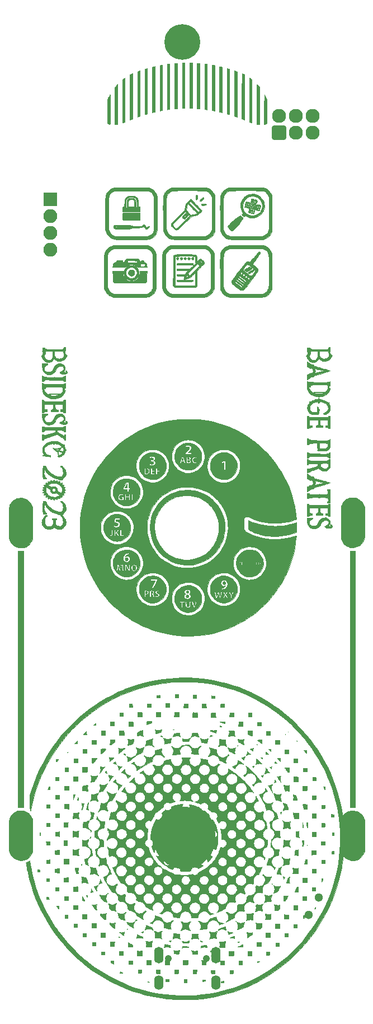
<source format=gbr>
%TF.GenerationSoftware,KiCad,Pcbnew,7.0.1*%
%TF.CreationDate,2023-08-28T07:47:40-05:00*%
%TF.ProjectId,BSidesKC23_BadgePirate,42536964-6573-44b4-9332-335f42616467,1.1*%
%TF.SameCoordinates,Original*%
%TF.FileFunction,Soldermask,Top*%
%TF.FilePolarity,Negative*%
%FSLAX46Y46*%
G04 Gerber Fmt 4.6, Leading zero omitted, Abs format (unit mm)*
G04 Created by KiCad (PCBNEW 7.0.1) date 2023-08-28 07:47:40*
%MOMM*%
%LPD*%
G01*
G04 APERTURE LIST*
G04 Aperture macros list*
%AMRoundRect*
0 Rectangle with rounded corners*
0 $1 Rounding radius*
0 $2 $3 $4 $5 $6 $7 $8 $9 X,Y pos of 4 corners*
0 Add a 4 corners polygon primitive as box body*
4,1,4,$2,$3,$4,$5,$6,$7,$8,$9,$2,$3,0*
0 Add four circle primitives for the rounded corners*
1,1,$1+$1,$2,$3*
1,1,$1+$1,$4,$5*
1,1,$1+$1,$6,$7*
1,1,$1+$1,$8,$9*
0 Add four rect primitives between the rounded corners*
20,1,$1+$1,$2,$3,$4,$5,0*
20,1,$1+$1,$4,$5,$6,$7,0*
20,1,$1+$1,$6,$7,$8,$9,0*
20,1,$1+$1,$8,$9,$2,$3,0*%
G04 Aperture macros list end*
%ADD10C,0.010000*%
%ADD11O,2.127200X2.127200*%
%ADD12RoundRect,0.200000X-0.863600X0.863600X-0.863600X-0.863600X0.863600X-0.863600X0.863600X0.863600X0*%
%ADD13C,2.127200*%
%ADD14C,5.400000*%
%ADD15RoundRect,0.200000X0.850000X0.850000X-0.850000X0.850000X-0.850000X-0.850000X0.850000X-0.850000X0*%
%ADD16O,2.100000X2.100000*%
%ADD17C,1.300000*%
%ADD18C,1.050000*%
%ADD19O,1.400000X2.200000*%
%ADD20O,1.400000X2.500000*%
G04 APERTURE END LIST*
%TO.C,G\u002A\u002A\u002A*%
D10*
X79109333Y-163576000D02*
X78643666Y-163576000D01*
X78643666Y-163131500D01*
X79109333Y-163131500D01*
X79109333Y-163576000D01*
G36*
X79109333Y-163576000D02*
G01*
X78643666Y-163576000D01*
X78643666Y-163131500D01*
X79109333Y-163131500D01*
X79109333Y-163576000D01*
G37*
X80527500Y-165015333D02*
X79998333Y-165015333D01*
X79998333Y-164486166D01*
X80527500Y-164486166D01*
X80527500Y-165015333D01*
G36*
X80527500Y-165015333D02*
G01*
X79998333Y-165015333D01*
X79998333Y-164486166D01*
X80527500Y-164486166D01*
X80527500Y-165015333D01*
G37*
X81945666Y-166433500D02*
X81353000Y-166433500D01*
X81353000Y-165840833D01*
X81945666Y-165840833D01*
X81945666Y-166433500D01*
G36*
X81945666Y-166433500D02*
G01*
X81353000Y-166433500D01*
X81353000Y-165840833D01*
X81945666Y-165840833D01*
X81945666Y-166433500D01*
G37*
X81966833Y-146981333D02*
X81416500Y-146981333D01*
X81416500Y-146431000D01*
X81966833Y-146431000D01*
X81966833Y-146981333D01*
G36*
X81966833Y-146981333D02*
G01*
X81416500Y-146981333D01*
X81416500Y-146431000D01*
X81966833Y-146431000D01*
X81966833Y-146981333D01*
G37*
X83300333Y-170561000D02*
X82792333Y-170561000D01*
X82792333Y-170053000D01*
X83300333Y-170053000D01*
X83300333Y-170561000D01*
G36*
X83300333Y-170561000D02*
G01*
X82792333Y-170561000D01*
X82792333Y-170053000D01*
X83300333Y-170053000D01*
X83300333Y-170561000D01*
G37*
X83363833Y-167851666D02*
X82728833Y-167851666D01*
X82728833Y-167216666D01*
X83363833Y-167216666D01*
X83363833Y-167851666D01*
G36*
X83363833Y-167851666D02*
G01*
X82728833Y-167851666D01*
X82728833Y-167216666D01*
X83363833Y-167216666D01*
X83363833Y-167851666D01*
G37*
X84686750Y-171439416D02*
X84686750Y-171947416D01*
X84168166Y-171959302D01*
X84168166Y-171427530D01*
X84686750Y-171439416D01*
G36*
X84686750Y-171439416D02*
G01*
X84686750Y-171947416D01*
X84168166Y-171959302D01*
X84168166Y-171427530D01*
X84686750Y-171439416D01*
G37*
X84760833Y-144229666D02*
X84168166Y-144229666D01*
X84168166Y-143615833D01*
X84760833Y-143615833D01*
X84760833Y-144229666D01*
G36*
X84760833Y-144229666D02*
G01*
X84168166Y-144229666D01*
X84168166Y-143615833D01*
X84760833Y-143615833D01*
X84760833Y-144229666D01*
G37*
X84760833Y-169248666D02*
X84104666Y-169248666D01*
X84104666Y-168592500D01*
X84760833Y-168592500D01*
X84760833Y-169248666D01*
G36*
X84760833Y-169248666D02*
G01*
X84104666Y-169248666D01*
X84104666Y-168592500D01*
X84760833Y-168592500D01*
X84760833Y-169248666D01*
G37*
X86073166Y-173333833D02*
X85565166Y-173333833D01*
X85565166Y-172825833D01*
X86073166Y-172825833D01*
X86073166Y-173333833D01*
G36*
X86073166Y-173333833D02*
G01*
X85565166Y-173333833D01*
X85565166Y-172825833D01*
X86073166Y-172825833D01*
X86073166Y-173333833D01*
G37*
X86157833Y-142832666D02*
X85544000Y-142832666D01*
X85544000Y-142240000D01*
X86157833Y-142240000D01*
X86157833Y-142832666D01*
G36*
X86157833Y-142832666D02*
G01*
X85544000Y-142832666D01*
X85544000Y-142240000D01*
X86157833Y-142240000D01*
X86157833Y-142832666D01*
G37*
X86157833Y-170645666D02*
X85480500Y-170645666D01*
X85480500Y-169968333D01*
X86157833Y-169968333D01*
X86157833Y-170645666D01*
G36*
X86157833Y-170645666D02*
G01*
X85480500Y-170645666D01*
X85480500Y-169968333D01*
X86157833Y-169968333D01*
X86157833Y-170645666D01*
G37*
X87449000Y-174709666D02*
X86962166Y-174709666D01*
X86962166Y-174222833D01*
X87449000Y-174222833D01*
X87449000Y-174709666D01*
G36*
X87449000Y-174709666D02*
G01*
X86962166Y-174709666D01*
X86962166Y-174222833D01*
X87449000Y-174222833D01*
X87449000Y-174709666D01*
G37*
X87533666Y-172021500D02*
X86877500Y-172021500D01*
X86877500Y-171365333D01*
X87533666Y-171365333D01*
X87533666Y-172021500D01*
G36*
X87533666Y-172021500D02*
G01*
X86877500Y-172021500D01*
X86877500Y-171365333D01*
X87533666Y-171365333D01*
X87533666Y-172021500D01*
G37*
X87554833Y-141456833D02*
X86941000Y-141456833D01*
X86941000Y-140843000D01*
X87554833Y-140843000D01*
X87554833Y-141456833D01*
G36*
X87554833Y-141456833D02*
G01*
X86941000Y-141456833D01*
X86941000Y-140843000D01*
X87554833Y-140843000D01*
X87554833Y-141456833D01*
G37*
X88909500Y-140059833D02*
X88338000Y-140059833D01*
X88338000Y-139467166D01*
X88909500Y-139467166D01*
X88909500Y-140059833D01*
G36*
X88909500Y-140059833D02*
G01*
X88338000Y-140059833D01*
X88338000Y-139467166D01*
X88909500Y-139467166D01*
X88909500Y-140059833D01*
G37*
X90285333Y-138641666D02*
X89756166Y-138641666D01*
X89756166Y-138091333D01*
X90285333Y-138091333D01*
X90285333Y-138641666D01*
G36*
X90285333Y-138641666D02*
G01*
X89756166Y-138641666D01*
X89756166Y-138091333D01*
X90285333Y-138091333D01*
X90285333Y-138641666D01*
G37*
X91661166Y-176149000D02*
X91089666Y-176149000D01*
X91089666Y-175577500D01*
X91661166Y-175577500D01*
X91661166Y-176149000D01*
G36*
X91661166Y-176149000D02*
G01*
X91089666Y-176149000D01*
X91089666Y-175577500D01*
X91661166Y-175577500D01*
X91661166Y-176149000D01*
G37*
X94455166Y-137265833D02*
X93904833Y-137265833D01*
X93904833Y-136715500D01*
X94455166Y-136715500D01*
X94455166Y-137265833D01*
G36*
X94455166Y-137265833D02*
G01*
X93904833Y-137265833D01*
X93904833Y-136715500D01*
X94455166Y-136715500D01*
X94455166Y-137265833D01*
G37*
X101376666Y-135890000D02*
X100868666Y-135890000D01*
X100868666Y-135382000D01*
X101376666Y-135382000D01*
X101376666Y-135890000D01*
G36*
X101376666Y-135890000D02*
G01*
X100868666Y-135890000D01*
X100868666Y-135382000D01*
X101376666Y-135382000D01*
X101376666Y-135890000D01*
G37*
X109716333Y-138662833D02*
X109187166Y-138662833D01*
X109187166Y-138133666D01*
X109716333Y-138133666D01*
X109716333Y-138662833D01*
G36*
X109716333Y-138662833D02*
G01*
X109187166Y-138662833D01*
X109187166Y-138133666D01*
X109716333Y-138133666D01*
X109716333Y-138662833D01*
G37*
X109737500Y-174815500D02*
X109123666Y-174815500D01*
X109123666Y-174201666D01*
X109737500Y-174201666D01*
X109737500Y-174815500D01*
G36*
X109737500Y-174815500D02*
G01*
X109123666Y-174815500D01*
X109123666Y-174201666D01*
X109737500Y-174201666D01*
X109737500Y-174815500D01*
G37*
X111134500Y-140081000D02*
X110563000Y-140081000D01*
X110563000Y-139509500D01*
X111134500Y-139509500D01*
X111134500Y-140081000D01*
G36*
X111134500Y-140081000D02*
G01*
X110563000Y-140081000D01*
X110563000Y-139509500D01*
X111134500Y-139509500D01*
X111134500Y-140081000D01*
G37*
X111134500Y-173439666D02*
X110478333Y-173439666D01*
X110478333Y-172783500D01*
X111134500Y-172783500D01*
X111134500Y-173439666D01*
G36*
X111134500Y-173439666D02*
G01*
X110478333Y-173439666D01*
X110478333Y-172783500D01*
X111134500Y-172783500D01*
X111134500Y-173439666D01*
G37*
X112531500Y-141478000D02*
X111938833Y-141478000D01*
X111938833Y-140885333D01*
X112531500Y-140885333D01*
X112531500Y-141478000D01*
G36*
X112531500Y-141478000D02*
G01*
X111938833Y-141478000D01*
X111938833Y-140885333D01*
X112531500Y-140885333D01*
X112531500Y-141478000D01*
G37*
X112531500Y-172063833D02*
X111875333Y-172063833D01*
X111875333Y-171386500D01*
X112531500Y-171386500D01*
X112531500Y-172063833D01*
G36*
X112531500Y-172063833D02*
G01*
X111875333Y-172063833D01*
X111875333Y-171386500D01*
X112531500Y-171386500D01*
X112531500Y-172063833D01*
G37*
X113843833Y-173376166D02*
X113335833Y-173376166D01*
X113335833Y-172868166D01*
X113843833Y-172868166D01*
X113843833Y-173376166D01*
G36*
X113843833Y-173376166D02*
G01*
X113335833Y-173376166D01*
X113335833Y-172868166D01*
X113843833Y-172868166D01*
X113843833Y-173376166D01*
G37*
X113928500Y-142875000D02*
X113314666Y-142875000D01*
X113314666Y-142261166D01*
X113928500Y-142261166D01*
X113928500Y-142875000D01*
G36*
X113928500Y-142875000D02*
G01*
X113314666Y-142875000D01*
X113314666Y-142261166D01*
X113928500Y-142261166D01*
X113928500Y-142875000D01*
G37*
X113928500Y-170666833D02*
X113251166Y-170666833D01*
X113251166Y-170010666D01*
X113928500Y-170010666D01*
X113928500Y-170666833D01*
G36*
X113928500Y-170666833D02*
G01*
X113251166Y-170666833D01*
X113251166Y-170010666D01*
X113928500Y-170010666D01*
X113928500Y-170666833D01*
G37*
X115240833Y-171979166D02*
X114711666Y-171979166D01*
X114711666Y-171471166D01*
X115240833Y-171471166D01*
X115240833Y-171979166D01*
G36*
X115240833Y-171979166D02*
G01*
X114711666Y-171979166D01*
X114711666Y-171471166D01*
X115240833Y-171471166D01*
X115240833Y-171979166D01*
G37*
X115325500Y-144272000D02*
X114711666Y-144272000D01*
X114711666Y-143658166D01*
X115325500Y-143658166D01*
X115325500Y-144272000D01*
G36*
X115325500Y-144272000D02*
G01*
X114711666Y-144272000D01*
X114711666Y-143658166D01*
X115325500Y-143658166D01*
X115325500Y-144272000D01*
G37*
X116616666Y-170582166D02*
X116108666Y-170582166D01*
X116108666Y-170095333D01*
X116616666Y-170095333D01*
X116616666Y-170582166D01*
G36*
X116616666Y-170582166D02*
G01*
X116108666Y-170582166D01*
X116108666Y-170095333D01*
X116616666Y-170095333D01*
X116616666Y-170582166D01*
G37*
X116680166Y-145647833D02*
X116108666Y-145647833D01*
X116108666Y-145055166D01*
X116680166Y-145055166D01*
X116680166Y-145647833D01*
G36*
X116680166Y-145647833D02*
G01*
X116108666Y-145647833D01*
X116108666Y-145055166D01*
X116680166Y-145055166D01*
X116680166Y-145647833D01*
G37*
X118056000Y-166475833D02*
X117463333Y-166475833D01*
X117463333Y-165883166D01*
X118056000Y-165883166D01*
X118056000Y-166475833D01*
G36*
X118056000Y-166475833D02*
G01*
X117463333Y-166475833D01*
X117463333Y-165883166D01*
X118056000Y-165883166D01*
X118056000Y-166475833D01*
G37*
X119410666Y-165057666D02*
X118881500Y-165057666D01*
X118881500Y-164507333D01*
X119410666Y-164507333D01*
X119410666Y-165057666D01*
G36*
X119410666Y-165057666D02*
G01*
X118881500Y-165057666D01*
X118881500Y-164507333D01*
X119410666Y-164507333D01*
X119410666Y-165057666D01*
G37*
X120786500Y-160887833D02*
X120278500Y-160887833D01*
X120278500Y-160358666D01*
X120786500Y-160358666D01*
X120786500Y-160887833D01*
G36*
X120786500Y-160887833D02*
G01*
X120278500Y-160887833D01*
X120278500Y-160358666D01*
X120786500Y-160358666D01*
X120786500Y-160887833D01*
G37*
X122183500Y-156675666D02*
X121950666Y-156675666D01*
X121950666Y-156252333D01*
X122183500Y-156252333D01*
X122183500Y-156675666D01*
G36*
X122183500Y-156675666D02*
G01*
X121950666Y-156675666D01*
X121950666Y-156252333D01*
X122183500Y-156252333D01*
X122183500Y-156675666D01*
G37*
X125400833Y-152410583D02*
X124617666Y-152410583D01*
X124617666Y-113590916D01*
X125400833Y-113590916D01*
X125400833Y-152410583D01*
G36*
X125400833Y-152410583D02*
G01*
X124617666Y-152410583D01*
X124617666Y-113590916D01*
X125400833Y-113590916D01*
X125400833Y-152410583D01*
G37*
X81882166Y-169164000D02*
X81415113Y-169164000D01*
X81427083Y-168687750D01*
X81654625Y-168681742D01*
X81882166Y-168675734D01*
X81882166Y-169164000D01*
G36*
X81882166Y-169164000D02*
G01*
X81415113Y-169164000D01*
X81427083Y-168687750D01*
X81654625Y-168681742D01*
X81882166Y-168675734D01*
X81882166Y-169164000D01*
G37*
X83363833Y-145605500D02*
X82769972Y-145605500D01*
X82781750Y-145023416D01*
X83072791Y-145017527D01*
X83363833Y-145011638D01*
X83363833Y-145605500D01*
G36*
X83363833Y-145605500D02*
G01*
X82769972Y-145605500D01*
X82781750Y-145023416D01*
X83072791Y-145017527D01*
X83363833Y-145011638D01*
X83363833Y-145605500D01*
G37*
X98599213Y-135588375D02*
X98593250Y-135837083D01*
X98344541Y-135843046D01*
X98095833Y-135849010D01*
X98095833Y-135339666D01*
X98605176Y-135339666D01*
X98599213Y-135588375D01*
G36*
X98599213Y-135588375D02*
G01*
X98593250Y-135837083D01*
X98344541Y-135843046D01*
X98095833Y-135849010D01*
X98095833Y-135339666D01*
X98605176Y-135339666D01*
X98599213Y-135588375D01*
G37*
X115233777Y-140955888D02*
X115236311Y-140981008D01*
X115233777Y-140984111D01*
X115221194Y-140981205D01*
X115219666Y-140970000D01*
X115227411Y-140952577D01*
X115233777Y-140955888D01*
G36*
X115233777Y-140955888D02*
G01*
X115236311Y-140981008D01*
X115233777Y-140984111D01*
X115221194Y-140981205D01*
X115219666Y-140970000D01*
X115227411Y-140952577D01*
X115233777Y-140955888D01*
G37*
X107323476Y-169604942D02*
X107332201Y-169619204D01*
X107331174Y-169646388D01*
X107310421Y-169647942D01*
X107293653Y-169631129D01*
X107295616Y-169603905D01*
X107300770Y-169599500D01*
X107323476Y-169604942D01*
G36*
X107323476Y-169604942D02*
G01*
X107332201Y-169619204D01*
X107331174Y-169646388D01*
X107310421Y-169647942D01*
X107293653Y-169631129D01*
X107295616Y-169603905D01*
X107300770Y-169599500D01*
X107323476Y-169604942D01*
G37*
X79130500Y-160845500D02*
X78622500Y-160845500D01*
X78622500Y-160337500D01*
X78765375Y-160337316D01*
X78861148Y-160335051D01*
X78959581Y-160329394D01*
X79019375Y-160323784D01*
X79130500Y-160310436D01*
X79130500Y-160845500D01*
G36*
X79130500Y-160845500D02*
G01*
X78622500Y-160845500D01*
X78622500Y-160337500D01*
X78765375Y-160337316D01*
X78861148Y-160335051D01*
X78959581Y-160329394D01*
X79019375Y-160323784D01*
X79130500Y-160310436D01*
X79130500Y-160845500D01*
G37*
X79172833Y-155299833D02*
X78643666Y-155299833D01*
X78643666Y-154770666D01*
X78778145Y-154770666D01*
X78878430Y-154768213D01*
X78987104Y-154761942D01*
X79042728Y-154757068D01*
X79172833Y-154743469D01*
X79172833Y-155299833D01*
G36*
X79172833Y-155299833D02*
G01*
X78643666Y-155299833D01*
X78643666Y-154770666D01*
X78778145Y-154770666D01*
X78878430Y-154768213D01*
X78987104Y-154761942D01*
X79042728Y-154757068D01*
X79172833Y-154743469D01*
X79172833Y-155299833D01*
G37*
X91640150Y-136837208D02*
X91642366Y-136913931D01*
X91647949Y-137008966D01*
X91653794Y-137080625D01*
X91667288Y-137223500D01*
X91174333Y-137223500D01*
X91174333Y-136736666D01*
X91640000Y-136736666D01*
X91640150Y-136837208D01*
G36*
X91640150Y-136837208D02*
G01*
X91642366Y-136913931D01*
X91647949Y-137008966D01*
X91653794Y-137080625D01*
X91667288Y-137223500D01*
X91174333Y-137223500D01*
X91174333Y-136736666D01*
X91640000Y-136736666D01*
X91640150Y-136837208D01*
G37*
X94468855Y-175697110D02*
X94461661Y-175805587D01*
X94456703Y-175925028D01*
X94455166Y-176014610D01*
X94455166Y-176170166D01*
X93820166Y-176170166D01*
X93820166Y-175535166D01*
X94482545Y-175535166D01*
X94468855Y-175697110D01*
G36*
X94468855Y-175697110D02*
G01*
X94461661Y-175805587D01*
X94456703Y-175925028D01*
X94455166Y-176014610D01*
X94455166Y-176170166D01*
X93820166Y-176170166D01*
X93820166Y-175535166D01*
X94482545Y-175535166D01*
X94468855Y-175697110D01*
G37*
X95809833Y-177524833D02*
X95286697Y-177524833D01*
X95273098Y-177394728D01*
X95265642Y-177299483D01*
X95260703Y-177190564D01*
X95259500Y-177119561D01*
X95259500Y-176974500D01*
X95809833Y-176974500D01*
X95809833Y-177524833D01*
G36*
X95809833Y-177524833D02*
G01*
X95286697Y-177524833D01*
X95273098Y-177394728D01*
X95265642Y-177299483D01*
X95260703Y-177190564D01*
X95259500Y-177119561D01*
X95259500Y-176974500D01*
X95809833Y-176974500D01*
X95809833Y-177524833D01*
G37*
X99577500Y-46672500D02*
X99498125Y-46672683D01*
X99428313Y-46675470D01*
X99343657Y-46682299D01*
X99307625Y-46686215D01*
X99196500Y-46699563D01*
X99196500Y-39814500D01*
X99577500Y-39814500D01*
X99577500Y-46672500D01*
G36*
X99577500Y-46672500D02*
G01*
X99498125Y-46672683D01*
X99428313Y-46675470D01*
X99343657Y-46682299D01*
X99307625Y-46686215D01*
X99196500Y-46699563D01*
X99196500Y-39814500D01*
X99577500Y-39814500D01*
X99577500Y-46672500D01*
G37*
X100720500Y-46693666D02*
X100641125Y-46689664D01*
X100573323Y-46685971D01*
X100487893Y-46680964D01*
X100440041Y-46678024D01*
X100318333Y-46670387D01*
X100318333Y-39814500D01*
X100720500Y-39814500D01*
X100720500Y-46693666D01*
G36*
X100720500Y-46693666D02*
G01*
X100641125Y-46689664D01*
X100573323Y-46685971D01*
X100487893Y-46680964D01*
X100440041Y-46678024D01*
X100318333Y-46670387D01*
X100318333Y-39814500D01*
X100720500Y-39814500D01*
X100720500Y-46693666D01*
G37*
X114823750Y-141366386D02*
X114828083Y-141372166D01*
X114823284Y-141390287D01*
X114808165Y-141393333D01*
X114779205Y-141382282D01*
X114775166Y-141372166D01*
X114790358Y-141351605D01*
X114795084Y-141351000D01*
X114823750Y-141366386D01*
G36*
X114823750Y-141366386D02*
G01*
X114828083Y-141372166D01*
X114823284Y-141390287D01*
X114808165Y-141393333D01*
X114779205Y-141382282D01*
X114775166Y-141372166D01*
X114790358Y-141351605D01*
X114795084Y-141351000D01*
X114823750Y-141366386D01*
G37*
X117595625Y-163054152D02*
X117707047Y-163061066D01*
X117829665Y-163066004D01*
X117934291Y-163067873D01*
X118098333Y-163068000D01*
X118098333Y-163745333D01*
X117421000Y-163745333D01*
X117421000Y-163040558D01*
X117595625Y-163054152D01*
G36*
X117595625Y-163054152D02*
G01*
X117707047Y-163061066D01*
X117829665Y-163066004D01*
X117934291Y-163067873D01*
X118098333Y-163068000D01*
X118098333Y-163745333D01*
X117421000Y-163745333D01*
X117421000Y-163040558D01*
X117595625Y-163054152D01*
G37*
X118112924Y-158099125D02*
X118116215Y-158152808D01*
X118112924Y-158173208D01*
X118106788Y-158179795D01*
X118103448Y-158150527D01*
X118103244Y-158136166D01*
X118105450Y-158097657D01*
X118110945Y-158093119D01*
X118112924Y-158099125D01*
G36*
X118112924Y-158099125D02*
G01*
X118116215Y-158152808D01*
X118112924Y-158173208D01*
X118106788Y-158179795D01*
X118103448Y-158150527D01*
X118103244Y-158136166D01*
X118105450Y-158097657D01*
X118110945Y-158093119D01*
X118112924Y-158099125D01*
G37*
X120828833Y-152520788D02*
X120666889Y-152534477D01*
X120573053Y-152541350D01*
X120482059Y-152546264D01*
X120413446Y-152548166D01*
X120320833Y-152548166D01*
X120320833Y-152040166D01*
X120828833Y-152040166D01*
X120828833Y-152520788D01*
G36*
X120828833Y-152520788D02*
G01*
X120666889Y-152534477D01*
X120573053Y-152541350D01*
X120482059Y-152546264D01*
X120413446Y-152548166D01*
X120320833Y-152548166D01*
X120320833Y-152040166D01*
X120828833Y-152040166D01*
X120828833Y-152520788D01*
G37*
X121850125Y-153458517D02*
X121927368Y-153461368D01*
X122016841Y-153468339D01*
X122051208Y-153472048D01*
X122162333Y-153485396D01*
X122162333Y-153881666D01*
X121760166Y-153881666D01*
X121760166Y-153458333D01*
X121850125Y-153458517D01*
G36*
X121850125Y-153458517D02*
G01*
X121927368Y-153461368D01*
X122016841Y-153468339D01*
X122051208Y-153472048D01*
X122162333Y-153485396D01*
X122162333Y-153881666D01*
X121760166Y-153881666D01*
X121760166Y-153458333D01*
X121850125Y-153458517D01*
G37*
X122141166Y-159448500D02*
X121819510Y-159448500D01*
X121833048Y-159316208D01*
X121842421Y-159230207D01*
X121852292Y-159148164D01*
X121858153Y-159104541D01*
X121869721Y-159025166D01*
X122141166Y-159025166D01*
X122141166Y-159448500D01*
G36*
X122141166Y-159448500D02*
G01*
X121819510Y-159448500D01*
X121833048Y-159316208D01*
X121842421Y-159230207D01*
X121852292Y-159148164D01*
X121858153Y-159104541D01*
X121869721Y-159025166D01*
X122141166Y-159025166D01*
X122141166Y-159448500D01*
G37*
X80548666Y-148336000D02*
X80040666Y-148336000D01*
X80040666Y-147855505D01*
X80234418Y-147841752D01*
X80328282Y-147835552D01*
X80412557Y-147830804D01*
X80473632Y-147828245D01*
X80488418Y-147828000D01*
X80548666Y-147828000D01*
X80548666Y-148336000D01*
G36*
X80548666Y-148336000D02*
G01*
X80040666Y-148336000D01*
X80040666Y-147855505D01*
X80234418Y-147841752D01*
X80328282Y-147835552D01*
X80412557Y-147830804D01*
X80473632Y-147828245D01*
X80488418Y-147828000D01*
X80548666Y-147828000D01*
X80548666Y-148336000D01*
G37*
X80591000Y-151172333D02*
X80511625Y-151167903D01*
X80455122Y-151165226D01*
X80370665Y-151161789D01*
X80272610Y-151158162D01*
X80225875Y-151156553D01*
X80019500Y-151149633D01*
X80019500Y-150579666D01*
X80591000Y-150579666D01*
X80591000Y-151172333D01*
G36*
X80591000Y-151172333D02*
G01*
X80511625Y-151167903D01*
X80455122Y-151165226D01*
X80370665Y-151161789D01*
X80272610Y-151158162D01*
X80225875Y-151156553D01*
X80019500Y-151149633D01*
X80019500Y-150579666D01*
X80591000Y-150579666D01*
X80591000Y-151172333D01*
G37*
X88923098Y-172892438D02*
X88916593Y-172977660D01*
X88911783Y-173084465D01*
X88909557Y-173192112D01*
X88909500Y-173209938D01*
X88909500Y-173397333D01*
X88274500Y-173397333D01*
X88274500Y-172762333D01*
X88936697Y-172762333D01*
X88923098Y-172892438D01*
G36*
X88923098Y-172892438D02*
G01*
X88916593Y-172977660D01*
X88911783Y-173084465D01*
X88909557Y-173192112D01*
X88909500Y-173209938D01*
X88909500Y-173397333D01*
X88274500Y-173397333D01*
X88274500Y-172762333D01*
X88936697Y-172762333D01*
X88923098Y-172892438D01*
G37*
X90285100Y-174386875D02*
X90283773Y-174490194D01*
X90280382Y-174586167D01*
X90275501Y-174661637D01*
X90271747Y-174693791D01*
X90258627Y-174773166D01*
X89671500Y-174773166D01*
X89671500Y-174159333D01*
X90285333Y-174159333D01*
X90285100Y-174386875D01*
G36*
X90285100Y-174386875D02*
G01*
X90283773Y-174490194D01*
X90280382Y-174586167D01*
X90275501Y-174661637D01*
X90271747Y-174693791D01*
X90258627Y-174773166D01*
X89671500Y-174773166D01*
X89671500Y-174159333D01*
X90285333Y-174159333D01*
X90285100Y-174386875D01*
G37*
X91732080Y-139618585D02*
X91738593Y-139727733D01*
X91743439Y-139842090D01*
X91745751Y-139940267D01*
X91745833Y-139957251D01*
X91745833Y-140102166D01*
X91068500Y-140102166D01*
X91068500Y-139424833D01*
X91718327Y-139424833D01*
X91732080Y-139618585D01*
G36*
X91732080Y-139618585D02*
G01*
X91738593Y-139727733D01*
X91743439Y-139842090D01*
X91745751Y-139940267D01*
X91745833Y-139957251D01*
X91745833Y-140102166D01*
X91068500Y-140102166D01*
X91068500Y-139424833D01*
X91718327Y-139424833D01*
X91732080Y-139618585D01*
G37*
X93087897Y-138117791D02*
X93092941Y-138166424D01*
X93098613Y-138245769D01*
X93104168Y-138344229D01*
X93108282Y-138435291D01*
X93118185Y-138684000D01*
X92486666Y-138684000D01*
X92486666Y-138049000D01*
X93077415Y-138049000D01*
X93087897Y-138117791D01*
G36*
X93087897Y-138117791D02*
G01*
X93092941Y-138166424D01*
X93098613Y-138245769D01*
X93104168Y-138344229D01*
X93108282Y-138435291D01*
X93118185Y-138684000D01*
X92486666Y-138684000D01*
X92486666Y-138049000D01*
X93077415Y-138049000D01*
X93087897Y-138117791D01*
G37*
X93121666Y-174815500D02*
X92402000Y-174815500D01*
X92402000Y-174122679D01*
X92671875Y-174125131D01*
X92783960Y-174124808D01*
X92889254Y-174122112D01*
X92975882Y-174117496D01*
X93031708Y-174111458D01*
X93121666Y-174095333D01*
X93121666Y-174815500D01*
G36*
X93121666Y-174815500D02*
G01*
X92402000Y-174815500D01*
X92402000Y-174122679D01*
X92671875Y-174125131D01*
X92783960Y-174124808D01*
X92889254Y-174122112D01*
X92975882Y-174117496D01*
X93031708Y-174111458D01*
X93121666Y-174095333D01*
X93121666Y-174815500D01*
G37*
X97249166Y-137287000D02*
X96650066Y-137287000D01*
X96663866Y-137061457D01*
X96669677Y-136959866D01*
X96674280Y-136866784D01*
X96677086Y-136794885D01*
X96677666Y-136765123D01*
X96677666Y-136694333D01*
X97249166Y-136694333D01*
X97249166Y-137287000D01*
G36*
X97249166Y-137287000D02*
G01*
X96650066Y-137287000D01*
X96663866Y-137061457D01*
X96669677Y-136959866D01*
X96674280Y-136866784D01*
X96677086Y-136794885D01*
X96677666Y-136765123D01*
X96677666Y-136694333D01*
X97249166Y-136694333D01*
X97249166Y-137287000D01*
G37*
X97270333Y-175627123D02*
X97268984Y-175697803D01*
X97265359Y-175795206D01*
X97260090Y-175903827D01*
X97256533Y-175965790D01*
X97242733Y-176191333D01*
X96593000Y-176191333D01*
X96593000Y-175514000D01*
X97270333Y-175514000D01*
X97270333Y-175627123D01*
G36*
X97270333Y-175627123D02*
G01*
X97268984Y-175697803D01*
X97265359Y-175795206D01*
X97260090Y-175903827D01*
X97256533Y-175965790D01*
X97242733Y-176191333D01*
X96593000Y-176191333D01*
X96593000Y-175514000D01*
X97270333Y-175514000D01*
X97270333Y-175627123D01*
G37*
X98709666Y-138726333D02*
X97990000Y-138726333D01*
X97990096Y-138615208D01*
X97991399Y-138546865D01*
X97994837Y-138450835D01*
X97999836Y-138341675D01*
X98003913Y-138265958D01*
X98017634Y-138027833D01*
X98709666Y-138027833D01*
X98709666Y-138726333D01*
G36*
X98709666Y-138726333D02*
G01*
X97990000Y-138726333D01*
X97990096Y-138615208D01*
X97991399Y-138546865D01*
X97994837Y-138450835D01*
X97999836Y-138341675D01*
X98003913Y-138265958D01*
X98017634Y-138027833D01*
X98709666Y-138027833D01*
X98709666Y-138726333D01*
G37*
X100053562Y-175783875D02*
X100047294Y-175891966D01*
X100040294Y-175997424D01*
X100033615Y-176084992D01*
X100030204Y-176122541D01*
X100018953Y-176233666D01*
X99344666Y-176233666D01*
X99344666Y-175556333D01*
X100065669Y-175556333D01*
X100053562Y-175783875D01*
G36*
X100053562Y-175783875D02*
G01*
X100047294Y-175891966D01*
X100040294Y-175997424D01*
X100033615Y-176084992D01*
X100030204Y-176122541D01*
X100018953Y-176233666D01*
X99344666Y-176233666D01*
X99344666Y-175556333D01*
X100065669Y-175556333D01*
X100053562Y-175783875D01*
G37*
X107007000Y-138726333D02*
X106358422Y-138726333D01*
X106365738Y-138541125D01*
X106370727Y-138435376D01*
X106377186Y-138326147D01*
X106383840Y-138234706D01*
X106384794Y-138223625D01*
X106396536Y-138091333D01*
X107007000Y-138091333D01*
X107007000Y-138726333D01*
G36*
X107007000Y-138726333D02*
G01*
X106358422Y-138726333D01*
X106365738Y-138541125D01*
X106370727Y-138435376D01*
X106377186Y-138326147D01*
X106383840Y-138234706D01*
X106384794Y-138223625D01*
X106396536Y-138091333D01*
X107007000Y-138091333D01*
X107007000Y-138726333D01*
G37*
X107594183Y-143051802D02*
X107595616Y-143072988D01*
X107568501Y-143100983D01*
X107555443Y-143108844D01*
X107523316Y-143121898D01*
X107516602Y-143107136D01*
X107518644Y-143093957D01*
X107542463Y-143057795D01*
X107562868Y-143048316D01*
X107594183Y-143051802D01*
G36*
X107594183Y-143051802D02*
G01*
X107595616Y-143072988D01*
X107568501Y-143100983D01*
X107555443Y-143108844D01*
X107523316Y-143121898D01*
X107516602Y-143107136D01*
X107518644Y-143093957D01*
X107542463Y-143057795D01*
X107562868Y-143048316D01*
X107594183Y-143051802D01*
G37*
X108319333Y-176170166D02*
X107775339Y-176170166D01*
X107761586Y-175976414D01*
X107755311Y-175878998D01*
X107750538Y-175787704D01*
X107748032Y-175717871D01*
X107747833Y-175701248D01*
X107747833Y-175619833D01*
X108319333Y-175619833D01*
X108319333Y-176170166D01*
G36*
X108319333Y-176170166D02*
G01*
X107775339Y-176170166D01*
X107761586Y-175976414D01*
X107755311Y-175878998D01*
X107750538Y-175787704D01*
X107748032Y-175717871D01*
X107747833Y-175701248D01*
X107747833Y-175619833D01*
X108319333Y-175619833D01*
X108319333Y-176170166D01*
G37*
X108404000Y-140144500D02*
X107726666Y-140144500D01*
X107726666Y-139989001D01*
X107728340Y-139891300D01*
X107732770Y-139773966D01*
X107739068Y-139659541D01*
X107740419Y-139639751D01*
X107754172Y-139446000D01*
X108404000Y-139446000D01*
X108404000Y-140144500D01*
G36*
X108404000Y-140144500D02*
G01*
X107726666Y-140144500D01*
X107726666Y-139989001D01*
X107728340Y-139891300D01*
X107732770Y-139773966D01*
X107739068Y-139659541D01*
X107740419Y-139639751D01*
X107754172Y-139446000D01*
X108404000Y-139446000D01*
X108404000Y-140144500D01*
G37*
X112802266Y-163944967D02*
X112818761Y-163966337D01*
X112845849Y-164014508D01*
X112842655Y-164039010D01*
X112811669Y-164035354D01*
X112787707Y-164022312D01*
X112768748Y-163988514D01*
X112773344Y-163964427D01*
X112786703Y-163937786D01*
X112802266Y-163944967D01*
G36*
X112802266Y-163944967D02*
G01*
X112818761Y-163966337D01*
X112845849Y-164014508D01*
X112842655Y-164039010D01*
X112811669Y-164035354D01*
X112787707Y-164022312D01*
X112768748Y-163988514D01*
X112773344Y-163964427D01*
X112786703Y-163937786D01*
X112802266Y-163944967D01*
G37*
X114791041Y-168621038D02*
X114883802Y-168627606D01*
X114996394Y-168632452D01*
X115106323Y-168634642D01*
X115119125Y-168634682D01*
X115304333Y-168634833D01*
X115304333Y-169291000D01*
X114648166Y-169291000D01*
X114648166Y-168607545D01*
X114791041Y-168621038D01*
G36*
X114791041Y-168621038D02*
G01*
X114883802Y-168627606D01*
X114996394Y-168632452D01*
X115106323Y-168634642D01*
X115119125Y-168634682D01*
X115304333Y-168634833D01*
X115304333Y-169291000D01*
X114648166Y-169291000D01*
X114648166Y-168607545D01*
X114791041Y-168621038D01*
G37*
X116270709Y-167245200D02*
X116375452Y-167251070D01*
X116474766Y-167255699D01*
X116554607Y-167258476D01*
X116588209Y-167259000D01*
X116680166Y-167259000D01*
X116680166Y-167872833D01*
X116045166Y-167872833D01*
X116045166Y-167231400D01*
X116270709Y-167245200D01*
G36*
X116270709Y-167245200D02*
G01*
X116375452Y-167251070D01*
X116474766Y-167255699D01*
X116554607Y-167258476D01*
X116588209Y-167259000D01*
X116680166Y-167259000D01*
X116680166Y-167872833D01*
X116045166Y-167872833D01*
X116045166Y-167231400D01*
X116270709Y-167245200D01*
G37*
X119098458Y-156132586D02*
X119203566Y-156138243D01*
X119301137Y-156142786D01*
X119378564Y-156145665D01*
X119415958Y-156146403D01*
X119495333Y-156146500D01*
X119495333Y-156781500D01*
X118860333Y-156781500D01*
X118860333Y-156118865D01*
X119098458Y-156132586D01*
G36*
X119098458Y-156132586D02*
G01*
X119203566Y-156138243D01*
X119301137Y-156142786D01*
X119378564Y-156145665D01*
X119415958Y-156146403D01*
X119495333Y-156146500D01*
X119495333Y-156781500D01*
X118860333Y-156781500D01*
X118860333Y-156118865D01*
X119098458Y-156132586D01*
G37*
X119358473Y-167532226D02*
X119366032Y-167582200D01*
X119368333Y-167640000D01*
X119368333Y-167767000D01*
X119198390Y-167767000D01*
X119262500Y-167640000D01*
X119297756Y-167575853D01*
X119328339Y-167530197D01*
X119347471Y-167513000D01*
X119358473Y-167532226D01*
G36*
X119358473Y-167532226D02*
G01*
X119366032Y-167582200D01*
X119368333Y-167640000D01*
X119368333Y-167767000D01*
X119198390Y-167767000D01*
X119262500Y-167640000D01*
X119297756Y-167575853D01*
X119328339Y-167530197D01*
X119347471Y-167513000D01*
X119358473Y-167532226D01*
G37*
X119474166Y-151166436D02*
X119363041Y-151179784D01*
X119287742Y-151186155D01*
X119189109Y-151190926D01*
X119086137Y-151193228D01*
X119066708Y-151193316D01*
X118881500Y-151193500D01*
X118881500Y-150622000D01*
X119474166Y-150622000D01*
X119474166Y-151166436D01*
G36*
X119474166Y-151166436D02*
G01*
X119363041Y-151179784D01*
X119287742Y-151186155D01*
X119189109Y-151190926D01*
X119086137Y-151193228D01*
X119066708Y-151193316D01*
X118881500Y-151193500D01*
X118881500Y-150622000D01*
X119474166Y-150622000D01*
X119474166Y-151166436D01*
G37*
X120357875Y-157558548D02*
X120429774Y-157564818D01*
X120524217Y-157572992D01*
X120621568Y-157581369D01*
X120627750Y-157581899D01*
X120797083Y-157596416D01*
X120808969Y-158115000D01*
X120257333Y-158115000D01*
X120257333Y-157549714D01*
X120357875Y-157558548D01*
G36*
X120357875Y-157558548D02*
G01*
X120429774Y-157564818D01*
X120524217Y-157572992D01*
X120621568Y-157581369D01*
X120627750Y-157581899D01*
X120797083Y-157596416D01*
X120808969Y-158115000D01*
X120257333Y-158115000D01*
X120257333Y-157549714D01*
X120357875Y-157558548D01*
G37*
X87976758Y-165342546D02*
X87998656Y-165373575D01*
X87983958Y-165409074D01*
X87946416Y-165434815D01*
X87907267Y-165448316D01*
X87894387Y-165438198D01*
X87894173Y-165432921D01*
X87907063Y-165393176D01*
X87935190Y-165357631D01*
X87965620Y-165340438D01*
X87976758Y-165342546D01*
G36*
X87976758Y-165342546D02*
G01*
X87998656Y-165373575D01*
X87983958Y-165409074D01*
X87946416Y-165434815D01*
X87907267Y-165448316D01*
X87894387Y-165438198D01*
X87894173Y-165432921D01*
X87907063Y-165393176D01*
X87935190Y-165357631D01*
X87965620Y-165340438D01*
X87976758Y-165342546D01*
G37*
X90933755Y-170753855D02*
X90954755Y-170777864D01*
X90941160Y-170799122D01*
X90928782Y-170808594D01*
X90880926Y-170833828D01*
X90852937Y-170828609D01*
X90850641Y-170794065D01*
X90850786Y-170793503D01*
X90874314Y-170745963D01*
X90908810Y-170738910D01*
X90933755Y-170753855D01*
G36*
X90933755Y-170753855D02*
G01*
X90954755Y-170777864D01*
X90941160Y-170799122D01*
X90928782Y-170808594D01*
X90880926Y-170833828D01*
X90852937Y-170828609D01*
X90850641Y-170794065D01*
X90850786Y-170793503D01*
X90874314Y-170745963D01*
X90908810Y-170738910D01*
X90933755Y-170753855D01*
G37*
X97866362Y-140621722D02*
X97895996Y-140641243D01*
X97924190Y-140664512D01*
X97917484Y-140672038D01*
X97892986Y-140672993D01*
X97850642Y-140667448D01*
X97834777Y-140659555D01*
X97821175Y-140630779D01*
X97831823Y-140611132D01*
X97837787Y-140610166D01*
X97866362Y-140621722D01*
G36*
X97866362Y-140621722D02*
G01*
X97895996Y-140641243D01*
X97924190Y-140664512D01*
X97917484Y-140672038D01*
X97892986Y-140672993D01*
X97850642Y-140667448D01*
X97834777Y-140659555D01*
X97821175Y-140630779D01*
X97831823Y-140611132D01*
X97837787Y-140610166D01*
X97866362Y-140621722D01*
G37*
X106995378Y-174439791D02*
X106990139Y-174551040D01*
X106984325Y-174652786D01*
X106978607Y-174734495D01*
X106973654Y-174785630D01*
X106973169Y-174789041D01*
X106962748Y-174857833D01*
X106287333Y-174857833D01*
X106287333Y-174159333D01*
X107007166Y-174159333D01*
X106995378Y-174439791D01*
G36*
X106995378Y-174439791D02*
G01*
X106990139Y-174551040D01*
X106984325Y-174652786D01*
X106978607Y-174734495D01*
X106973654Y-174785630D01*
X106973169Y-174789041D01*
X106962748Y-174857833D01*
X106287333Y-174857833D01*
X106287333Y-174159333D01*
X107007166Y-174159333D01*
X106995378Y-174439791D01*
G37*
X112446833Y-174644012D02*
X112376043Y-174698006D01*
X112334999Y-174725529D01*
X112292718Y-174741795D01*
X112236354Y-174749654D01*
X112153059Y-174751955D01*
X112132627Y-174752000D01*
X111960000Y-174752000D01*
X111960000Y-174265166D01*
X112446833Y-174265166D01*
X112446833Y-174644012D01*
G36*
X112446833Y-174644012D02*
G01*
X112376043Y-174698006D01*
X112334999Y-174725529D01*
X112292718Y-174741795D01*
X112236354Y-174749654D01*
X112153059Y-174751955D01*
X112132627Y-174752000D01*
X111960000Y-174752000D01*
X111960000Y-174265166D01*
X112446833Y-174265166D01*
X112446833Y-174644012D01*
G37*
X116325625Y-147776893D02*
X116436879Y-147781839D01*
X116538629Y-147787410D01*
X116620338Y-147792961D01*
X116671470Y-147797844D01*
X116674875Y-147798328D01*
X116743666Y-147808751D01*
X116743666Y-148484166D01*
X116045166Y-148484166D01*
X116045166Y-147765881D01*
X116325625Y-147776893D01*
G36*
X116325625Y-147776893D02*
G01*
X116436879Y-147781839D01*
X116538629Y-147787410D01*
X116620338Y-147792961D01*
X116671470Y-147797844D01*
X116674875Y-147798328D01*
X116743666Y-147808751D01*
X116743666Y-148484166D01*
X116045166Y-148484166D01*
X116045166Y-147765881D01*
X116325625Y-147776893D01*
G37*
X116603790Y-142354392D02*
X116616404Y-142388237D01*
X116616666Y-142398750D01*
X116610249Y-142438541D01*
X116597934Y-142451666D01*
X116574133Y-142435738D01*
X116544529Y-142398750D01*
X116522589Y-142361594D01*
X116528589Y-142347824D01*
X116563262Y-142345833D01*
X116603790Y-142354392D01*
G36*
X116603790Y-142354392D02*
G01*
X116616404Y-142388237D01*
X116616666Y-142398750D01*
X116610249Y-142438541D01*
X116597934Y-142451666D01*
X116574133Y-142435738D01*
X116544529Y-142398750D01*
X116522589Y-142361594D01*
X116528589Y-142347824D01*
X116563262Y-142345833D01*
X116603790Y-142354392D01*
G37*
X81902033Y-144043731D02*
X81903333Y-144078908D01*
X81898194Y-144125433D01*
X81875831Y-144143010D01*
X81849671Y-144145000D01*
X81812665Y-144140424D01*
X81809873Y-144120671D01*
X81816766Y-144106217D01*
X81850957Y-144059253D01*
X81870427Y-144040125D01*
X81893064Y-144026826D01*
X81902033Y-144043731D01*
G36*
X81902033Y-144043731D02*
G01*
X81903333Y-144078908D01*
X81898194Y-144125433D01*
X81875831Y-144143010D01*
X81849671Y-144145000D01*
X81812665Y-144140424D01*
X81809873Y-144120671D01*
X81816766Y-144106217D01*
X81850957Y-144059253D01*
X81870427Y-144040125D01*
X81893064Y-144026826D01*
X81902033Y-144043731D01*
G37*
X93813648Y-119751540D02*
X93873508Y-119787753D01*
X93901831Y-119850107D01*
X93904833Y-119887663D01*
X93886870Y-119968031D01*
X93835801Y-120024732D01*
X93755855Y-120054057D01*
X93711478Y-120057333D01*
X93629666Y-120057333D01*
X93629666Y-119739833D01*
X93720206Y-119739833D01*
X93813648Y-119751540D01*
G36*
X93813648Y-119751540D02*
G01*
X93873508Y-119787753D01*
X93901831Y-119850107D01*
X93904833Y-119887663D01*
X93886870Y-119968031D01*
X93835801Y-120024732D01*
X93755855Y-120054057D01*
X93711478Y-120057333D01*
X93629666Y-120057333D01*
X93629666Y-119739833D01*
X93720206Y-119739833D01*
X93813648Y-119751540D01*
G37*
X94659225Y-119754186D02*
X94718477Y-119791615D01*
X94749212Y-119843677D01*
X94751299Y-119901929D01*
X94724608Y-119957927D01*
X94669011Y-120003227D01*
X94584377Y-120029386D01*
X94576039Y-120030433D01*
X94476333Y-120041672D01*
X94476333Y-119739833D01*
X94571583Y-119739833D01*
X94659225Y-119754186D01*
G36*
X94659225Y-119754186D02*
G01*
X94718477Y-119791615D01*
X94749212Y-119843677D01*
X94751299Y-119901929D01*
X94724608Y-119957927D01*
X94669011Y-120003227D01*
X94584377Y-120029386D01*
X94576039Y-120030433D01*
X94476333Y-120041672D01*
X94476333Y-119739833D01*
X94571583Y-119739833D01*
X94659225Y-119754186D01*
G37*
X100189001Y-99518111D02*
X100248400Y-99556456D01*
X100275042Y-99615805D01*
X100276000Y-99631500D01*
X100257347Y-99695016D01*
X100204797Y-99738360D01*
X100123465Y-99757801D01*
X100101956Y-99758500D01*
X100022000Y-99758500D01*
X100022000Y-99504500D01*
X100101956Y-99504500D01*
X100189001Y-99518111D01*
G36*
X100189001Y-99518111D02*
G01*
X100248400Y-99556456D01*
X100275042Y-99615805D01*
X100276000Y-99631500D01*
X100257347Y-99695016D01*
X100204797Y-99738360D01*
X100123465Y-99757801D01*
X100101956Y-99758500D01*
X100022000Y-99758500D01*
X100022000Y-99504500D01*
X100101956Y-99504500D01*
X100189001Y-99518111D01*
G37*
X105584107Y-175889708D02*
X105578250Y-176201916D01*
X105266041Y-176207774D01*
X104953833Y-176213631D01*
X104953706Y-176070190D01*
X104951808Y-175974881D01*
X104946947Y-175861579D01*
X104940164Y-175754435D01*
X104939985Y-175752125D01*
X104926392Y-175577500D01*
X105589965Y-175577500D01*
X105584107Y-175889708D01*
G36*
X105584107Y-175889708D02*
G01*
X105578250Y-176201916D01*
X105266041Y-176207774D01*
X104953833Y-176213631D01*
X104953706Y-176070190D01*
X104951808Y-175974881D01*
X104946947Y-175861579D01*
X104940164Y-175754435D01*
X104939985Y-175752125D01*
X104926392Y-175577500D01*
X105589965Y-175577500D01*
X105584107Y-175889708D01*
G37*
X107864250Y-172743079D02*
X107769000Y-172794083D01*
X107702186Y-172828546D01*
X107664136Y-172842107D01*
X107646801Y-172834765D01*
X107642133Y-172806520D01*
X107642000Y-172794083D01*
X107645152Y-172763280D01*
X107661670Y-172747692D01*
X107702141Y-172742369D01*
X107753125Y-172742123D01*
X107864250Y-172743079D01*
G36*
X107864250Y-172743079D02*
G01*
X107769000Y-172794083D01*
X107702186Y-172828546D01*
X107664136Y-172842107D01*
X107646801Y-172834765D01*
X107642133Y-172806520D01*
X107642000Y-172794083D01*
X107645152Y-172763280D01*
X107661670Y-172747692D01*
X107702141Y-172742369D01*
X107753125Y-172742123D01*
X107864250Y-172743079D01*
G37*
X110495949Y-142873099D02*
X110542913Y-142907290D01*
X110562040Y-142926761D01*
X110575340Y-142949398D01*
X110558435Y-142958366D01*
X110523258Y-142959666D01*
X110476733Y-142954528D01*
X110459156Y-142932165D01*
X110457166Y-142906005D01*
X110461741Y-142868999D01*
X110481495Y-142866206D01*
X110495949Y-142873099D01*
G36*
X110495949Y-142873099D02*
G01*
X110542913Y-142907290D01*
X110562040Y-142926761D01*
X110575340Y-142949398D01*
X110558435Y-142958366D01*
X110523258Y-142959666D01*
X110476733Y-142954528D01*
X110459156Y-142932165D01*
X110457166Y-142906005D01*
X110461741Y-142868999D01*
X110481495Y-142866206D01*
X110495949Y-142873099D01*
G37*
X113248208Y-145439694D02*
X113269254Y-145458109D01*
X113309950Y-145501289D01*
X113362994Y-145561355D01*
X113387116Y-145589625D01*
X113507817Y-145732500D01*
X113230000Y-145732500D01*
X113230000Y-145582569D01*
X113232330Y-145510301D01*
X113238475Y-145459295D01*
X113247161Y-145439535D01*
X113248208Y-145439694D01*
G36*
X113248208Y-145439694D02*
G01*
X113269254Y-145458109D01*
X113309950Y-145501289D01*
X113362994Y-145561355D01*
X113387116Y-145589625D01*
X113507817Y-145732500D01*
X113230000Y-145732500D01*
X113230000Y-145582569D01*
X113232330Y-145510301D01*
X113238475Y-145459295D01*
X113247161Y-145439535D01*
X113248208Y-145439694D01*
G37*
X89682083Y-172000333D02*
X89734653Y-172038102D01*
X89769246Y-172066023D01*
X89777333Y-172075433D01*
X89758397Y-172081141D01*
X89710492Y-172084562D01*
X89682083Y-172085000D01*
X89623558Y-172083440D01*
X89595844Y-172072705D01*
X89587421Y-172043711D01*
X89586833Y-172009899D01*
X89586833Y-171934799D01*
X89682083Y-172000333D01*
G36*
X89682083Y-172000333D02*
G01*
X89734653Y-172038102D01*
X89769246Y-172066023D01*
X89777333Y-172075433D01*
X89758397Y-172081141D01*
X89710492Y-172084562D01*
X89682083Y-172085000D01*
X89623558Y-172083440D01*
X89595844Y-172072705D01*
X89587421Y-172043711D01*
X89586833Y-172009899D01*
X89586833Y-171934799D01*
X89682083Y-172000333D01*
G37*
X95487041Y-174626014D02*
X95600898Y-174654568D01*
X95704316Y-174680378D01*
X95788389Y-174701230D01*
X95844210Y-174714910D01*
X95857458Y-174718071D01*
X95901985Y-174738758D01*
X95915592Y-174779293D01*
X95915666Y-174784153D01*
X95915666Y-174836666D01*
X95174833Y-174836666D01*
X95174833Y-174547524D01*
X95487041Y-174626014D01*
G36*
X95487041Y-174626014D02*
G01*
X95600898Y-174654568D01*
X95704316Y-174680378D01*
X95788389Y-174701230D01*
X95844210Y-174714910D01*
X95857458Y-174718071D01*
X95901985Y-174738758D01*
X95915592Y-174779293D01*
X95915666Y-174784153D01*
X95915666Y-174836666D01*
X95174833Y-174836666D01*
X95174833Y-174547524D01*
X95487041Y-174626014D01*
G37*
X98455666Y-46736000D02*
X98333958Y-46736232D01*
X98249497Y-46738765D01*
X98168439Y-46744974D01*
X98132875Y-46749585D01*
X98053500Y-46762705D01*
X98053500Y-39878000D01*
X98111708Y-39877849D01*
X98163109Y-39875781D01*
X98239060Y-39870542D01*
X98312791Y-39864205D01*
X98455666Y-39850711D01*
X98455666Y-46736000D01*
G36*
X98455666Y-46736000D02*
G01*
X98333958Y-46736232D01*
X98249497Y-46738765D01*
X98168439Y-46744974D01*
X98132875Y-46749585D01*
X98053500Y-46762705D01*
X98053500Y-39878000D01*
X98111708Y-39877849D01*
X98163109Y-39875781D01*
X98239060Y-39870542D01*
X98312791Y-39864205D01*
X98455666Y-39850711D01*
X98455666Y-46736000D01*
G37*
X101508958Y-39856983D02*
X101554299Y-39859018D01*
X101625560Y-39864177D01*
X101699458Y-39870627D01*
X101842333Y-39884121D01*
X101842333Y-46757166D01*
X101794708Y-46753020D01*
X101749246Y-46749795D01*
X101677794Y-46745486D01*
X101604208Y-46741470D01*
X101461333Y-46734065D01*
X101461333Y-39856833D01*
X101508958Y-39856983D01*
G36*
X101508958Y-39856983D02*
G01*
X101554299Y-39859018D01*
X101625560Y-39864177D01*
X101699458Y-39870627D01*
X101842333Y-39884121D01*
X101842333Y-46757166D01*
X101794708Y-46753020D01*
X101749246Y-46749795D01*
X101677794Y-46745486D01*
X101604208Y-46741470D01*
X101461333Y-46734065D01*
X101461333Y-39856833D01*
X101508958Y-39856983D01*
G37*
X102706034Y-178556626D02*
X102699583Y-178657087D01*
X102530250Y-178682036D01*
X102415860Y-178698784D01*
X102336912Y-178707941D01*
X102286851Y-178707239D01*
X102259122Y-178694409D01*
X102247168Y-178667183D01*
X102244436Y-178623294D01*
X102244500Y-178583166D01*
X102244500Y-178456166D01*
X102712486Y-178456166D01*
X102706034Y-178556626D01*
G36*
X102706034Y-178556626D02*
G01*
X102699583Y-178657087D01*
X102530250Y-178682036D01*
X102415860Y-178698784D01*
X102336912Y-178707941D01*
X102286851Y-178707239D01*
X102259122Y-178694409D01*
X102247168Y-178667183D01*
X102244436Y-178623294D01*
X102244500Y-178583166D01*
X102244500Y-178456166D01*
X102712486Y-178456166D01*
X102706034Y-178556626D01*
G37*
X102803199Y-136868958D02*
X102810679Y-136973749D01*
X102817757Y-137087620D01*
X102821883Y-137165291D01*
X102828589Y-137308166D01*
X102196136Y-137308166D01*
X102209734Y-137178061D01*
X102216666Y-137088369D01*
X102221565Y-136980355D01*
X102223333Y-136881728D01*
X102223333Y-136715500D01*
X102791221Y-136715500D01*
X102803199Y-136868958D01*
G36*
X102803199Y-136868958D02*
G01*
X102810679Y-136973749D01*
X102817757Y-137087620D01*
X102821883Y-137165291D01*
X102828589Y-137308166D01*
X102196136Y-137308166D01*
X102209734Y-137178061D01*
X102216666Y-137088369D01*
X102221565Y-136980355D01*
X102223333Y-136881728D01*
X102223333Y-136715500D01*
X102791221Y-136715500D01*
X102803199Y-136868958D01*
G37*
X109207648Y-115304603D02*
X109216411Y-115306679D01*
X109266153Y-115334286D01*
X109284872Y-115375907D01*
X109274870Y-115419448D01*
X109238450Y-115452818D01*
X109186421Y-115464166D01*
X109143997Y-115459848D01*
X109126788Y-115438291D01*
X109123666Y-115391332D01*
X109130888Y-115329626D01*
X109156773Y-115302642D01*
X109207648Y-115304603D01*
G36*
X109207648Y-115304603D02*
G01*
X109216411Y-115306679D01*
X109266153Y-115334286D01*
X109284872Y-115375907D01*
X109274870Y-115419448D01*
X109238450Y-115452818D01*
X109186421Y-115464166D01*
X109143997Y-115459848D01*
X109126788Y-115438291D01*
X109123666Y-115391332D01*
X109130888Y-115329626D01*
X109156773Y-115302642D01*
X109207648Y-115304603D01*
G37*
X111157648Y-142201371D02*
X111202795Y-142203216D01*
X111212232Y-142204844D01*
X111214980Y-142227992D01*
X111216331Y-142284882D01*
X111216208Y-142366938D01*
X111214549Y-142465005D01*
X111208583Y-142716884D01*
X110533661Y-142208250D01*
X110868805Y-142202405D01*
X110983298Y-142200914D01*
X111082031Y-142200586D01*
X111157648Y-142201371D01*
G36*
X111157648Y-142201371D02*
G01*
X111202795Y-142203216D01*
X111212232Y-142204844D01*
X111214980Y-142227992D01*
X111216331Y-142284882D01*
X111216208Y-142366938D01*
X111214549Y-142465005D01*
X111208583Y-142716884D01*
X110533661Y-142208250D01*
X110868805Y-142202405D01*
X110983298Y-142200914D01*
X111082031Y-142200586D01*
X111157648Y-142201371D01*
G37*
X78803732Y-165950902D02*
X78921465Y-165957250D01*
X78994232Y-166124824D01*
X79027186Y-166202636D01*
X79052360Y-166265741D01*
X79065795Y-166304064D01*
X79067000Y-166310032D01*
X79047411Y-166317797D01*
X78994941Y-166323818D01*
X78919033Y-166327220D01*
X78876500Y-166327666D01*
X78686000Y-166327666D01*
X78686000Y-165944554D01*
X78803732Y-165950902D01*
G36*
X78803732Y-165950902D02*
G01*
X78921465Y-165957250D01*
X78994232Y-166124824D01*
X79027186Y-166202636D01*
X79052360Y-166265741D01*
X79065795Y-166304064D01*
X79067000Y-166310032D01*
X79047411Y-166317797D01*
X78994941Y-166323818D01*
X78919033Y-166327220D01*
X78876500Y-166327666D01*
X78686000Y-166327666D01*
X78686000Y-165944554D01*
X78803732Y-165950902D01*
G37*
X79168193Y-152255395D02*
X79164060Y-152362756D01*
X79157514Y-152446142D01*
X79149222Y-152499161D01*
X79141083Y-152515617D01*
X79112225Y-152515678D01*
X79050966Y-152513746D01*
X78967175Y-152510180D01*
X78897666Y-152506763D01*
X78675416Y-152495250D01*
X78669453Y-152246541D01*
X78663489Y-151997833D01*
X79174136Y-151997833D01*
X79168193Y-152255395D01*
G36*
X79168193Y-152255395D02*
G01*
X79164060Y-152362756D01*
X79157514Y-152446142D01*
X79149222Y-152499161D01*
X79141083Y-152515617D01*
X79112225Y-152515678D01*
X79050966Y-152513746D01*
X78967175Y-152510180D01*
X78897666Y-152506763D01*
X78675416Y-152495250D01*
X78669453Y-152246541D01*
X78663489Y-151997833D01*
X79174136Y-151997833D01*
X79168193Y-152255395D01*
G37*
X80485166Y-167523583D02*
X80482739Y-167637276D01*
X80474867Y-167710573D01*
X80460666Y-167745166D01*
X80439251Y-167742746D01*
X80409738Y-167705005D01*
X80399422Y-167687491D01*
X80374077Y-167642180D01*
X80335433Y-167572556D01*
X80290581Y-167491406D01*
X80276231Y-167465375D01*
X80185868Y-167301333D01*
X80485166Y-167301333D01*
X80485166Y-167523583D01*
G36*
X80485166Y-167523583D02*
G01*
X80482739Y-167637276D01*
X80474867Y-167710573D01*
X80460666Y-167745166D01*
X80439251Y-167742746D01*
X80409738Y-167705005D01*
X80399422Y-167687491D01*
X80374077Y-167642180D01*
X80335433Y-167572556D01*
X80290581Y-167491406D01*
X80276231Y-167465375D01*
X80185868Y-167301333D01*
X80485166Y-167301333D01*
X80485166Y-167523583D01*
G37*
X80569833Y-162284833D02*
X80437541Y-162280524D01*
X80348509Y-162277433D01*
X80240015Y-162273394D01*
X80134892Y-162269259D01*
X80130625Y-162269085D01*
X79956000Y-162261954D01*
X79956000Y-161698288D01*
X80098875Y-161684794D01*
X80196804Y-161677780D01*
X80310768Y-161672847D01*
X80405791Y-161671150D01*
X80569833Y-161671000D01*
X80569833Y-162284833D01*
G36*
X80569833Y-162284833D02*
G01*
X80437541Y-162280524D01*
X80348509Y-162277433D01*
X80240015Y-162273394D01*
X80134892Y-162269259D01*
X80130625Y-162269085D01*
X79956000Y-162261954D01*
X79956000Y-161698288D01*
X80098875Y-161684794D01*
X80196804Y-161677780D01*
X80310768Y-161672847D01*
X80405791Y-161671150D01*
X80569833Y-161671000D01*
X80569833Y-162284833D01*
G37*
X81988000Y-163703000D02*
X81845125Y-163698607D01*
X81754613Y-163695709D01*
X81642791Y-163691968D01*
X81530653Y-163688087D01*
X81506458Y-163687229D01*
X81310666Y-163680244D01*
X81310666Y-163053107D01*
X81485291Y-163039514D01*
X81596714Y-163032600D01*
X81719332Y-163027661D01*
X81823958Y-163025793D01*
X81988000Y-163025666D01*
X81988000Y-163703000D01*
G36*
X81988000Y-163703000D02*
G01*
X81845125Y-163698607D01*
X81754613Y-163695709D01*
X81642791Y-163691968D01*
X81530653Y-163688087D01*
X81506458Y-163687229D01*
X81310666Y-163680244D01*
X81310666Y-163053107D01*
X81485291Y-163039514D01*
X81596714Y-163032600D01*
X81719332Y-163027661D01*
X81823958Y-163025793D01*
X81988000Y-163025666D01*
X81988000Y-163703000D01*
G37*
X83299379Y-142531041D02*
X83300333Y-142769166D01*
X83157458Y-142765995D01*
X83074050Y-142763018D01*
X82999568Y-142758436D01*
X82955640Y-142753935D01*
X82896697Y-142745046D01*
X82980008Y-142645981D01*
X83037322Y-142579542D01*
X83108583Y-142499308D01*
X83178687Y-142422277D01*
X83180871Y-142419916D01*
X83298424Y-142292916D01*
X83299379Y-142531041D01*
G36*
X83299379Y-142531041D02*
G01*
X83300333Y-142769166D01*
X83157458Y-142765995D01*
X83074050Y-142763018D01*
X82999568Y-142758436D01*
X82955640Y-142753935D01*
X82896697Y-142745046D01*
X82980008Y-142645981D01*
X83037322Y-142579542D01*
X83108583Y-142499308D01*
X83178687Y-142422277D01*
X83180871Y-142419916D01*
X83298424Y-142292916D01*
X83299379Y-142531041D01*
G37*
X83427333Y-148441833D02*
X83242125Y-148437573D01*
X83129619Y-148434537D01*
X83007239Y-148430542D01*
X82900076Y-148426413D01*
X82892875Y-148426099D01*
X82728833Y-148418885D01*
X82728833Y-147770774D01*
X82903458Y-147757180D01*
X83017415Y-147750214D01*
X83144943Y-147745267D01*
X83252708Y-147743460D01*
X83427333Y-147743333D01*
X83427333Y-148441833D01*
G36*
X83427333Y-148441833D02*
G01*
X83242125Y-148437573D01*
X83129619Y-148434537D01*
X83007239Y-148430542D01*
X82900076Y-148426413D01*
X82892875Y-148426099D01*
X82728833Y-148418885D01*
X82728833Y-147770774D01*
X82903458Y-147757180D01*
X83017415Y-147750214D01*
X83144943Y-147745267D01*
X83252708Y-147743460D01*
X83427333Y-147743333D01*
X83427333Y-148441833D01*
G37*
X83976827Y-160975765D02*
X83983095Y-161000110D01*
X83995991Y-161055761D01*
X83993272Y-161084270D01*
X83969231Y-161099655D01*
X83938535Y-161109543D01*
X83903295Y-161116299D01*
X83898115Y-161097759D01*
X83904320Y-161075131D01*
X83925056Y-161014806D01*
X83941213Y-160972500D01*
X83955539Y-160940812D01*
X83965367Y-160940554D01*
X83976827Y-160975765D01*
G36*
X83976827Y-160975765D02*
G01*
X83983095Y-161000110D01*
X83995991Y-161055761D01*
X83993272Y-161084270D01*
X83969231Y-161099655D01*
X83938535Y-161109543D01*
X83903295Y-161116299D01*
X83898115Y-161097759D01*
X83904320Y-161075131D01*
X83925056Y-161014806D01*
X83941213Y-160972500D01*
X83955539Y-160940812D01*
X83965367Y-160940554D01*
X83976827Y-160975765D01*
G37*
X88824833Y-175852666D02*
X88823492Y-175961359D01*
X88819090Y-176032728D01*
X88811062Y-176071710D01*
X88798841Y-176083240D01*
X88798375Y-176083211D01*
X88770271Y-176072152D01*
X88714325Y-176043920D01*
X88639072Y-176002990D01*
X88566206Y-175961503D01*
X88360496Y-175842083D01*
X88359166Y-175619833D01*
X88824833Y-175619833D01*
X88824833Y-175852666D01*
G36*
X88824833Y-175852666D02*
G01*
X88823492Y-175961359D01*
X88819090Y-176032728D01*
X88811062Y-176071710D01*
X88798841Y-176083240D01*
X88798375Y-176083211D01*
X88770271Y-176072152D01*
X88714325Y-176043920D01*
X88639072Y-176002990D01*
X88566206Y-175961503D01*
X88360496Y-175842083D01*
X88359166Y-175619833D01*
X88824833Y-175619833D01*
X88824833Y-175852666D01*
G37*
X93015706Y-177075041D02*
X93013968Y-177134652D01*
X93009491Y-177219697D01*
X93003177Y-177313433D01*
X93001985Y-177329041D01*
X92988392Y-177503666D01*
X92534896Y-177503666D01*
X92521548Y-177392541D01*
X92514255Y-177308898D01*
X92509330Y-177208699D01*
X92508017Y-177138541D01*
X92507833Y-176995666D01*
X93015833Y-176995666D01*
X93015706Y-177075041D01*
G36*
X93015706Y-177075041D02*
G01*
X93013968Y-177134652D01*
X93009491Y-177219697D01*
X93003177Y-177313433D01*
X93001985Y-177329041D01*
X92988392Y-177503666D01*
X92534896Y-177503666D01*
X92521548Y-177392541D01*
X92514255Y-177308898D01*
X92509330Y-177208699D01*
X92508017Y-177138541D01*
X92507833Y-176995666D01*
X93015833Y-176995666D01*
X93015706Y-177075041D01*
G37*
X94021956Y-178770380D02*
X94094527Y-178789417D01*
X94158833Y-178807106D01*
X94254083Y-178833381D01*
X94100625Y-178835273D01*
X94021185Y-178835238D01*
X93975111Y-178831101D01*
X93953470Y-178820485D01*
X93947327Y-178801013D01*
X93947166Y-178794430D01*
X93948180Y-178774265D01*
X93956103Y-178763243D01*
X93978255Y-178761802D01*
X94021956Y-178770380D01*
G36*
X94021956Y-178770380D02*
G01*
X94094527Y-178789417D01*
X94158833Y-178807106D01*
X94254083Y-178833381D01*
X94100625Y-178835273D01*
X94021185Y-178835238D01*
X93975111Y-178831101D01*
X93953470Y-178820485D01*
X93947327Y-178801013D01*
X93947166Y-178794430D01*
X93948180Y-178774265D01*
X93956103Y-178763243D01*
X93978255Y-178761802D01*
X94021956Y-178770380D01*
G37*
X96095069Y-141600651D02*
X96127614Y-141648012D01*
X96143503Y-141693009D01*
X96146611Y-141716683D01*
X96146057Y-141717273D01*
X96124291Y-141711429D01*
X96076804Y-141691006D01*
X96034049Y-141670413D01*
X95976768Y-141639832D01*
X95953636Y-141620634D01*
X95959830Y-141607672D01*
X95970549Y-141602639D01*
X96044045Y-141584920D01*
X96095069Y-141600651D01*
G36*
X96095069Y-141600651D02*
G01*
X96127614Y-141648012D01*
X96143503Y-141693009D01*
X96146611Y-141716683D01*
X96146057Y-141717273D01*
X96124291Y-141711429D01*
X96076804Y-141691006D01*
X96034049Y-141670413D01*
X95976768Y-141639832D01*
X95953636Y-141620634D01*
X95959830Y-141607672D01*
X95970549Y-141602639D01*
X96044045Y-141584920D01*
X96095069Y-141600651D01*
G37*
X106901166Y-177119473D02*
X106899332Y-177181782D01*
X106894515Y-177267962D01*
X106887742Y-177359740D01*
X106887477Y-177362889D01*
X106873788Y-177524833D01*
X106420454Y-177524833D01*
X106406961Y-177381958D01*
X106399675Y-177289150D01*
X106394714Y-177196091D01*
X106393317Y-177138541D01*
X106393166Y-177038000D01*
X106901166Y-177038000D01*
X106901166Y-177119473D01*
G36*
X106901166Y-177119473D02*
G01*
X106899332Y-177181782D01*
X106894515Y-177267962D01*
X106887742Y-177359740D01*
X106887477Y-177362889D01*
X106873788Y-177524833D01*
X106420454Y-177524833D01*
X106406961Y-177381958D01*
X106399675Y-177289150D01*
X106394714Y-177196091D01*
X106393317Y-177138541D01*
X106393166Y-177038000D01*
X106901166Y-177038000D01*
X106901166Y-177119473D01*
G37*
X111105661Y-115311229D02*
X111144515Y-115352919D01*
X111152385Y-115401852D01*
X111137485Y-115440065D01*
X111098749Y-115457235D01*
X111076291Y-115460216D01*
X111032511Y-115461981D01*
X111012864Y-115448452D01*
X111007685Y-115408475D01*
X111007500Y-115380841D01*
X111011352Y-115324173D01*
X111025961Y-115299098D01*
X111045787Y-115294833D01*
X111105661Y-115311229D01*
G36*
X111105661Y-115311229D02*
G01*
X111144515Y-115352919D01*
X111152385Y-115401852D01*
X111137485Y-115440065D01*
X111098749Y-115457235D01*
X111076291Y-115460216D01*
X111032511Y-115461981D01*
X111012864Y-115448452D01*
X111007685Y-115408475D01*
X111007500Y-115380841D01*
X111011352Y-115324173D01*
X111025961Y-115299098D01*
X111045787Y-115294833D01*
X111105661Y-115311229D01*
G37*
X118066583Y-147013083D02*
X117796287Y-147019010D01*
X117678813Y-147020585D01*
X117597719Y-147018962D01*
X117547142Y-147013675D01*
X117521215Y-147004256D01*
X117515122Y-146996611D01*
X117511349Y-146965249D01*
X117509185Y-146901041D01*
X117508793Y-146813450D01*
X117510251Y-146715517D01*
X117516250Y-146462750D01*
X118066583Y-146462750D01*
X118066583Y-147013083D01*
G36*
X118066583Y-147013083D02*
G01*
X117796287Y-147019010D01*
X117678813Y-147020585D01*
X117597719Y-147018962D01*
X117547142Y-147013675D01*
X117521215Y-147004256D01*
X117515122Y-146996611D01*
X117511349Y-146965249D01*
X117509185Y-146901041D01*
X117508793Y-146813450D01*
X117510251Y-146715517D01*
X117516250Y-146462750D01*
X118066583Y-146462750D01*
X118066583Y-147013083D01*
G37*
X80612166Y-153966333D02*
X80479875Y-153961980D01*
X80393050Y-153959004D01*
X80285184Y-153955139D01*
X80177536Y-153951148D01*
X80162375Y-153950573D01*
X79977166Y-153943518D01*
X79977166Y-153355093D01*
X80067125Y-153343937D01*
X80126768Y-153338470D01*
X80214893Y-153332739D01*
X80317664Y-153327572D01*
X80384625Y-153324946D01*
X80612166Y-153317113D01*
X80612166Y-153966333D01*
G36*
X80612166Y-153966333D02*
G01*
X80479875Y-153961980D01*
X80393050Y-153959004D01*
X80285184Y-153955139D01*
X80177536Y-153951148D01*
X80162375Y-153950573D01*
X79977166Y-153943518D01*
X79977166Y-153355093D01*
X80067125Y-153343937D01*
X80126768Y-153338470D01*
X80214893Y-153332739D01*
X80317664Y-153327572D01*
X80384625Y-153324946D01*
X80612166Y-153317113D01*
X80612166Y-153966333D01*
G37*
X82030333Y-160951333D02*
X81823958Y-160947073D01*
X81709441Y-160944270D01*
X81587283Y-160940581D01*
X81479284Y-160936682D01*
X81453541Y-160935599D01*
X81289500Y-160928385D01*
X81289500Y-160231666D01*
X81421791Y-160231570D01*
X81500013Y-160230239D01*
X81604514Y-160226732D01*
X81719332Y-160221642D01*
X81792208Y-160217753D01*
X82030333Y-160204031D01*
X82030333Y-160951333D01*
G36*
X82030333Y-160951333D02*
G01*
X81823958Y-160947073D01*
X81709441Y-160944270D01*
X81587283Y-160940581D01*
X81479284Y-160936682D01*
X81453541Y-160935599D01*
X81289500Y-160928385D01*
X81289500Y-160231666D01*
X81421791Y-160231570D01*
X81500013Y-160230239D01*
X81604514Y-160226732D01*
X81719332Y-160221642D01*
X81792208Y-160217753D01*
X82030333Y-160204031D01*
X82030333Y-160951333D01*
G37*
X93264040Y-69727202D02*
X93326615Y-69742610D01*
X93361194Y-69773426D01*
X93374655Y-69823852D01*
X93375666Y-69850744D01*
X93375666Y-69934666D01*
X92973500Y-69934666D01*
X92973500Y-69875876D01*
X92985671Y-69812957D01*
X93006450Y-69770043D01*
X93032177Y-69742920D01*
X93069133Y-69728617D01*
X93130063Y-69723390D01*
X93166591Y-69723000D01*
X93264040Y-69727202D01*
G36*
X93264040Y-69727202D02*
G01*
X93326615Y-69742610D01*
X93361194Y-69773426D01*
X93374655Y-69823852D01*
X93375666Y-69850744D01*
X93375666Y-69934666D01*
X92973500Y-69934666D01*
X92973500Y-69875876D01*
X92985671Y-69812957D01*
X93006450Y-69770043D01*
X93032177Y-69742920D01*
X93069133Y-69728617D01*
X93130063Y-69723390D01*
X93166591Y-69723000D01*
X93264040Y-69727202D01*
G37*
X95896863Y-174076056D02*
X95937995Y-174081809D01*
X95953886Y-174094301D01*
X95954017Y-174111465D01*
X95941041Y-174138526D01*
X95910408Y-174149603D01*
X95854120Y-174145656D01*
X95783375Y-174131916D01*
X95725128Y-174115884D01*
X95688836Y-174099583D01*
X95682833Y-174092285D01*
X95702150Y-174083357D01*
X95752737Y-174077018D01*
X95821968Y-174074666D01*
X95896863Y-174076056D01*
G36*
X95896863Y-174076056D02*
G01*
X95937995Y-174081809D01*
X95953886Y-174094301D01*
X95954017Y-174111465D01*
X95941041Y-174138526D01*
X95910408Y-174149603D01*
X95854120Y-174145656D01*
X95783375Y-174131916D01*
X95725128Y-174115884D01*
X95688836Y-174099583D01*
X95682833Y-174092285D01*
X95702150Y-174083357D01*
X95752737Y-174077018D01*
X95821968Y-174074666D01*
X95896863Y-174076056D01*
G37*
X98616010Y-177127958D02*
X98607824Y-177230032D01*
X98598885Y-177334359D01*
X98591036Y-177419475D01*
X98590562Y-177424291D01*
X98578510Y-177546000D01*
X98032333Y-177546000D01*
X98032206Y-177424291D01*
X98030366Y-177341464D01*
X98025642Y-177237895D01*
X98019026Y-177134998D01*
X98018485Y-177127958D01*
X98004892Y-176953333D01*
X98629406Y-176953333D01*
X98616010Y-177127958D01*
G36*
X98616010Y-177127958D02*
G01*
X98607824Y-177230032D01*
X98598885Y-177334359D01*
X98591036Y-177419475D01*
X98590562Y-177424291D01*
X98578510Y-177546000D01*
X98032333Y-177546000D01*
X98032206Y-177424291D01*
X98030366Y-177341464D01*
X98025642Y-177237895D01*
X98019026Y-177134998D01*
X98018485Y-177127958D01*
X98004892Y-176953333D01*
X98629406Y-176953333D01*
X98616010Y-177127958D01*
G37*
X99937333Y-178879500D02*
X99752125Y-178879789D01*
X99661968Y-178881348D01*
X99583397Y-178885248D01*
X99529563Y-178890751D01*
X99519291Y-178892841D01*
X99498590Y-178897020D01*
X99484971Y-178891681D01*
X99476952Y-178869896D01*
X99473049Y-178824735D01*
X99471781Y-178749271D01*
X99471666Y-178670302D01*
X99471666Y-178435000D01*
X99937333Y-178435000D01*
X99937333Y-178879500D01*
G36*
X99937333Y-178879500D02*
G01*
X99752125Y-178879789D01*
X99661968Y-178881348D01*
X99583397Y-178885248D01*
X99529563Y-178890751D01*
X99519291Y-178892841D01*
X99498590Y-178897020D01*
X99484971Y-178891681D01*
X99476952Y-178869896D01*
X99473049Y-178824735D01*
X99471781Y-178749271D01*
X99471666Y-178670302D01*
X99471666Y-178435000D01*
X99937333Y-178435000D01*
X99937333Y-178879500D01*
G37*
X102477744Y-175556317D02*
X102827405Y-175556333D01*
X102821438Y-175720375D01*
X102816706Y-175828002D01*
X102810099Y-175950773D01*
X102803252Y-176059041D01*
X102791033Y-176233666D01*
X102159833Y-176233666D01*
X102158057Y-176133125D01*
X102156035Y-176069644D01*
X102151981Y-175977801D01*
X102146546Y-175871485D01*
X102142182Y-175794442D01*
X102128083Y-175556302D01*
X102477744Y-175556317D01*
G36*
X102477744Y-175556317D02*
G01*
X102827405Y-175556333D01*
X102821438Y-175720375D01*
X102816706Y-175828002D01*
X102810099Y-175950773D01*
X102803252Y-176059041D01*
X102791033Y-176233666D01*
X102159833Y-176233666D01*
X102158057Y-176133125D01*
X102156035Y-176069644D01*
X102151981Y-175977801D01*
X102146546Y-175871485D01*
X102142182Y-175794442D01*
X102128083Y-175556302D01*
X102477744Y-175556317D01*
G37*
X104234166Y-138215081D02*
X104235817Y-138306964D01*
X104240190Y-138419639D01*
X104246417Y-138531721D01*
X104247919Y-138553748D01*
X104261672Y-138747500D01*
X103556833Y-138747500D01*
X103556929Y-138646958D01*
X103558219Y-138583475D01*
X103561624Y-138491633D01*
X103566578Y-138385317D01*
X103570746Y-138308291D01*
X103584468Y-138070166D01*
X104234166Y-138070166D01*
X104234166Y-138215081D01*
G36*
X104234166Y-138215081D02*
G01*
X104235817Y-138306964D01*
X104240190Y-138419639D01*
X104246417Y-138531721D01*
X104247919Y-138553748D01*
X104261672Y-138747500D01*
X103556833Y-138747500D01*
X103556929Y-138646958D01*
X103558219Y-138583475D01*
X103561624Y-138491633D01*
X103566578Y-138385317D01*
X103570746Y-138308291D01*
X103584468Y-138070166D01*
X104234166Y-138070166D01*
X104234166Y-138215081D01*
G37*
X108400901Y-173112012D02*
X108402999Y-173135407D01*
X108401485Y-173190722D01*
X108396728Y-173267732D01*
X108394098Y-173301137D01*
X108379033Y-173482000D01*
X108005224Y-173481734D01*
X107631416Y-173481469D01*
X108012027Y-173292609D01*
X108128006Y-173235647D01*
X108230560Y-173186395D01*
X108313884Y-173147550D01*
X108372173Y-173121808D01*
X108399622Y-173111866D01*
X108400901Y-173112012D01*
G36*
X108400901Y-173112012D02*
G01*
X108402999Y-173135407D01*
X108401485Y-173190722D01*
X108396728Y-173267732D01*
X108394098Y-173301137D01*
X108379033Y-173482000D01*
X108005224Y-173481734D01*
X107631416Y-173481469D01*
X108012027Y-173292609D01*
X108128006Y-173235647D01*
X108230560Y-173186395D01*
X108313884Y-173147550D01*
X108372173Y-173121808D01*
X108399622Y-173111866D01*
X108400901Y-173112012D01*
G37*
X111338597Y-144850042D02*
X111340713Y-144876295D01*
X111330453Y-144925029D01*
X111312757Y-144981057D01*
X111292568Y-145029194D01*
X111274827Y-145054256D01*
X111271845Y-145055166D01*
X111244351Y-145041062D01*
X111201448Y-145005367D01*
X111179625Y-144983964D01*
X111110613Y-144912762D01*
X111220141Y-144876937D01*
X111282187Y-144858632D01*
X111325822Y-144849479D01*
X111338597Y-144850042D01*
G36*
X111338597Y-144850042D02*
G01*
X111340713Y-144876295D01*
X111330453Y-144925029D01*
X111312757Y-144981057D01*
X111292568Y-145029194D01*
X111274827Y-145054256D01*
X111271845Y-145055166D01*
X111244351Y-145041062D01*
X111201448Y-145005367D01*
X111179625Y-144983964D01*
X111110613Y-144912762D01*
X111220141Y-144876937D01*
X111282187Y-144858632D01*
X111325822Y-144849479D01*
X111338597Y-144850042D01*
G37*
X117669708Y-149189948D02*
X117774378Y-149196101D01*
X117877380Y-149200843D01*
X117961881Y-149203445D01*
X117987208Y-149203723D01*
X118098333Y-149203833D01*
X118098333Y-149811327D01*
X117904581Y-149825080D01*
X117799536Y-149831510D01*
X117693225Y-149836333D01*
X117604862Y-149838716D01*
X117587081Y-149838833D01*
X117463333Y-149838833D01*
X117463333Y-149176281D01*
X117669708Y-149189948D01*
G36*
X117669708Y-149189948D02*
G01*
X117774378Y-149196101D01*
X117877380Y-149200843D01*
X117961881Y-149203445D01*
X117987208Y-149203723D01*
X118098333Y-149203833D01*
X118098333Y-149811327D01*
X117904581Y-149825080D01*
X117799536Y-149831510D01*
X117693225Y-149836333D01*
X117604862Y-149838716D01*
X117587081Y-149838833D01*
X117463333Y-149838833D01*
X117463333Y-149176281D01*
X117669708Y-149189948D01*
G37*
X117896836Y-168702026D02*
X117949670Y-168704910D01*
X117964958Y-168707602D01*
X117969141Y-168725377D01*
X117951296Y-168769016D01*
X117910147Y-168841000D01*
X117844418Y-168943808D01*
X117839465Y-168951313D01*
X117685583Y-169184129D01*
X117594931Y-169184648D01*
X117504280Y-169185166D01*
X117516250Y-168708916D01*
X117726410Y-168702812D01*
X117818858Y-168701256D01*
X117896836Y-168702026D01*
G36*
X117896836Y-168702026D02*
G01*
X117949670Y-168704910D01*
X117964958Y-168707602D01*
X117969141Y-168725377D01*
X117951296Y-168769016D01*
X117910147Y-168841000D01*
X117844418Y-168943808D01*
X117839465Y-168951313D01*
X117685583Y-169184129D01*
X117594931Y-169184648D01*
X117504280Y-169185166D01*
X117516250Y-168708916D01*
X117726410Y-168702812D01*
X117818858Y-168701256D01*
X117896836Y-168702026D01*
G37*
X118979943Y-158905644D02*
X119088420Y-158912838D01*
X119207861Y-158917796D01*
X119297443Y-158919333D01*
X119453000Y-158919333D01*
X119453000Y-159533166D01*
X119384208Y-159535061D01*
X119335615Y-159537001D01*
X119256337Y-159540818D01*
X119157951Y-159545931D01*
X119066687Y-159550936D01*
X118817957Y-159564916D01*
X118817978Y-159228435D01*
X118818000Y-158891954D01*
X118979943Y-158905644D01*
G36*
X118979943Y-158905644D02*
G01*
X119088420Y-158912838D01*
X119207861Y-158917796D01*
X119297443Y-158919333D01*
X119453000Y-158919333D01*
X119453000Y-159533166D01*
X119384208Y-159535061D01*
X119335615Y-159537001D01*
X119256337Y-159540818D01*
X119157951Y-159545931D01*
X119066687Y-159550936D01*
X118817957Y-159564916D01*
X118817978Y-159228435D01*
X118818000Y-158891954D01*
X118979943Y-158905644D01*
G37*
X119066708Y-153359781D02*
X119171378Y-153365934D01*
X119274380Y-153370677D01*
X119358881Y-153373278D01*
X119384208Y-153373557D01*
X119495333Y-153373666D01*
X119495333Y-153964415D01*
X119426541Y-153974897D01*
X119377909Y-153979941D01*
X119298563Y-153985613D01*
X119200103Y-153991168D01*
X119109041Y-153995282D01*
X118860333Y-154005185D01*
X118860333Y-153346115D01*
X119066708Y-153359781D01*
G36*
X119066708Y-153359781D02*
G01*
X119171378Y-153365934D01*
X119274380Y-153370677D01*
X119358881Y-153373278D01*
X119384208Y-153373557D01*
X119495333Y-153373666D01*
X119495333Y-153964415D01*
X119426541Y-153974897D01*
X119377909Y-153979941D01*
X119298563Y-153985613D01*
X119200103Y-153991168D01*
X119109041Y-153995282D01*
X118860333Y-154005185D01*
X118860333Y-153346115D01*
X119066708Y-153359781D01*
G37*
X119077291Y-161704370D02*
X119180975Y-161709887D01*
X119275657Y-161716062D01*
X119349323Y-161722047D01*
X119384208Y-161726001D01*
X119453000Y-161736418D01*
X119453000Y-162282915D01*
X119384208Y-162293477D01*
X119334953Y-162298604D01*
X119255404Y-162304232D01*
X119157584Y-162309592D01*
X119077291Y-162313058D01*
X118839166Y-162322076D01*
X118839166Y-161693157D01*
X119077291Y-161704370D01*
G36*
X119077291Y-161704370D02*
G01*
X119180975Y-161709887D01*
X119275657Y-161716062D01*
X119349323Y-161722047D01*
X119384208Y-161726001D01*
X119453000Y-161736418D01*
X119453000Y-162282915D01*
X119384208Y-162293477D01*
X119334953Y-162298604D01*
X119255404Y-162304232D01*
X119157584Y-162309592D01*
X119077291Y-162313058D01*
X118839166Y-162322076D01*
X118839166Y-161693157D01*
X119077291Y-161704370D01*
G37*
X120389625Y-154791960D02*
X120454911Y-154793722D01*
X120544533Y-154798259D01*
X120640653Y-154804645D01*
X120654208Y-154805680D01*
X120828833Y-154819274D01*
X120828833Y-155314660D01*
X120635081Y-155328413D01*
X120539461Y-155334650D01*
X120451715Y-155339411D01*
X120386302Y-155341944D01*
X120370498Y-155342166D01*
X120299666Y-155342166D01*
X120299666Y-154791833D01*
X120389625Y-154791960D01*
G36*
X120389625Y-154791960D02*
G01*
X120454911Y-154793722D01*
X120544533Y-154798259D01*
X120640653Y-154804645D01*
X120654208Y-154805680D01*
X120828833Y-154819274D01*
X120828833Y-155314660D01*
X120635081Y-155328413D01*
X120539461Y-155334650D01*
X120451715Y-155339411D01*
X120386302Y-155341944D01*
X120370498Y-155342166D01*
X120299666Y-155342166D01*
X120299666Y-154791833D01*
X120389625Y-154791960D01*
G37*
X77520989Y-161778250D02*
X77555905Y-161793315D01*
X77573798Y-161824746D01*
X77576469Y-161835041D01*
X77590696Y-161897904D01*
X77606496Y-161967317D01*
X77606500Y-161967333D01*
X77622299Y-162036744D01*
X77636527Y-162099612D01*
X77636530Y-162099625D01*
X77649639Y-162157833D01*
X77289000Y-162157833D01*
X77289000Y-161803538D01*
X77368375Y-161790419D01*
X77461121Y-161777851D01*
X77520989Y-161778250D01*
G36*
X77520989Y-161778250D02*
G01*
X77555905Y-161793315D01*
X77573798Y-161824746D01*
X77576469Y-161835041D01*
X77590696Y-161897904D01*
X77606496Y-161967317D01*
X77606500Y-161967333D01*
X77622299Y-162036744D01*
X77636527Y-162099612D01*
X77636530Y-162099625D01*
X77649639Y-162157833D01*
X77289000Y-162157833D01*
X77289000Y-161803538D01*
X77368375Y-161790419D01*
X77461121Y-161777851D01*
X77520989Y-161778250D01*
G37*
X79151666Y-157818666D02*
X79151192Y-157931356D01*
X79149173Y-158008253D01*
X79144718Y-158055891D01*
X79136931Y-158080808D01*
X79124920Y-158089537D01*
X79114625Y-158089649D01*
X79079082Y-158086915D01*
X79011690Y-158082769D01*
X78922883Y-158077825D01*
X78844750Y-158073774D01*
X78611916Y-158062083D01*
X78605973Y-157802791D01*
X78600030Y-157543500D01*
X79151666Y-157543500D01*
X79151666Y-157818666D01*
G36*
X79151666Y-157818666D02*
G01*
X79151192Y-157931356D01*
X79149173Y-158008253D01*
X79144718Y-158055891D01*
X79136931Y-158080808D01*
X79124920Y-158089537D01*
X79114625Y-158089649D01*
X79079082Y-158086915D01*
X79011690Y-158082769D01*
X78922883Y-158077825D01*
X78844750Y-158073774D01*
X78611916Y-158062083D01*
X78605973Y-157802791D01*
X78600030Y-157543500D01*
X79151666Y-157543500D01*
X79151666Y-157818666D01*
G37*
X90357393Y-140848291D02*
X90362091Y-140894337D01*
X90367684Y-140972731D01*
X90373552Y-141073517D01*
X90379075Y-141186736D01*
X90380450Y-141218708D01*
X90393029Y-141520333D01*
X89643800Y-141520333D01*
X89657564Y-141250458D01*
X89662944Y-141137072D01*
X89667354Y-141029131D01*
X89670332Y-140939006D01*
X89671414Y-140880041D01*
X89671500Y-140779500D01*
X90346915Y-140779500D01*
X90357393Y-140848291D01*
G36*
X90357393Y-140848291D02*
G01*
X90362091Y-140894337D01*
X90367684Y-140972731D01*
X90373552Y-141073517D01*
X90379075Y-141186736D01*
X90380450Y-141218708D01*
X90393029Y-141520333D01*
X89643800Y-141520333D01*
X89657564Y-141250458D01*
X89662944Y-141137072D01*
X89667354Y-141029131D01*
X89670332Y-140939006D01*
X89671414Y-140880041D01*
X89671500Y-140779500D01*
X90346915Y-140779500D01*
X90357393Y-140848291D01*
G37*
X95774085Y-135430531D02*
X95799031Y-135450165D01*
X95808843Y-135491372D01*
X95810249Y-135558304D01*
X95809833Y-135625416D01*
X95809833Y-135826500D01*
X95317461Y-135826500D01*
X95330580Y-135747125D01*
X95339574Y-135669810D01*
X95343878Y-135587987D01*
X95343933Y-135581231D01*
X95344166Y-135494712D01*
X95541176Y-135459522D01*
X95651885Y-135439364D01*
X95727279Y-135428315D01*
X95774085Y-135430531D01*
G36*
X95774085Y-135430531D02*
G01*
X95799031Y-135450165D01*
X95808843Y-135491372D01*
X95810249Y-135558304D01*
X95809833Y-135625416D01*
X95809833Y-135826500D01*
X95317461Y-135826500D01*
X95330580Y-135747125D01*
X95339574Y-135669810D01*
X95343878Y-135587987D01*
X95343933Y-135581231D01*
X95344166Y-135494712D01*
X95541176Y-135459522D01*
X95651885Y-135439364D01*
X95727279Y-135428315D01*
X95774085Y-135430531D01*
G37*
X95901913Y-138221585D02*
X95908426Y-138330733D01*
X95913273Y-138445090D01*
X95915584Y-138543267D01*
X95915666Y-138560251D01*
X95915666Y-138705166D01*
X95219763Y-138705166D01*
X95230139Y-138435291D01*
X95234952Y-138325890D01*
X95240451Y-138225884D01*
X95245968Y-138146136D01*
X95250835Y-138097506D01*
X95250966Y-138096625D01*
X95261418Y-138027833D01*
X95888160Y-138027833D01*
X95901913Y-138221585D01*
G36*
X95901913Y-138221585D02*
G01*
X95908426Y-138330733D01*
X95913273Y-138445090D01*
X95915584Y-138543267D01*
X95915666Y-138560251D01*
X95915666Y-138705166D01*
X95219763Y-138705166D01*
X95230139Y-138435291D01*
X95234952Y-138325890D01*
X95240451Y-138225884D01*
X95245968Y-138146136D01*
X95250835Y-138097506D01*
X95250966Y-138096625D01*
X95261418Y-138027833D01*
X95888160Y-138027833D01*
X95901913Y-138221585D01*
G37*
X100029306Y-136784291D02*
X100034736Y-136833886D01*
X100039921Y-136913556D01*
X100044171Y-137011049D01*
X100046276Y-137085916D01*
X100051227Y-137318750D01*
X99726901Y-137324608D01*
X99402574Y-137330466D01*
X99414764Y-137250524D01*
X99421271Y-137195554D01*
X99429037Y-137111481D01*
X99436912Y-137011467D01*
X99441616Y-136943041D01*
X99456277Y-136715500D01*
X100017288Y-136715500D01*
X100029306Y-136784291D01*
G36*
X100029306Y-136784291D02*
G01*
X100034736Y-136833886D01*
X100039921Y-136913556D01*
X100044171Y-137011049D01*
X100046276Y-137085916D01*
X100051227Y-137318750D01*
X99726901Y-137324608D01*
X99402574Y-137330466D01*
X99414764Y-137250524D01*
X99421271Y-137195554D01*
X99429037Y-137111481D01*
X99436912Y-137011467D01*
X99441616Y-136943041D01*
X99456277Y-136715500D01*
X100017288Y-136715500D01*
X100029306Y-136784291D01*
G37*
X100207024Y-99919433D02*
X100268362Y-99957322D01*
X100295712Y-100019716D01*
X100297166Y-100042169D01*
X100285598Y-100103825D01*
X100260125Y-100144121D01*
X100211699Y-100170016D01*
X100145031Y-100188176D01*
X100080802Y-100194220D01*
X100048458Y-100188933D01*
X100031711Y-100160154D01*
X100023121Y-100091816D01*
X100022000Y-100042486D01*
X100022000Y-99906666D01*
X100112540Y-99906666D01*
X100207024Y-99919433D01*
G36*
X100207024Y-99919433D02*
G01*
X100268362Y-99957322D01*
X100295712Y-100019716D01*
X100297166Y-100042169D01*
X100285598Y-100103825D01*
X100260125Y-100144121D01*
X100211699Y-100170016D01*
X100145031Y-100188176D01*
X100080802Y-100194220D01*
X100048458Y-100188933D01*
X100031711Y-100160154D01*
X100023121Y-100091816D01*
X100022000Y-100042486D01*
X100022000Y-99906666D01*
X100112540Y-99906666D01*
X100207024Y-99919433D01*
G37*
X101972788Y-172578558D02*
X102018449Y-172601970D01*
X102088177Y-172631838D01*
X102157248Y-172658155D01*
X102226029Y-172684996D01*
X102258009Y-172704973D01*
X102251871Y-172720415D01*
X102206294Y-172733653D01*
X102119961Y-172747016D01*
X102105920Y-172748853D01*
X101999090Y-172762651D01*
X101951493Y-172664683D01*
X101921752Y-172597119D01*
X101915510Y-172562452D01*
X101933451Y-172557922D01*
X101972788Y-172578558D01*
G36*
X101972788Y-172578558D02*
G01*
X102018449Y-172601970D01*
X102088177Y-172631838D01*
X102157248Y-172658155D01*
X102226029Y-172684996D01*
X102258009Y-172704973D01*
X102251871Y-172720415D01*
X102206294Y-172733653D01*
X102119961Y-172747016D01*
X102105920Y-172748853D01*
X101999090Y-172762651D01*
X101951493Y-172664683D01*
X101921752Y-172597119D01*
X101915510Y-172562452D01*
X101933451Y-172557922D01*
X101972788Y-172578558D01*
G37*
X103742233Y-135516312D02*
X103804169Y-135527620D01*
X103888532Y-135544781D01*
X103972578Y-135563086D01*
X104050260Y-135581479D01*
X104096202Y-135597331D01*
X104120006Y-135617197D01*
X104131275Y-135647631D01*
X104136195Y-135674776D01*
X104145152Y-135744868D01*
X104149246Y-135808182D01*
X104149267Y-135810625D01*
X104149500Y-135868833D01*
X103662666Y-135868833D01*
X103662666Y-135503589D01*
X103742233Y-135516312D01*
G36*
X103742233Y-135516312D02*
G01*
X103804169Y-135527620D01*
X103888532Y-135544781D01*
X103972578Y-135563086D01*
X104050260Y-135581479D01*
X104096202Y-135597331D01*
X104120006Y-135617197D01*
X104131275Y-135647631D01*
X104136195Y-135674776D01*
X104145152Y-135744868D01*
X104149246Y-135808182D01*
X104149267Y-135810625D01*
X104149500Y-135868833D01*
X103662666Y-135868833D01*
X103662666Y-135503589D01*
X103742233Y-135516312D01*
G37*
X105455596Y-178666125D02*
X105461016Y-178703512D01*
X105461833Y-178762680D01*
X105461833Y-178879500D01*
X105056984Y-178879500D01*
X105063617Y-178811931D01*
X105065633Y-178787226D01*
X105069942Y-178768693D01*
X105082364Y-178753772D01*
X105108723Y-178739903D01*
X105154841Y-178724528D01*
X105226541Y-178705087D01*
X105329645Y-178679020D01*
X105414208Y-178657828D01*
X105441386Y-178653964D01*
X105455596Y-178666125D01*
G36*
X105455596Y-178666125D02*
G01*
X105461016Y-178703512D01*
X105461833Y-178762680D01*
X105461833Y-178879500D01*
X105056984Y-178879500D01*
X105063617Y-178811931D01*
X105065633Y-178787226D01*
X105069942Y-178768693D01*
X105082364Y-178753772D01*
X105108723Y-178739903D01*
X105154841Y-178724528D01*
X105226541Y-178705087D01*
X105329645Y-178679020D01*
X105414208Y-178657828D01*
X105441386Y-178653964D01*
X105455596Y-178666125D01*
G37*
X108329320Y-115310611D02*
X108379517Y-115333915D01*
X108415156Y-115368674D01*
X108420744Y-115382754D01*
X108410550Y-115427973D01*
X108371522Y-115466003D01*
X108316889Y-115484886D01*
X108307238Y-115485333D01*
X108273746Y-115480283D01*
X108259097Y-115457162D01*
X108255833Y-115404015D01*
X108255833Y-115402931D01*
X108263039Y-115342168D01*
X108282331Y-115310542D01*
X108284550Y-115309509D01*
X108329320Y-115310611D01*
G36*
X108329320Y-115310611D02*
G01*
X108379517Y-115333915D01*
X108415156Y-115368674D01*
X108420744Y-115382754D01*
X108410550Y-115427973D01*
X108371522Y-115466003D01*
X108316889Y-115484886D01*
X108307238Y-115485333D01*
X108273746Y-115480283D01*
X108259097Y-115457162D01*
X108255833Y-115404015D01*
X108255833Y-115402931D01*
X108263039Y-115342168D01*
X108282331Y-115310542D01*
X108284550Y-115309509D01*
X108329320Y-115310611D01*
G37*
X109822166Y-141541500D02*
X109668708Y-141539253D01*
X109600812Y-141537305D01*
X109548100Y-141531140D01*
X109499634Y-141516803D01*
X109444475Y-141490337D01*
X109371685Y-141447785D01*
X109308875Y-141409092D01*
X109102500Y-141281179D01*
X109102500Y-141149710D01*
X109104842Y-141058727D01*
X109110853Y-140967184D01*
X109115960Y-140920037D01*
X109129420Y-140821833D01*
X109822166Y-140821833D01*
X109822166Y-141541500D01*
G36*
X109822166Y-141541500D02*
G01*
X109668708Y-141539253D01*
X109600812Y-141537305D01*
X109548100Y-141531140D01*
X109499634Y-141516803D01*
X109444475Y-141490337D01*
X109371685Y-141447785D01*
X109308875Y-141409092D01*
X109102500Y-141281179D01*
X109102500Y-141149710D01*
X109104842Y-141058727D01*
X109110853Y-140967184D01*
X109115960Y-140920037D01*
X109129420Y-140821833D01*
X109822166Y-140821833D01*
X109822166Y-141541500D01*
G37*
X114013166Y-145203333D02*
X114011780Y-145296893D01*
X114008022Y-145372504D01*
X114002492Y-145421624D01*
X113996820Y-145436166D01*
X113977104Y-145420974D01*
X113937069Y-145380030D01*
X113883280Y-145320279D01*
X113843361Y-145273828D01*
X113777084Y-145195382D01*
X113714000Y-145120759D01*
X113663760Y-145061373D01*
X113646500Y-145040995D01*
X113586751Y-144970500D01*
X114013166Y-144970500D01*
X114013166Y-145203333D01*
G36*
X114013166Y-145203333D02*
G01*
X114011780Y-145296893D01*
X114008022Y-145372504D01*
X114002492Y-145421624D01*
X113996820Y-145436166D01*
X113977104Y-145420974D01*
X113937069Y-145380030D01*
X113883280Y-145320279D01*
X113843361Y-145273828D01*
X113777084Y-145195382D01*
X113714000Y-145120759D01*
X113663760Y-145061373D01*
X113646500Y-145040995D01*
X113586751Y-144970500D01*
X114013166Y-144970500D01*
X114013166Y-145203333D01*
G37*
X116722500Y-165163500D02*
X116468500Y-165163500D01*
X116370410Y-165162262D01*
X116289872Y-165158889D01*
X116235079Y-165153893D01*
X116214220Y-165147784D01*
X116214205Y-165147625D01*
X116222831Y-165124295D01*
X116246965Y-165069233D01*
X116283696Y-164988824D01*
X116330111Y-164889449D01*
X116378246Y-164788052D01*
X116542583Y-164444354D01*
X116632541Y-164444093D01*
X116722500Y-164443833D01*
X116722500Y-165163500D01*
G36*
X116722500Y-165163500D02*
G01*
X116468500Y-165163500D01*
X116370410Y-165162262D01*
X116289872Y-165158889D01*
X116235079Y-165153893D01*
X116214220Y-165147784D01*
X116214205Y-165147625D01*
X116222831Y-165124295D01*
X116246965Y-165069233D01*
X116283696Y-164988824D01*
X116330111Y-164889449D01*
X116378246Y-164788052D01*
X116542583Y-164444354D01*
X116632541Y-164444093D01*
X116722500Y-164443833D01*
X116722500Y-165163500D01*
G37*
X79130500Y-149711833D02*
X78992916Y-149711833D01*
X78922840Y-149710753D01*
X78873284Y-149707928D01*
X78855333Y-149704140D01*
X78862310Y-149682437D01*
X78881231Y-149629462D01*
X78909077Y-149553549D01*
X78937739Y-149476599D01*
X78975144Y-149379359D01*
X79003173Y-149315148D01*
X79026103Y-149276921D01*
X79048212Y-149257635D01*
X79073777Y-149250247D01*
X79075323Y-149250052D01*
X79130500Y-149243354D01*
X79130500Y-149711833D01*
G36*
X79130500Y-149711833D02*
G01*
X78992916Y-149711833D01*
X78922840Y-149710753D01*
X78873284Y-149707928D01*
X78855333Y-149704140D01*
X78862310Y-149682437D01*
X78881231Y-149629462D01*
X78909077Y-149553549D01*
X78937739Y-149476599D01*
X78975144Y-149379359D01*
X79003173Y-149315148D01*
X79026103Y-149276921D01*
X79048212Y-149257635D01*
X79073777Y-149250247D01*
X79075323Y-149250052D01*
X79130500Y-149243354D01*
X79130500Y-149711833D01*
G37*
X80352140Y-145120042D02*
X80411358Y-145123699D01*
X80441134Y-145128930D01*
X80442833Y-145130620D01*
X80432471Y-145152645D01*
X80404572Y-145202304D01*
X80363911Y-145271257D01*
X80333726Y-145321120D01*
X80281524Y-145404267D01*
X80243608Y-145457040D01*
X80213694Y-145486065D01*
X80185497Y-145497970D01*
X80164393Y-145499666D01*
X80104166Y-145499666D01*
X80104166Y-145118666D01*
X80273500Y-145118666D01*
X80352140Y-145120042D01*
G36*
X80352140Y-145120042D02*
G01*
X80411358Y-145123699D01*
X80441134Y-145128930D01*
X80442833Y-145130620D01*
X80432471Y-145152645D01*
X80404572Y-145202304D01*
X80363911Y-145271257D01*
X80333726Y-145321120D01*
X80281524Y-145404267D01*
X80243608Y-145457040D01*
X80213694Y-145486065D01*
X80185497Y-145497970D01*
X80164393Y-145499666D01*
X80104166Y-145499666D01*
X80104166Y-145118666D01*
X80273500Y-145118666D01*
X80352140Y-145120042D01*
G37*
X82895298Y-150669625D02*
X82856283Y-150776052D01*
X82814739Y-150892662D01*
X82779150Y-150995619D01*
X82776664Y-151003000D01*
X82749182Y-151080633D01*
X82724523Y-151142987D01*
X82707225Y-151178746D01*
X82704916Y-151181858D01*
X82698588Y-151168985D01*
X82693283Y-151119396D01*
X82689312Y-151038700D01*
X82686985Y-150932508D01*
X82686500Y-150848483D01*
X82686500Y-150495000D01*
X82960601Y-150495000D01*
X82895298Y-150669625D01*
G36*
X82895298Y-150669625D02*
G01*
X82856283Y-150776052D01*
X82814739Y-150892662D01*
X82779150Y-150995619D01*
X82776664Y-151003000D01*
X82749182Y-151080633D01*
X82724523Y-151142987D01*
X82707225Y-151178746D01*
X82704916Y-151181858D01*
X82698588Y-151168985D01*
X82693283Y-151119396D01*
X82689312Y-151038700D01*
X82686985Y-150932508D01*
X82686500Y-150848483D01*
X82686500Y-150495000D01*
X82960601Y-150495000D01*
X82895298Y-150669625D01*
G37*
X86067529Y-139740065D02*
X86072210Y-139775404D01*
X86073166Y-139845574D01*
X86073166Y-139975166D01*
X85910183Y-139975166D01*
X85836455Y-139973163D01*
X85785556Y-139967842D01*
X85766080Y-139960241D01*
X85767308Y-139957945D01*
X85794561Y-139935670D01*
X85844191Y-139895907D01*
X85905289Y-139847319D01*
X85966943Y-139798572D01*
X86018242Y-139758330D01*
X86036125Y-139744471D01*
X86056406Y-139732226D01*
X86067529Y-139740065D01*
G36*
X86067529Y-139740065D02*
G01*
X86072210Y-139775404D01*
X86073166Y-139845574D01*
X86073166Y-139975166D01*
X85910183Y-139975166D01*
X85836455Y-139973163D01*
X85785556Y-139967842D01*
X85766080Y-139960241D01*
X85767308Y-139957945D01*
X85794561Y-139935670D01*
X85844191Y-139895907D01*
X85905289Y-139847319D01*
X85966943Y-139798572D01*
X86018242Y-139758330D01*
X86036125Y-139744471D01*
X86056406Y-139732226D01*
X86067529Y-139740065D01*
G37*
X90483570Y-144268243D02*
X90512270Y-144311097D01*
X90545356Y-144367729D01*
X90575954Y-144425901D01*
X90597188Y-144473375D01*
X90602833Y-144494718D01*
X90596608Y-144502445D01*
X90573544Y-144498005D01*
X90527052Y-144479096D01*
X90450548Y-144443417D01*
X90435698Y-144436294D01*
X90300314Y-144371207D01*
X90372198Y-144311590D01*
X90420846Y-144274975D01*
X90457922Y-144253606D01*
X90466132Y-144251402D01*
X90483570Y-144268243D01*
G36*
X90483570Y-144268243D02*
G01*
X90512270Y-144311097D01*
X90545356Y-144367729D01*
X90575954Y-144425901D01*
X90597188Y-144473375D01*
X90602833Y-144494718D01*
X90596608Y-144502445D01*
X90573544Y-144498005D01*
X90527052Y-144479096D01*
X90450548Y-144443417D01*
X90435698Y-144436294D01*
X90300314Y-144371207D01*
X90372198Y-144311590D01*
X90420846Y-144274975D01*
X90457922Y-144253606D01*
X90466132Y-144251402D01*
X90483570Y-144268243D01*
G37*
X92260704Y-169394898D02*
X92305598Y-169426682D01*
X92330984Y-169451034D01*
X92332463Y-169453956D01*
X92317982Y-169471670D01*
X92274944Y-169501963D01*
X92212588Y-169538349D01*
X92211116Y-169539144D01*
X92148028Y-169572140D01*
X92102667Y-169593959D01*
X92084525Y-169600046D01*
X92084500Y-169599910D01*
X92092611Y-169578300D01*
X92113738Y-169529453D01*
X92139357Y-169472624D01*
X92194214Y-169352800D01*
X92260704Y-169394898D01*
G36*
X92260704Y-169394898D02*
G01*
X92305598Y-169426682D01*
X92330984Y-169451034D01*
X92332463Y-169453956D01*
X92317982Y-169471670D01*
X92274944Y-169501963D01*
X92212588Y-169538349D01*
X92211116Y-169539144D01*
X92148028Y-169572140D01*
X92102667Y-169593959D01*
X92084525Y-169600046D01*
X92084500Y-169599910D01*
X92092611Y-169578300D01*
X92113738Y-169529453D01*
X92139357Y-169472624D01*
X92194214Y-169352800D01*
X92260704Y-169394898D01*
G37*
X100044961Y-119670845D02*
X100087965Y-119695240D01*
X100127816Y-119752298D01*
X100139540Y-119826498D01*
X100123211Y-119903408D01*
X100086620Y-119960890D01*
X100027030Y-120004432D01*
X99961383Y-120009626D01*
X99890240Y-119982005D01*
X99828282Y-119928683D01*
X99793818Y-119858092D01*
X99789362Y-119782411D01*
X99817429Y-119713818D01*
X99831500Y-119697500D01*
X99891197Y-119664351D01*
X99968195Y-119655415D01*
X100044961Y-119670845D01*
G36*
X100044961Y-119670845D02*
G01*
X100087965Y-119695240D01*
X100127816Y-119752298D01*
X100139540Y-119826498D01*
X100123211Y-119903408D01*
X100086620Y-119960890D01*
X100027030Y-120004432D01*
X99961383Y-120009626D01*
X99890240Y-119982005D01*
X99828282Y-119928683D01*
X99793818Y-119858092D01*
X99789362Y-119782411D01*
X99817429Y-119713818D01*
X99831500Y-119697500D01*
X99891197Y-119664351D01*
X99968195Y-119655415D01*
X100044961Y-119670845D01*
G37*
X100272949Y-69230024D02*
X100332040Y-69275263D01*
X100357209Y-69314150D01*
X100379945Y-69385586D01*
X100365418Y-69453114D01*
X100327035Y-69509709D01*
X100259404Y-69562319D01*
X100182778Y-69575291D01*
X100104063Y-69548219D01*
X100071863Y-69524659D01*
X100024910Y-69460830D01*
X100011978Y-69388458D01*
X100029154Y-69317797D01*
X100072527Y-69259102D01*
X100138185Y-69222625D01*
X100189731Y-69215673D01*
X100272949Y-69230024D01*
G36*
X100272949Y-69230024D02*
G01*
X100332040Y-69275263D01*
X100357209Y-69314150D01*
X100379945Y-69385586D01*
X100365418Y-69453114D01*
X100327035Y-69509709D01*
X100259404Y-69562319D01*
X100182778Y-69575291D01*
X100104063Y-69548219D01*
X100071863Y-69524659D01*
X100024910Y-69460830D01*
X100011978Y-69388458D01*
X100029154Y-69317797D01*
X100072527Y-69259102D01*
X100138185Y-69222625D01*
X100189731Y-69215673D01*
X100272949Y-69230024D01*
G37*
X100860111Y-69237540D02*
X100917259Y-69287090D01*
X100949604Y-69357957D01*
X100953333Y-69394965D01*
X100935337Y-69473880D01*
X100887891Y-69532577D01*
X100820808Y-69566667D01*
X100743899Y-69571761D01*
X100666978Y-69543471D01*
X100649271Y-69530963D01*
X100605653Y-69472264D01*
X100590249Y-69397004D01*
X100603446Y-69320523D01*
X100642489Y-69261022D01*
X100712460Y-69220083D01*
X100788423Y-69213730D01*
X100860111Y-69237540D01*
G36*
X100860111Y-69237540D02*
G01*
X100917259Y-69287090D01*
X100949604Y-69357957D01*
X100953333Y-69394965D01*
X100935337Y-69473880D01*
X100887891Y-69532577D01*
X100820808Y-69566667D01*
X100743899Y-69571761D01*
X100666978Y-69543471D01*
X100649271Y-69530963D01*
X100605653Y-69472264D01*
X100590249Y-69397004D01*
X100603446Y-69320523D01*
X100642489Y-69261022D01*
X100712460Y-69220083D01*
X100788423Y-69213730D01*
X100860111Y-69237540D01*
G37*
X104234166Y-174879000D02*
X103874333Y-174879000D01*
X103737982Y-174877816D01*
X103630637Y-174874415D01*
X103556171Y-174869019D01*
X103518455Y-174861852D01*
X103514500Y-174858236D01*
X103514731Y-174850436D01*
X103518999Y-174843729D01*
X103532659Y-174836616D01*
X103561069Y-174827594D01*
X103609587Y-174815163D01*
X103683570Y-174797822D01*
X103788376Y-174774069D01*
X103921958Y-174744065D01*
X104234166Y-174673964D01*
X104234166Y-174879000D01*
G36*
X104234166Y-174879000D02*
G01*
X103874333Y-174879000D01*
X103737982Y-174877816D01*
X103630637Y-174874415D01*
X103556171Y-174869019D01*
X103518455Y-174861852D01*
X103514500Y-174858236D01*
X103514731Y-174850436D01*
X103518999Y-174843729D01*
X103532659Y-174836616D01*
X103561069Y-174827594D01*
X103609587Y-174815163D01*
X103683570Y-174797822D01*
X103788376Y-174774069D01*
X103921958Y-174744065D01*
X104234166Y-174673964D01*
X104234166Y-174879000D01*
G37*
X104997394Y-140098680D02*
X105056408Y-140115093D01*
X105141692Y-140141819D01*
X105185236Y-140161854D01*
X105187019Y-140175696D01*
X105147020Y-140183845D01*
X105065216Y-140186803D01*
X105053316Y-140186833D01*
X104971263Y-140186214D01*
X104922741Y-140182452D01*
X104898946Y-140172690D01*
X104891078Y-140154069D01*
X104890333Y-140133916D01*
X104892976Y-140102144D01*
X104906303Y-140086293D01*
X104938411Y-140085444D01*
X104997394Y-140098680D01*
G36*
X104997394Y-140098680D02*
G01*
X105056408Y-140115093D01*
X105141692Y-140141819D01*
X105185236Y-140161854D01*
X105187019Y-140175696D01*
X105147020Y-140183845D01*
X105065216Y-140186803D01*
X105053316Y-140186833D01*
X104971263Y-140186214D01*
X104922741Y-140182452D01*
X104898946Y-140172690D01*
X104891078Y-140154069D01*
X104890333Y-140133916D01*
X104892976Y-140102144D01*
X104906303Y-140086293D01*
X104938411Y-140085444D01*
X104997394Y-140098680D01*
G37*
X110090384Y-146099495D02*
X110085581Y-146120083D01*
X110067713Y-146167068D01*
X110041946Y-146228645D01*
X110013448Y-146293005D01*
X109987386Y-146348340D01*
X109968927Y-146382844D01*
X109963834Y-146388666D01*
X109946976Y-146374882D01*
X109910205Y-146339483D01*
X109879574Y-146308599D01*
X109801391Y-146228533D01*
X109942226Y-146160352D01*
X110011045Y-146128391D01*
X110063407Y-146106623D01*
X110089374Y-146099129D01*
X110090384Y-146099495D01*
G36*
X110090384Y-146099495D02*
G01*
X110085581Y-146120083D01*
X110067713Y-146167068D01*
X110041946Y-146228645D01*
X110013448Y-146293005D01*
X109987386Y-146348340D01*
X109968927Y-146382844D01*
X109963834Y-146388666D01*
X109946976Y-146374882D01*
X109910205Y-146339483D01*
X109879574Y-146308599D01*
X109801391Y-146228533D01*
X109942226Y-146160352D01*
X110011045Y-146128391D01*
X110063407Y-146106623D01*
X110089374Y-146099129D01*
X110090384Y-146099495D01*
G37*
X110597261Y-115317808D02*
X110647851Y-115353032D01*
X110682185Y-115416766D01*
X110693527Y-115495916D01*
X110680560Y-115587997D01*
X110642663Y-115648302D01*
X110581346Y-115674753D01*
X110563000Y-115675833D01*
X110506515Y-115661800D01*
X110471030Y-115637124D01*
X110445584Y-115584821D01*
X110435105Y-115512152D01*
X110439375Y-115436078D01*
X110458177Y-115373560D01*
X110474708Y-115351030D01*
X110537263Y-115315629D01*
X110597261Y-115317808D01*
G36*
X110597261Y-115317808D02*
G01*
X110647851Y-115353032D01*
X110682185Y-115416766D01*
X110693527Y-115495916D01*
X110680560Y-115587997D01*
X110642663Y-115648302D01*
X110581346Y-115674753D01*
X110563000Y-115675833D01*
X110506515Y-115661800D01*
X110471030Y-115637124D01*
X110445584Y-115584821D01*
X110435105Y-115512152D01*
X110439375Y-115436078D01*
X110458177Y-115373560D01*
X110474708Y-115351030D01*
X110537263Y-115315629D01*
X110597261Y-115317808D01*
G37*
X110818479Y-175664372D02*
X110871223Y-175670218D01*
X110893051Y-175678544D01*
X110892775Y-175680595D01*
X110869008Y-175700950D01*
X110820010Y-175733926D01*
X110757507Y-175772540D01*
X110693226Y-175809807D01*
X110638894Y-175838746D01*
X110606239Y-175852373D01*
X110603816Y-175852666D01*
X110592096Y-175833745D01*
X110585067Y-175785872D01*
X110584166Y-175757416D01*
X110584166Y-175662166D01*
X110744165Y-175662166D01*
X110818479Y-175664372D01*
G36*
X110818479Y-175664372D02*
G01*
X110871223Y-175670218D01*
X110893051Y-175678544D01*
X110892775Y-175680595D01*
X110869008Y-175700950D01*
X110820010Y-175733926D01*
X110757507Y-175772540D01*
X110693226Y-175809807D01*
X110638894Y-175838746D01*
X110606239Y-175852373D01*
X110603816Y-175852666D01*
X110592096Y-175833745D01*
X110585067Y-175785872D01*
X110584166Y-175757416D01*
X110584166Y-175662166D01*
X110744165Y-175662166D01*
X110818479Y-175664372D01*
G37*
X112727844Y-146266417D02*
X112714424Y-146317944D01*
X112693814Y-146388419D01*
X112691548Y-146395828D01*
X112647113Y-146540573D01*
X112555259Y-146431639D01*
X112510214Y-146376078D01*
X112479953Y-146334574D01*
X112470938Y-146316000D01*
X112470994Y-146315944D01*
X112494983Y-146305923D01*
X112544598Y-146290267D01*
X112606440Y-146272651D01*
X112667111Y-146256751D01*
X112713211Y-146246244D01*
X112731267Y-146244538D01*
X112727844Y-146266417D01*
G36*
X112727844Y-146266417D02*
G01*
X112714424Y-146317944D01*
X112693814Y-146388419D01*
X112691548Y-146395828D01*
X112647113Y-146540573D01*
X112555259Y-146431639D01*
X112510214Y-146376078D01*
X112479953Y-146334574D01*
X112470938Y-146316000D01*
X112470994Y-146315944D01*
X112494983Y-146305923D01*
X112544598Y-146290267D01*
X112606440Y-146272651D01*
X112667111Y-146256751D01*
X112713211Y-146246244D01*
X112731267Y-146244538D01*
X112727844Y-146266417D01*
G37*
X118119500Y-160993666D02*
X117691577Y-160993666D01*
X117706395Y-160935458D01*
X117716303Y-160892193D01*
X117732193Y-160817966D01*
X117751840Y-160723343D01*
X117772144Y-160623250D01*
X117792896Y-160520341D01*
X117811535Y-160428995D01*
X117825992Y-160359266D01*
X117834107Y-160321625D01*
X117844016Y-160295787D01*
X117865479Y-160281449D01*
X117908820Y-160275292D01*
X117982319Y-160274000D01*
X118119500Y-160274000D01*
X118119500Y-160993666D01*
G36*
X118119500Y-160993666D02*
G01*
X117691577Y-160993666D01*
X117706395Y-160935458D01*
X117716303Y-160892193D01*
X117732193Y-160817966D01*
X117751840Y-160723343D01*
X117772144Y-160623250D01*
X117792896Y-160520341D01*
X117811535Y-160428995D01*
X117825992Y-160359266D01*
X117834107Y-160321625D01*
X117844016Y-160295787D01*
X117865479Y-160281449D01*
X117908820Y-160275292D01*
X117982319Y-160274000D01*
X118119500Y-160274000D01*
X118119500Y-160993666D01*
G37*
X120479090Y-163274723D02*
X120440617Y-163403171D01*
X120411513Y-163496587D01*
X120389528Y-163560645D01*
X120372409Y-163601020D01*
X120357904Y-163623386D01*
X120343762Y-163633418D01*
X120335879Y-163635630D01*
X120320012Y-163634699D01*
X120309558Y-163620004D01*
X120303417Y-163584637D01*
X120300490Y-163521688D01*
X120299674Y-163424249D01*
X120299666Y-163408218D01*
X120299666Y-163173833D01*
X120509051Y-163173833D01*
X120479090Y-163274723D01*
G36*
X120479090Y-163274723D02*
G01*
X120440617Y-163403171D01*
X120411513Y-163496587D01*
X120389528Y-163560645D01*
X120372409Y-163601020D01*
X120357904Y-163623386D01*
X120343762Y-163633418D01*
X120335879Y-163635630D01*
X120320012Y-163634699D01*
X120309558Y-163620004D01*
X120303417Y-163584637D01*
X120300490Y-163521688D01*
X120299674Y-163424249D01*
X120299666Y-163408218D01*
X120299666Y-163173833D01*
X120509051Y-163173833D01*
X120479090Y-163274723D01*
G37*
X83450531Y-151025877D02*
X83470186Y-151109007D01*
X83488217Y-151181213D01*
X83500989Y-151227980D01*
X83501786Y-151230541D01*
X83507683Y-151260055D01*
X83494027Y-151273852D01*
X83451313Y-151277750D01*
X83424510Y-151277842D01*
X83361219Y-151273908D01*
X83314117Y-151264447D01*
X83305063Y-151260371D01*
X83295123Y-151242834D01*
X83298242Y-151206104D01*
X83315765Y-151143505D01*
X83346234Y-151056031D01*
X83414426Y-150868838D01*
X83450531Y-151025877D01*
G36*
X83450531Y-151025877D02*
G01*
X83470186Y-151109007D01*
X83488217Y-151181213D01*
X83500989Y-151227980D01*
X83501786Y-151230541D01*
X83507683Y-151260055D01*
X83494027Y-151273852D01*
X83451313Y-151277750D01*
X83424510Y-151277842D01*
X83361219Y-151273908D01*
X83314117Y-151264447D01*
X83305063Y-151260371D01*
X83295123Y-151242834D01*
X83298242Y-151206104D01*
X83315765Y-151143505D01*
X83346234Y-151056031D01*
X83414426Y-150868838D01*
X83450531Y-151025877D01*
G37*
X84845500Y-146601811D02*
X84845182Y-146714951D01*
X84843173Y-146794858D01*
X84837887Y-146850633D01*
X84827740Y-146891375D01*
X84811145Y-146926186D01*
X84786519Y-146964166D01*
X84780983Y-146972227D01*
X84716466Y-147066000D01*
X84500524Y-147062302D01*
X84397629Y-147059883D01*
X84300205Y-147056452D01*
X84222792Y-147052570D01*
X84194625Y-147050501D01*
X84104666Y-147042399D01*
X84104666Y-146325166D01*
X84845500Y-146325166D01*
X84845500Y-146601811D01*
G36*
X84845500Y-146601811D02*
G01*
X84845182Y-146714951D01*
X84843173Y-146794858D01*
X84837887Y-146850633D01*
X84827740Y-146891375D01*
X84811145Y-146926186D01*
X84786519Y-146964166D01*
X84780983Y-146972227D01*
X84716466Y-147066000D01*
X84500524Y-147062302D01*
X84397629Y-147059883D01*
X84300205Y-147056452D01*
X84222792Y-147052570D01*
X84194625Y-147050501D01*
X84104666Y-147042399D01*
X84104666Y-146325166D01*
X84845500Y-146325166D01*
X84845500Y-146601811D01*
G37*
X89831379Y-177258469D02*
X89888448Y-177281550D01*
X89959257Y-177313915D01*
X90033738Y-177350573D01*
X90101823Y-177386532D01*
X90153446Y-177416798D01*
X90178539Y-177436379D01*
X90179500Y-177438799D01*
X90158944Y-177450318D01*
X90099420Y-177457911D01*
X90004142Y-177461217D01*
X89978416Y-177461333D01*
X89777333Y-177461333D01*
X89777333Y-177355500D01*
X89781071Y-177295127D01*
X89790630Y-177256807D01*
X89798116Y-177249666D01*
X89831379Y-177258469D01*
G36*
X89831379Y-177258469D02*
G01*
X89888448Y-177281550D01*
X89959257Y-177313915D01*
X90033738Y-177350573D01*
X90101823Y-177386532D01*
X90153446Y-177416798D01*
X90178539Y-177436379D01*
X90179500Y-177438799D01*
X90158944Y-177450318D01*
X90099420Y-177457911D01*
X90004142Y-177461217D01*
X89978416Y-177461333D01*
X89777333Y-177461333D01*
X89777333Y-177355500D01*
X89781071Y-177295127D01*
X89790630Y-177256807D01*
X89798116Y-177249666D01*
X89831379Y-177258469D01*
G37*
X90158857Y-69777294D02*
X90175005Y-69839291D01*
X90179500Y-69883127D01*
X90179500Y-69934666D01*
X89205833Y-69934666D01*
X89205833Y-69869775D01*
X89212978Y-69808586D01*
X89227744Y-69763941D01*
X89237393Y-69750280D01*
X89253437Y-69740043D01*
X89281464Y-69732738D01*
X89327062Y-69727876D01*
X89395821Y-69724964D01*
X89493327Y-69723513D01*
X89625171Y-69723031D01*
X89693935Y-69723000D01*
X90138214Y-69723000D01*
X90158857Y-69777294D01*
G36*
X90158857Y-69777294D02*
G01*
X90175005Y-69839291D01*
X90179500Y-69883127D01*
X90179500Y-69934666D01*
X89205833Y-69934666D01*
X89205833Y-69869775D01*
X89212978Y-69808586D01*
X89227744Y-69763941D01*
X89237393Y-69750280D01*
X89253437Y-69740043D01*
X89281464Y-69732738D01*
X89327062Y-69727876D01*
X89395821Y-69724964D01*
X89493327Y-69723513D01*
X89625171Y-69723031D01*
X89693935Y-69723000D01*
X90138214Y-69723000D01*
X90158857Y-69777294D01*
G37*
X94539833Y-139625927D02*
X94197215Y-139742338D01*
X94083505Y-139781041D01*
X93983701Y-139815139D01*
X93904738Y-139842251D01*
X93853548Y-139860000D01*
X93837382Y-139865805D01*
X93829372Y-139849800D01*
X93823411Y-139801027D01*
X93820521Y-139729042D01*
X93820399Y-139707055D01*
X93822230Y-139614946D01*
X93826829Y-139528406D01*
X93833231Y-139465157D01*
X93833752Y-139461875D01*
X93846872Y-139382500D01*
X94539833Y-139382500D01*
X94539833Y-139625927D01*
G36*
X94539833Y-139625927D02*
G01*
X94197215Y-139742338D01*
X94083505Y-139781041D01*
X93983701Y-139815139D01*
X93904738Y-139842251D01*
X93853548Y-139860000D01*
X93837382Y-139865805D01*
X93829372Y-139849800D01*
X93823411Y-139801027D01*
X93820521Y-139729042D01*
X93820399Y-139707055D01*
X93822230Y-139614946D01*
X93826829Y-139528406D01*
X93833231Y-139465157D01*
X93833752Y-139461875D01*
X93846872Y-139382500D01*
X94539833Y-139382500D01*
X94539833Y-139625927D01*
G37*
X97499351Y-172520036D02*
X97494486Y-172539334D01*
X97476472Y-172581121D01*
X97452389Y-172630908D01*
X97429320Y-172674205D01*
X97414347Y-172696524D01*
X97412778Y-172697162D01*
X97391625Y-172689966D01*
X97386750Y-172688312D01*
X97353617Y-172680422D01*
X97297651Y-172669754D01*
X97281126Y-172666904D01*
X97196669Y-172652674D01*
X97344626Y-172583675D01*
X97415452Y-172551666D01*
X97469726Y-172529060D01*
X97497700Y-172519865D01*
X97499351Y-172520036D01*
G36*
X97499351Y-172520036D02*
G01*
X97494486Y-172539334D01*
X97476472Y-172581121D01*
X97452389Y-172630908D01*
X97429320Y-172674205D01*
X97414347Y-172696524D01*
X97412778Y-172697162D01*
X97391625Y-172689966D01*
X97386750Y-172688312D01*
X97353617Y-172680422D01*
X97297651Y-172669754D01*
X97281126Y-172666904D01*
X97196669Y-172652674D01*
X97344626Y-172583675D01*
X97415452Y-172551666D01*
X97469726Y-172529060D01*
X97497700Y-172519865D01*
X97499351Y-172520036D01*
G37*
X98550094Y-69233378D02*
X98590395Y-69258869D01*
X98630260Y-69302288D01*
X98645217Y-69358909D01*
X98646166Y-69386831D01*
X98629116Y-69471308D01*
X98584103Y-69533357D01*
X98520334Y-69568975D01*
X98447015Y-69574159D01*
X98373354Y-69544906D01*
X98342136Y-69519030D01*
X98296168Y-69450418D01*
X98285654Y-69380355D01*
X98304458Y-69315271D01*
X98346442Y-69261600D01*
X98405468Y-69225773D01*
X98475397Y-69214222D01*
X98550094Y-69233378D01*
G36*
X98550094Y-69233378D02*
G01*
X98590395Y-69258869D01*
X98630260Y-69302288D01*
X98645217Y-69358909D01*
X98646166Y-69386831D01*
X98629116Y-69471308D01*
X98584103Y-69533357D01*
X98520334Y-69568975D01*
X98447015Y-69574159D01*
X98373354Y-69544906D01*
X98342136Y-69519030D01*
X98296168Y-69450418D01*
X98285654Y-69380355D01*
X98304458Y-69315271D01*
X98346442Y-69261600D01*
X98405468Y-69225773D01*
X98475397Y-69214222D01*
X98550094Y-69233378D01*
G37*
X99132500Y-69233055D02*
X99187704Y-69284091D01*
X99215290Y-69363411D01*
X99217666Y-69400036D01*
X99210551Y-69466499D01*
X99183696Y-69511611D01*
X99161895Y-69530963D01*
X99087588Y-69567175D01*
X99007881Y-69570800D01*
X98937423Y-69541780D01*
X98925580Y-69531914D01*
X98875093Y-69459115D01*
X98864683Y-69375481D01*
X98879505Y-69319613D01*
X98920073Y-69255812D01*
X98980724Y-69222856D01*
X99053835Y-69215000D01*
X99132500Y-69233055D01*
G36*
X99132500Y-69233055D02*
G01*
X99187704Y-69284091D01*
X99215290Y-69363411D01*
X99217666Y-69400036D01*
X99210551Y-69466499D01*
X99183696Y-69511611D01*
X99161895Y-69530963D01*
X99087588Y-69567175D01*
X99007881Y-69570800D01*
X98937423Y-69541780D01*
X98925580Y-69531914D01*
X98875093Y-69459115D01*
X98864683Y-69375481D01*
X98879505Y-69319613D01*
X98920073Y-69255812D01*
X98980724Y-69222856D01*
X99053835Y-69215000D01*
X99132500Y-69233055D01*
G37*
X107891375Y-115336029D02*
X107932651Y-115386002D01*
X107953986Y-115456718D01*
X107952059Y-115522984D01*
X107933493Y-115585545D01*
X107905137Y-115635077D01*
X107904207Y-115636125D01*
X107849398Y-115669901D01*
X107785960Y-115672366D01*
X107730575Y-115644173D01*
X107717283Y-115628790D01*
X107691831Y-115564731D01*
X107685271Y-115485142D01*
X107697313Y-115409011D01*
X107721375Y-115361877D01*
X107778391Y-115318836D01*
X107837506Y-115311930D01*
X107891375Y-115336029D01*
G36*
X107891375Y-115336029D02*
G01*
X107932651Y-115386002D01*
X107953986Y-115456718D01*
X107952059Y-115522984D01*
X107933493Y-115585545D01*
X107905137Y-115635077D01*
X107904207Y-115636125D01*
X107849398Y-115669901D01*
X107785960Y-115672366D01*
X107730575Y-115644173D01*
X107717283Y-115628790D01*
X107691831Y-115564731D01*
X107685271Y-115485142D01*
X107697313Y-115409011D01*
X107721375Y-115361877D01*
X107778391Y-115318836D01*
X107837506Y-115311930D01*
X107891375Y-115336029D01*
G37*
X119272238Y-147871250D02*
X119344302Y-147874627D01*
X119388297Y-147881402D01*
X119411338Y-147892513D01*
X119418985Y-147903814D01*
X119424526Y-147938612D01*
X119428867Y-148004616D01*
X119431413Y-148090703D01*
X119431833Y-148144215D01*
X119431833Y-148351136D01*
X119301728Y-148364734D01*
X119203975Y-148372570D01*
X119098826Y-148377484D01*
X119047728Y-148378333D01*
X118923833Y-148378333D01*
X118923833Y-147870333D01*
X119164985Y-147870333D01*
X119272238Y-147871250D01*
G36*
X119272238Y-147871250D02*
G01*
X119344302Y-147874627D01*
X119388297Y-147881402D01*
X119411338Y-147892513D01*
X119418985Y-147903814D01*
X119424526Y-147938612D01*
X119428867Y-148004616D01*
X119431413Y-148090703D01*
X119431833Y-148144215D01*
X119431833Y-148351136D01*
X119301728Y-148364734D01*
X119203975Y-148372570D01*
X119098826Y-148377484D01*
X119047728Y-148378333D01*
X118923833Y-148378333D01*
X118923833Y-147870333D01*
X119164985Y-147870333D01*
X119272238Y-147871250D01*
G37*
X81895464Y-154758454D02*
X81888347Y-154822084D01*
X81878586Y-154915196D01*
X81867483Y-155025122D01*
X81856668Y-155135791D01*
X81830769Y-155405666D01*
X81703009Y-155401588D01*
X81605398Y-155397870D01*
X81497455Y-155392888D01*
X81442958Y-155389994D01*
X81310666Y-155382479D01*
X81310666Y-154689046D01*
X81421791Y-154677531D01*
X81496680Y-154671197D01*
X81595177Y-154664767D01*
X81698579Y-154659433D01*
X81720639Y-154658504D01*
X81908362Y-154650991D01*
X81895464Y-154758454D01*
G36*
X81895464Y-154758454D02*
G01*
X81888347Y-154822084D01*
X81878586Y-154915196D01*
X81867483Y-155025122D01*
X81856668Y-155135791D01*
X81830769Y-155405666D01*
X81703009Y-155401588D01*
X81605398Y-155397870D01*
X81497455Y-155392888D01*
X81442958Y-155389994D01*
X81310666Y-155382479D01*
X81310666Y-154689046D01*
X81421791Y-154677531D01*
X81496680Y-154671197D01*
X81595177Y-154664767D01*
X81698579Y-154659433D01*
X81720639Y-154658504D01*
X81908362Y-154650991D01*
X81895464Y-154758454D01*
G37*
X82051500Y-152632833D02*
X82003875Y-152629124D01*
X81964536Y-152626481D01*
X81893261Y-152622075D01*
X81800380Y-152616533D01*
X81702250Y-152610827D01*
X81597109Y-152604827D01*
X81502507Y-152599499D01*
X81429292Y-152595450D01*
X81390041Y-152593369D01*
X81331833Y-152590500D01*
X81331833Y-151913166D01*
X81485291Y-151913057D01*
X81579219Y-151911463D01*
X81694697Y-151907318D01*
X81811074Y-151901413D01*
X81845125Y-151899281D01*
X82051500Y-151885615D01*
X82051500Y-152632833D01*
G36*
X82051500Y-152632833D02*
G01*
X82003875Y-152629124D01*
X81964536Y-152626481D01*
X81893261Y-152622075D01*
X81800380Y-152616533D01*
X81702250Y-152610827D01*
X81597109Y-152604827D01*
X81502507Y-152599499D01*
X81429292Y-152595450D01*
X81390041Y-152593369D01*
X81331833Y-152590500D01*
X81331833Y-151913166D01*
X81485291Y-151913057D01*
X81579219Y-151911463D01*
X81694697Y-151907318D01*
X81811074Y-151901413D01*
X81845125Y-151899281D01*
X82051500Y-151885615D01*
X82051500Y-152632833D01*
G37*
X84827779Y-165737617D02*
X84857558Y-165746932D01*
X84859857Y-165764546D01*
X84846873Y-165802659D01*
X84828361Y-165861570D01*
X84822492Y-165880963D01*
X84803957Y-165934051D01*
X84788141Y-165964764D01*
X84783941Y-165967811D01*
X84767617Y-165950901D01*
X84738566Y-165907269D01*
X84713208Y-165864150D01*
X84681318Y-165805272D01*
X84660176Y-165762214D01*
X84655000Y-165747755D01*
X84674070Y-165740542D01*
X84722926Y-165735918D01*
X84763097Y-165735000D01*
X84827779Y-165737617D01*
G36*
X84827779Y-165737617D02*
G01*
X84857558Y-165746932D01*
X84859857Y-165764546D01*
X84846873Y-165802659D01*
X84828361Y-165861570D01*
X84822492Y-165880963D01*
X84803957Y-165934051D01*
X84788141Y-165964764D01*
X84783941Y-165967811D01*
X84767617Y-165950901D01*
X84738566Y-165907269D01*
X84713208Y-165864150D01*
X84681318Y-165805272D01*
X84660176Y-165762214D01*
X84655000Y-165747755D01*
X84674070Y-165740542D01*
X84722926Y-165735918D01*
X84763097Y-165735000D01*
X84827779Y-165737617D01*
G37*
X90852042Y-103482058D02*
X90851807Y-103538440D01*
X90849127Y-103560870D01*
X90842988Y-103627602D01*
X90838317Y-103720161D01*
X90835863Y-103822047D01*
X90835666Y-103857204D01*
X90835666Y-104055333D01*
X90492131Y-104055333D01*
X90530851Y-103997125D01*
X90576262Y-103924765D01*
X90631174Y-103831356D01*
X90687932Y-103730546D01*
X90738877Y-103635983D01*
X90776353Y-103561315D01*
X90780887Y-103551463D01*
X90814531Y-103488286D01*
X90838933Y-103465246D01*
X90852042Y-103482058D01*
G36*
X90852042Y-103482058D02*
G01*
X90851807Y-103538440D01*
X90849127Y-103560870D01*
X90842988Y-103627602D01*
X90838317Y-103720161D01*
X90835863Y-103822047D01*
X90835666Y-103857204D01*
X90835666Y-104055333D01*
X90492131Y-104055333D01*
X90530851Y-103997125D01*
X90576262Y-103924765D01*
X90631174Y-103831356D01*
X90687932Y-103730546D01*
X90738877Y-103635983D01*
X90776353Y-103561315D01*
X90780887Y-103551463D01*
X90814531Y-103488286D01*
X90838933Y-103465246D01*
X90852042Y-103482058D01*
G37*
X93291000Y-171161983D02*
X93283579Y-171207588D01*
X93265046Y-171266281D01*
X93240992Y-171324489D01*
X93217010Y-171368638D01*
X93199051Y-171385186D01*
X93166673Y-171375459D01*
X93112842Y-171352347D01*
X93084625Y-171338683D01*
X93024421Y-171303738D01*
X92996405Y-171276905D01*
X93003271Y-171261554D01*
X93021125Y-171259231D01*
X93052757Y-171250027D01*
X93108905Y-171226306D01*
X93169291Y-171197236D01*
X93241183Y-171164489D01*
X93282050Y-171154579D01*
X93291000Y-171161983D01*
G36*
X93291000Y-171161983D02*
G01*
X93283579Y-171207588D01*
X93265046Y-171266281D01*
X93240992Y-171324489D01*
X93217010Y-171368638D01*
X93199051Y-171385186D01*
X93166673Y-171375459D01*
X93112842Y-171352347D01*
X93084625Y-171338683D01*
X93024421Y-171303738D01*
X92996405Y-171276905D01*
X93003271Y-171261554D01*
X93021125Y-171259231D01*
X93052757Y-171250027D01*
X93108905Y-171226306D01*
X93169291Y-171197236D01*
X93241183Y-171164489D01*
X93282050Y-171154579D01*
X93291000Y-171161983D01*
G37*
X99697777Y-69233859D02*
X99758404Y-69281961D01*
X99799645Y-69346588D01*
X99810333Y-69398168D01*
X99791776Y-69459022D01*
X99744700Y-69516711D01*
X99681995Y-69559282D01*
X99619833Y-69574833D01*
X99546859Y-69555943D01*
X99491205Y-69512961D01*
X99442474Y-69447443D01*
X99432493Y-69380891D01*
X99459671Y-69302401D01*
X99460300Y-69301180D01*
X99496842Y-69249443D01*
X99546449Y-69222983D01*
X99622453Y-69215038D01*
X99630266Y-69215000D01*
X99697777Y-69233859D01*
G36*
X99697777Y-69233859D02*
G01*
X99758404Y-69281961D01*
X99799645Y-69346588D01*
X99810333Y-69398168D01*
X99791776Y-69459022D01*
X99744700Y-69516711D01*
X99681995Y-69559282D01*
X99619833Y-69574833D01*
X99546859Y-69555943D01*
X99491205Y-69512961D01*
X99442474Y-69447443D01*
X99432493Y-69380891D01*
X99459671Y-69302401D01*
X99460300Y-69301180D01*
X99496842Y-69249443D01*
X99546449Y-69222983D01*
X99622453Y-69215038D01*
X99630266Y-69215000D01*
X99697777Y-69233859D01*
G37*
X101390265Y-177125771D02*
X101383085Y-177218079D01*
X101378157Y-177326606D01*
X101376666Y-177411521D01*
X101376666Y-177567166D01*
X101100835Y-177567166D01*
X100977940Y-177565912D01*
X100892855Y-177561872D01*
X100841121Y-177554632D01*
X100818283Y-177543777D01*
X100816644Y-177540708D01*
X100812701Y-177510231D01*
X100808112Y-177446668D01*
X100803439Y-177359248D01*
X100799248Y-177257200D01*
X100799169Y-177254958D01*
X100790055Y-176995666D01*
X101403863Y-176995666D01*
X101390265Y-177125771D01*
G36*
X101390265Y-177125771D02*
G01*
X101383085Y-177218079D01*
X101378157Y-177326606D01*
X101376666Y-177411521D01*
X101376666Y-177567166D01*
X101100835Y-177567166D01*
X100977940Y-177565912D01*
X100892855Y-177561872D01*
X100841121Y-177554632D01*
X100818283Y-177543777D01*
X100816644Y-177540708D01*
X100812701Y-177510231D01*
X100808112Y-177446668D01*
X100803439Y-177359248D01*
X100799248Y-177257200D01*
X100799169Y-177254958D01*
X100790055Y-176995666D01*
X101403863Y-176995666D01*
X101390265Y-177125771D01*
G37*
X105555663Y-136805458D02*
X105561126Y-136856868D01*
X105566487Y-136937028D01*
X105570916Y-137032360D01*
X105572498Y-137080641D01*
X105578250Y-137287032D01*
X105288948Y-137287016D01*
X104999647Y-137287000D01*
X105010199Y-137038291D01*
X105015025Y-136938137D01*
X105020226Y-136852474D01*
X105025159Y-136790774D01*
X105028961Y-136763125D01*
X105046414Y-136750890D01*
X105092789Y-136742700D01*
X105172518Y-136738108D01*
X105290035Y-136736666D01*
X105544581Y-136736666D01*
X105555663Y-136805458D01*
G36*
X105555663Y-136805458D02*
G01*
X105561126Y-136856868D01*
X105566487Y-136937028D01*
X105570916Y-137032360D01*
X105572498Y-137080641D01*
X105578250Y-137287032D01*
X105288948Y-137287016D01*
X104999647Y-137287000D01*
X105010199Y-137038291D01*
X105015025Y-136938137D01*
X105020226Y-136852474D01*
X105025159Y-136790774D01*
X105028961Y-136763125D01*
X105046414Y-136750890D01*
X105092789Y-136742700D01*
X105172518Y-136738108D01*
X105290035Y-136736666D01*
X105544581Y-136736666D01*
X105555663Y-136805458D01*
G37*
X105596358Y-118235837D02*
X105657687Y-118279172D01*
X105703801Y-118349440D01*
X105732035Y-118434646D01*
X105739722Y-118522797D01*
X105724198Y-118601899D01*
X105689375Y-118654358D01*
X105609059Y-118701215D01*
X105516998Y-118711118D01*
X105445797Y-118692462D01*
X105383210Y-118647362D01*
X105347046Y-118575910D01*
X105334857Y-118473139D01*
X105334833Y-118467404D01*
X105350125Y-118369284D01*
X105391803Y-118292164D01*
X105453568Y-118241621D01*
X105529120Y-118223232D01*
X105596358Y-118235837D01*
G36*
X105596358Y-118235837D02*
G01*
X105657687Y-118279172D01*
X105703801Y-118349440D01*
X105732035Y-118434646D01*
X105739722Y-118522797D01*
X105724198Y-118601899D01*
X105689375Y-118654358D01*
X105609059Y-118701215D01*
X105516998Y-118711118D01*
X105445797Y-118692462D01*
X105383210Y-118647362D01*
X105347046Y-118575910D01*
X105334857Y-118473139D01*
X105334833Y-118467404D01*
X105350125Y-118369284D01*
X105391803Y-118292164D01*
X105453568Y-118241621D01*
X105529120Y-118223232D01*
X105596358Y-118235837D01*
G37*
X109689174Y-115337914D02*
X109707810Y-115377456D01*
X109726410Y-115430767D01*
X109740420Y-115484057D01*
X109745291Y-115523533D01*
X109743374Y-115532958D01*
X109718521Y-115544167D01*
X109670518Y-115548833D01*
X109670486Y-115548833D01*
X109625549Y-115543231D01*
X109615851Y-115524185D01*
X109617577Y-115518586D01*
X109629197Y-115478035D01*
X109642110Y-115419315D01*
X109643408Y-115412519D01*
X109657193Y-115359676D01*
X109672657Y-115327984D01*
X109675051Y-115325933D01*
X109689174Y-115337914D01*
G36*
X109689174Y-115337914D02*
G01*
X109707810Y-115377456D01*
X109726410Y-115430767D01*
X109740420Y-115484057D01*
X109745291Y-115523533D01*
X109743374Y-115532958D01*
X109718521Y-115544167D01*
X109670518Y-115548833D01*
X109670486Y-115548833D01*
X109625549Y-115543231D01*
X109615851Y-115524185D01*
X109617577Y-115518586D01*
X109629197Y-115478035D01*
X109642110Y-115419315D01*
X109643408Y-115412519D01*
X109657193Y-115359676D01*
X109672657Y-115327984D01*
X109675051Y-115325933D01*
X109689174Y-115337914D01*
G37*
X111884920Y-144032254D02*
X111932097Y-144070922D01*
X111994398Y-144127859D01*
X112055250Y-144187333D01*
X112223590Y-144356666D01*
X112042406Y-144356666D01*
X111958592Y-144355118D01*
X111891711Y-144350989D01*
X111852476Y-144345054D01*
X111847111Y-144342555D01*
X111840235Y-144315879D01*
X111835213Y-144258646D01*
X111833025Y-144182622D01*
X111833000Y-144173222D01*
X111835485Y-144085917D01*
X111843501Y-144035847D01*
X111857887Y-144018174D01*
X111859954Y-144018000D01*
X111884920Y-144032254D01*
G36*
X111884920Y-144032254D02*
G01*
X111932097Y-144070922D01*
X111994398Y-144127859D01*
X112055250Y-144187333D01*
X112223590Y-144356666D01*
X112042406Y-144356666D01*
X111958592Y-144355118D01*
X111891711Y-144350989D01*
X111852476Y-144345054D01*
X111847111Y-144342555D01*
X111840235Y-144315879D01*
X111835213Y-144258646D01*
X111833025Y-144182622D01*
X111833000Y-144173222D01*
X111835485Y-144085917D01*
X111843501Y-144035847D01*
X111857887Y-144018174D01*
X111859954Y-144018000D01*
X111884920Y-144032254D01*
G37*
X112616166Y-143753416D02*
X112614442Y-143834672D01*
X112609842Y-143896756D01*
X112603223Y-143929975D01*
X112600291Y-143933014D01*
X112579786Y-143918877D01*
X112535980Y-143880699D01*
X112475455Y-143824424D01*
X112409791Y-143760921D01*
X112341079Y-143692697D01*
X112285091Y-143635897D01*
X112247809Y-143596675D01*
X112235166Y-143581324D01*
X112254758Y-143577878D01*
X112307235Y-143575207D01*
X112383154Y-143573697D01*
X112425666Y-143573500D01*
X112616166Y-143573500D01*
X112616166Y-143753416D01*
G36*
X112616166Y-143753416D02*
G01*
X112614442Y-143834672D01*
X112609842Y-143896756D01*
X112603223Y-143929975D01*
X112600291Y-143933014D01*
X112579786Y-143918877D01*
X112535980Y-143880699D01*
X112475455Y-143824424D01*
X112409791Y-143760921D01*
X112341079Y-143692697D01*
X112285091Y-143635897D01*
X112247809Y-143596675D01*
X112235166Y-143581324D01*
X112254758Y-143577878D01*
X112307235Y-143575207D01*
X112383154Y-143573697D01*
X112425666Y-143573500D01*
X112616166Y-143573500D01*
X112616166Y-143753416D01*
G37*
X120786500Y-149510750D02*
X120783975Y-149625979D01*
X120776431Y-149699711D01*
X120763912Y-149731790D01*
X120746461Y-149722063D01*
X120733586Y-149695958D01*
X120720209Y-149660195D01*
X120698680Y-149599631D01*
X120672637Y-149524865D01*
X120645718Y-149446494D01*
X120621560Y-149375118D01*
X120603801Y-149321334D01*
X120596080Y-149295742D01*
X120596000Y-149295112D01*
X120614938Y-149291167D01*
X120662848Y-149288802D01*
X120691250Y-149288500D01*
X120786500Y-149288500D01*
X120786500Y-149510750D01*
G36*
X120786500Y-149510750D02*
G01*
X120783975Y-149625979D01*
X120776431Y-149699711D01*
X120763912Y-149731790D01*
X120746461Y-149722063D01*
X120733586Y-149695958D01*
X120720209Y-149660195D01*
X120698680Y-149599631D01*
X120672637Y-149524865D01*
X120645718Y-149446494D01*
X120621560Y-149375118D01*
X120603801Y-149321334D01*
X120596080Y-149295742D01*
X120596000Y-149295112D01*
X120614938Y-149291167D01*
X120662848Y-149288802D01*
X120691250Y-149288500D01*
X120786500Y-149288500D01*
X120786500Y-149510750D01*
G37*
X77705803Y-156211537D02*
X77720197Y-156221178D01*
X77728472Y-156246463D01*
X77732321Y-156294932D01*
X77733437Y-156374126D01*
X77733500Y-156432250D01*
X77733500Y-156654500D01*
X77670000Y-156654500D01*
X77630487Y-156651584D01*
X77612091Y-156635057D01*
X77606771Y-156593250D01*
X77606500Y-156562354D01*
X77608851Y-156488229D01*
X77614886Y-156397049D01*
X77620098Y-156340104D01*
X77629071Y-156268395D01*
X77640066Y-156229259D01*
X77657806Y-156213025D01*
X77683598Y-156210000D01*
X77705803Y-156211537D01*
G36*
X77705803Y-156211537D02*
G01*
X77720197Y-156221178D01*
X77728472Y-156246463D01*
X77732321Y-156294932D01*
X77733437Y-156374126D01*
X77733500Y-156432250D01*
X77733500Y-156654500D01*
X77670000Y-156654500D01*
X77630487Y-156651584D01*
X77612091Y-156635057D01*
X77606771Y-156593250D01*
X77606500Y-156562354D01*
X77608851Y-156488229D01*
X77614886Y-156397049D01*
X77620098Y-156340104D01*
X77629071Y-156268395D01*
X77640066Y-156229259D01*
X77657806Y-156213025D01*
X77683598Y-156210000D01*
X77705803Y-156211537D01*
G37*
X85345153Y-156781672D02*
X85352335Y-156829470D01*
X85353500Y-156871580D01*
X85351736Y-156938370D01*
X85341745Y-156976925D01*
X85316477Y-157001328D01*
X85278698Y-157020996D01*
X85221584Y-157046980D01*
X85193071Y-157055619D01*
X85184324Y-157049329D01*
X85184166Y-157046818D01*
X85194587Y-157024997D01*
X85221473Y-156979025D01*
X85247666Y-156936841D01*
X85282814Y-156876983D01*
X85305874Y-156829205D01*
X85311166Y-156810355D01*
X85325967Y-156776076D01*
X85332333Y-156770916D01*
X85345153Y-156781672D01*
G36*
X85345153Y-156781672D02*
G01*
X85352335Y-156829470D01*
X85353500Y-156871580D01*
X85351736Y-156938370D01*
X85341745Y-156976925D01*
X85316477Y-157001328D01*
X85278698Y-157020996D01*
X85221584Y-157046980D01*
X85193071Y-157055619D01*
X85184324Y-157049329D01*
X85184166Y-157046818D01*
X85194587Y-157024997D01*
X85221473Y-156979025D01*
X85247666Y-156936841D01*
X85282814Y-156876983D01*
X85305874Y-156829205D01*
X85311166Y-156810355D01*
X85325967Y-156776076D01*
X85332333Y-156770916D01*
X85345153Y-156781672D01*
G37*
X86242500Y-144988081D02*
X86235551Y-145018567D01*
X86212798Y-145062304D01*
X86171381Y-145123371D01*
X86108438Y-145205848D01*
X86021110Y-145313815D01*
X85975360Y-145369081D01*
X85892891Y-145467246D01*
X85819405Y-145552904D01*
X85759205Y-145621186D01*
X85716593Y-145667225D01*
X85695872Y-145686155D01*
X85694901Y-145686351D01*
X85667549Y-145682563D01*
X85613315Y-145677293D01*
X85581041Y-145674608D01*
X85480500Y-145666680D01*
X85480500Y-144928166D01*
X86242500Y-144928166D01*
X86242500Y-144988081D01*
G36*
X86242500Y-144988081D02*
G01*
X86235551Y-145018567D01*
X86212798Y-145062304D01*
X86171381Y-145123371D01*
X86108438Y-145205848D01*
X86021110Y-145313815D01*
X85975360Y-145369081D01*
X85892891Y-145467246D01*
X85819405Y-145552904D01*
X85759205Y-145621186D01*
X85716593Y-145667225D01*
X85695872Y-145686155D01*
X85694901Y-145686351D01*
X85667549Y-145682563D01*
X85613315Y-145677293D01*
X85581041Y-145674608D01*
X85480500Y-145666680D01*
X85480500Y-144928166D01*
X86242500Y-144928166D01*
X86242500Y-144988081D01*
G37*
X89015333Y-142470359D02*
X88883041Y-142571010D01*
X88801093Y-142634260D01*
X88705010Y-142709747D01*
X88613381Y-142782849D01*
X88598955Y-142794497D01*
X88524773Y-142853085D01*
X88471446Y-142889370D01*
X88427725Y-142908641D01*
X88382360Y-142916185D01*
X88337677Y-142917333D01*
X88228194Y-142917333D01*
X88246055Y-142806208D01*
X88252938Y-142740841D01*
X88258315Y-142646085D01*
X88261632Y-142534874D01*
X88262368Y-142425208D01*
X88260819Y-142155333D01*
X89015333Y-142155333D01*
X89015333Y-142470359D01*
G36*
X89015333Y-142470359D02*
G01*
X88883041Y-142571010D01*
X88801093Y-142634260D01*
X88705010Y-142709747D01*
X88613381Y-142782849D01*
X88598955Y-142794497D01*
X88524773Y-142853085D01*
X88471446Y-142889370D01*
X88427725Y-142908641D01*
X88382360Y-142916185D01*
X88337677Y-142917333D01*
X88228194Y-142917333D01*
X88246055Y-142806208D01*
X88252938Y-142740841D01*
X88258315Y-142646085D01*
X88261632Y-142534874D01*
X88262368Y-142425208D01*
X88260819Y-142155333D01*
X89015333Y-142155333D01*
X89015333Y-142470359D01*
G37*
X90841497Y-114625547D02*
X90907590Y-114666332D01*
X90951698Y-114736763D01*
X90972570Y-114826994D01*
X90970360Y-114922772D01*
X90945227Y-115009845D01*
X90903158Y-115068970D01*
X90835633Y-115106172D01*
X90756263Y-115116554D01*
X90689540Y-115099588D01*
X90613005Y-115035604D01*
X90564060Y-114939916D01*
X90546702Y-114856505D01*
X90541126Y-114789319D01*
X90548067Y-114746057D01*
X90572799Y-114708932D01*
X90598396Y-114682180D01*
X90672562Y-114632875D01*
X90757962Y-114613773D01*
X90841497Y-114625547D01*
G36*
X90841497Y-114625547D02*
G01*
X90907590Y-114666332D01*
X90951698Y-114736763D01*
X90972570Y-114826994D01*
X90970360Y-114922772D01*
X90945227Y-115009845D01*
X90903158Y-115068970D01*
X90835633Y-115106172D01*
X90756263Y-115116554D01*
X90689540Y-115099588D01*
X90613005Y-115035604D01*
X90564060Y-114939916D01*
X90546702Y-114856505D01*
X90541126Y-114789319D01*
X90548067Y-114746057D01*
X90572799Y-114708932D01*
X90598396Y-114682180D01*
X90672562Y-114632875D01*
X90757962Y-114613773D01*
X90841497Y-114625547D01*
G37*
X97164500Y-178581917D02*
X97162640Y-178661558D01*
X97157705Y-178723041D01*
X97150659Y-178755659D01*
X97148625Y-178758079D01*
X97122104Y-178758913D01*
X97063469Y-178754653D01*
X96982521Y-178746136D01*
X96923523Y-178738837D01*
X96834815Y-178726759D01*
X96763641Y-178716132D01*
X96719211Y-178708384D01*
X96709020Y-178705550D01*
X96705174Y-178683056D01*
X96700148Y-178629786D01*
X96695026Y-178557241D01*
X96694994Y-178556708D01*
X96686243Y-178413833D01*
X97164500Y-178413833D01*
X97164500Y-178581917D01*
G36*
X97164500Y-178581917D02*
G01*
X97162640Y-178661558D01*
X97157705Y-178723041D01*
X97150659Y-178755659D01*
X97148625Y-178758079D01*
X97122104Y-178758913D01*
X97063469Y-178754653D01*
X96982521Y-178746136D01*
X96923523Y-178738837D01*
X96834815Y-178726759D01*
X96763641Y-178716132D01*
X96719211Y-178708384D01*
X96709020Y-178705550D01*
X96705174Y-178683056D01*
X96700148Y-178629786D01*
X96695026Y-178557241D01*
X96694994Y-178556708D01*
X96686243Y-178413833D01*
X97164500Y-178413833D01*
X97164500Y-178581917D01*
G37*
X99996293Y-120265177D02*
X100035608Y-120282437D01*
X100111346Y-120340132D01*
X100158014Y-120422057D01*
X100169493Y-120495490D01*
X100150642Y-120572278D01*
X100102340Y-120628982D01*
X100034039Y-120662206D01*
X99955196Y-120668551D01*
X99875265Y-120644619D01*
X99833124Y-120616368D01*
X99790394Y-120572767D01*
X99771674Y-120525432D01*
X99768000Y-120466573D01*
X99774687Y-120395204D01*
X99800641Y-120342463D01*
X99829871Y-120309705D01*
X99884039Y-120264768D01*
X99934541Y-120250584D01*
X99996293Y-120265177D01*
G36*
X99996293Y-120265177D02*
G01*
X100035608Y-120282437D01*
X100111346Y-120340132D01*
X100158014Y-120422057D01*
X100169493Y-120495490D01*
X100150642Y-120572278D01*
X100102340Y-120628982D01*
X100034039Y-120662206D01*
X99955196Y-120668551D01*
X99875265Y-120644619D01*
X99833124Y-120616368D01*
X99790394Y-120572767D01*
X99771674Y-120525432D01*
X99768000Y-120466573D01*
X99774687Y-120395204D01*
X99800641Y-120342463D01*
X99829871Y-120309705D01*
X99884039Y-120264768D01*
X99934541Y-120250584D01*
X99996293Y-120265177D01*
G37*
X103527270Y-141513963D02*
X103528240Y-141514014D01*
X103601719Y-141523384D01*
X103683996Y-141541443D01*
X103705000Y-141547444D01*
X103800250Y-141576609D01*
X103686031Y-141601828D01*
X103595420Y-141627876D01*
X103500724Y-141664012D01*
X103467333Y-141679523D01*
X103408612Y-141708380D01*
X103367395Y-141727440D01*
X103355208Y-141732000D01*
X103358889Y-141714564D01*
X103376270Y-141669391D01*
X103397146Y-141620875D01*
X103426709Y-141558260D01*
X103450859Y-141525594D01*
X103480684Y-141513841D01*
X103527270Y-141513963D01*
G36*
X103527270Y-141513963D02*
G01*
X103528240Y-141514014D01*
X103601719Y-141523384D01*
X103683996Y-141541443D01*
X103705000Y-141547444D01*
X103800250Y-141576609D01*
X103686031Y-141601828D01*
X103595420Y-141627876D01*
X103500724Y-141664012D01*
X103467333Y-141679523D01*
X103408612Y-141708380D01*
X103367395Y-141727440D01*
X103355208Y-141732000D01*
X103358889Y-141714564D01*
X103376270Y-141669391D01*
X103397146Y-141620875D01*
X103426709Y-141558260D01*
X103450859Y-141525594D01*
X103480684Y-141513841D01*
X103527270Y-141513963D01*
G37*
X103890715Y-174117683D02*
X103980971Y-174119565D01*
X104046316Y-174122392D01*
X104079689Y-174125912D01*
X104082332Y-174127722D01*
X104059012Y-174136033D01*
X104003598Y-174151150D01*
X103925364Y-174170892D01*
X103833585Y-174193081D01*
X103737536Y-174215535D01*
X103646491Y-174236075D01*
X103569725Y-174252522D01*
X103516513Y-174262694D01*
X103498625Y-174264915D01*
X103479622Y-174245839D01*
X103472180Y-174193912D01*
X103472166Y-174191083D01*
X103472166Y-174117000D01*
X103782611Y-174117000D01*
X103890715Y-174117683D01*
G36*
X103890715Y-174117683D02*
G01*
X103980971Y-174119565D01*
X104046316Y-174122392D01*
X104079689Y-174125912D01*
X104082332Y-174127722D01*
X104059012Y-174136033D01*
X104003598Y-174151150D01*
X103925364Y-174170892D01*
X103833585Y-174193081D01*
X103737536Y-174215535D01*
X103646491Y-174236075D01*
X103569725Y-174252522D01*
X103516513Y-174262694D01*
X103498625Y-174264915D01*
X103479622Y-174245839D01*
X103472180Y-174193912D01*
X103472166Y-174191083D01*
X103472166Y-174117000D01*
X103782611Y-174117000D01*
X103890715Y-174117683D01*
G37*
X104149373Y-177117375D02*
X104147585Y-177188421D01*
X104142988Y-177282655D01*
X104136527Y-177381101D01*
X104135652Y-177392541D01*
X104122058Y-177567166D01*
X103864140Y-177567166D01*
X103763616Y-177566069D01*
X103678990Y-177563080D01*
X103618982Y-177558652D01*
X103592312Y-177553235D01*
X103592111Y-177553055D01*
X103586702Y-177527593D01*
X103582251Y-177468460D01*
X103579204Y-177384318D01*
X103578003Y-177283825D01*
X103578000Y-177277888D01*
X103578000Y-177016833D01*
X104149500Y-177016833D01*
X104149373Y-177117375D01*
G36*
X104149373Y-177117375D02*
G01*
X104147585Y-177188421D01*
X104142988Y-177282655D01*
X104136527Y-177381101D01*
X104135652Y-177392541D01*
X104122058Y-177567166D01*
X103864140Y-177567166D01*
X103763616Y-177566069D01*
X103678990Y-177563080D01*
X103618982Y-177558652D01*
X103592312Y-177553235D01*
X103592111Y-177553055D01*
X103586702Y-177527593D01*
X103582251Y-177468460D01*
X103579204Y-177384318D01*
X103578003Y-177283825D01*
X103578000Y-177277888D01*
X103578000Y-177016833D01*
X104149500Y-177016833D01*
X104149373Y-177117375D01*
G37*
X114238070Y-153062348D02*
X114234769Y-153084224D01*
X114219090Y-153133457D01*
X114195465Y-153198553D01*
X114168328Y-153268018D01*
X114142110Y-153330355D01*
X114121244Y-153374071D01*
X114112980Y-153386741D01*
X114101028Y-153375215D01*
X114082701Y-153332511D01*
X114065377Y-153279122D01*
X114047884Y-153214101D01*
X114038110Y-153167907D01*
X114037666Y-153152448D01*
X114066889Y-153134141D01*
X114115560Y-153109637D01*
X114169627Y-153085253D01*
X114215037Y-153067307D01*
X114237738Y-153062117D01*
X114238070Y-153062348D01*
G36*
X114238070Y-153062348D02*
G01*
X114234769Y-153084224D01*
X114219090Y-153133457D01*
X114195465Y-153198553D01*
X114168328Y-153268018D01*
X114142110Y-153330355D01*
X114121244Y-153374071D01*
X114112980Y-153386741D01*
X114101028Y-153375215D01*
X114082701Y-153332511D01*
X114065377Y-153279122D01*
X114047884Y-153214101D01*
X114038110Y-153167907D01*
X114037666Y-153152448D01*
X114066889Y-153134141D01*
X114115560Y-153109637D01*
X114169627Y-153085253D01*
X114215037Y-153067307D01*
X114237738Y-153062117D01*
X114238070Y-153062348D01*
G37*
X83369125Y-164468070D02*
X83385817Y-164520808D01*
X83396938Y-164586048D01*
X83403369Y-164672638D01*
X83405987Y-164789427D01*
X83406166Y-164840930D01*
X83406166Y-165121166D01*
X83242125Y-165116773D01*
X83139980Y-165113825D01*
X83018833Y-165110019D01*
X82901983Y-165106091D01*
X82882291Y-165105396D01*
X82686500Y-165098411D01*
X82686500Y-164401500D01*
X82789040Y-164401500D01*
X82855265Y-164400208D01*
X82948614Y-164396740D01*
X83053971Y-164391705D01*
X83111832Y-164388473D01*
X83332083Y-164375446D01*
X83369125Y-164468070D01*
G36*
X83369125Y-164468070D02*
G01*
X83385817Y-164520808D01*
X83396938Y-164586048D01*
X83403369Y-164672638D01*
X83405987Y-164789427D01*
X83406166Y-164840930D01*
X83406166Y-165121166D01*
X83242125Y-165116773D01*
X83139980Y-165113825D01*
X83018833Y-165110019D01*
X82901983Y-165106091D01*
X82882291Y-165105396D01*
X82686500Y-165098411D01*
X82686500Y-164401500D01*
X82789040Y-164401500D01*
X82855265Y-164400208D01*
X82948614Y-164396740D01*
X83053971Y-164391705D01*
X83111832Y-164388473D01*
X83332083Y-164375446D01*
X83369125Y-164468070D01*
G37*
X91019317Y-172835504D02*
X91068007Y-172861368D01*
X91135884Y-172898698D01*
X91169775Y-172917660D01*
X91265021Y-172970380D01*
X91378422Y-173031916D01*
X91490487Y-173091723D01*
X91528875Y-173111911D01*
X91724666Y-173214334D01*
X91724666Y-173460833D01*
X91028760Y-173460833D01*
X91017603Y-173370875D01*
X91012121Y-173312595D01*
X91006903Y-173232794D01*
X91002277Y-173140839D01*
X90998568Y-173046097D01*
X90996102Y-172957936D01*
X90995206Y-172885724D01*
X90996205Y-172838828D01*
X90998624Y-172825833D01*
X91019317Y-172835504D01*
G36*
X91019317Y-172835504D02*
G01*
X91068007Y-172861368D01*
X91135884Y-172898698D01*
X91169775Y-172917660D01*
X91265021Y-172970380D01*
X91378422Y-173031916D01*
X91490487Y-173091723D01*
X91528875Y-173111911D01*
X91724666Y-173214334D01*
X91724666Y-173460833D01*
X91028760Y-173460833D01*
X91017603Y-173370875D01*
X91012121Y-173312595D01*
X91006903Y-173232794D01*
X91002277Y-173140839D01*
X90998568Y-173046097D01*
X90996102Y-172957936D01*
X90995206Y-172885724D01*
X90996205Y-172838828D01*
X90998624Y-172825833D01*
X91019317Y-172835504D01*
G37*
X101469064Y-138226058D02*
X101475639Y-138341436D01*
X101480427Y-138468835D01*
X101482481Y-138582446D01*
X101482500Y-138592001D01*
X101482500Y-138768666D01*
X100760483Y-138768666D01*
X100773924Y-138424708D01*
X100778850Y-138307348D01*
X100783811Y-138204390D01*
X100788389Y-138123476D01*
X100792165Y-138072249D01*
X100793994Y-138058480D01*
X100815862Y-138047986D01*
X100873989Y-138047184D01*
X100970018Y-138055940D01*
X101124577Y-138065021D01*
X101277054Y-138058519D01*
X101297521Y-138056225D01*
X101455629Y-138036780D01*
X101469064Y-138226058D01*
G36*
X101469064Y-138226058D02*
G01*
X101475639Y-138341436D01*
X101480427Y-138468835D01*
X101482481Y-138582446D01*
X101482500Y-138592001D01*
X101482500Y-138768666D01*
X100760483Y-138768666D01*
X100773924Y-138424708D01*
X100778850Y-138307348D01*
X100783811Y-138204390D01*
X100788389Y-138123476D01*
X100792165Y-138072249D01*
X100793994Y-138058480D01*
X100815862Y-138047986D01*
X100873989Y-138047184D01*
X100970018Y-138055940D01*
X101124577Y-138065021D01*
X101277054Y-138058519D01*
X101297521Y-138056225D01*
X101455629Y-138036780D01*
X101469064Y-138226058D01*
G37*
X109556833Y-61281985D02*
X109562569Y-61336539D01*
X109558314Y-61375252D01*
X109553423Y-61439309D01*
X109562927Y-61467062D01*
X109566869Y-61468000D01*
X109586791Y-61485123D01*
X109589333Y-61499750D01*
X109571215Y-61523426D01*
X109521074Y-61528342D01*
X109457041Y-61516909D01*
X109424974Y-61493563D01*
X109425356Y-61460738D01*
X109451750Y-61439178D01*
X109478285Y-61409979D01*
X109480654Y-61364831D01*
X109460060Y-61326027D01*
X109452206Y-61302170D01*
X109481665Y-61278482D01*
X109530231Y-61263094D01*
X109556833Y-61281985D01*
G36*
X109556833Y-61281985D02*
G01*
X109562569Y-61336539D01*
X109558314Y-61375252D01*
X109553423Y-61439309D01*
X109562927Y-61467062D01*
X109566869Y-61468000D01*
X109586791Y-61485123D01*
X109589333Y-61499750D01*
X109571215Y-61523426D01*
X109521074Y-61528342D01*
X109457041Y-61516909D01*
X109424974Y-61493563D01*
X109425356Y-61460738D01*
X109451750Y-61439178D01*
X109478285Y-61409979D01*
X109480654Y-61364831D01*
X109460060Y-61326027D01*
X109452206Y-61302170D01*
X109481665Y-61278482D01*
X109530231Y-61263094D01*
X109556833Y-61281985D01*
G37*
X117424745Y-154705698D02*
X117434809Y-154759314D01*
X117446913Y-154838626D01*
X117460044Y-154935415D01*
X117473190Y-155041458D01*
X117485338Y-155148536D01*
X117495475Y-155248428D01*
X117502590Y-155332913D01*
X117505669Y-155393771D01*
X117505720Y-155400375D01*
X117495444Y-155437049D01*
X117457455Y-155447947D01*
X117452750Y-155448000D01*
X117399833Y-155448000D01*
X117399833Y-155067000D01*
X117400775Y-154945291D01*
X117403392Y-154839669D01*
X117407371Y-154756811D01*
X117412396Y-154703397D01*
X117417733Y-154686000D01*
X117424745Y-154705698D01*
G36*
X117424745Y-154705698D02*
G01*
X117434809Y-154759314D01*
X117446913Y-154838626D01*
X117460044Y-154935415D01*
X117473190Y-155041458D01*
X117485338Y-155148536D01*
X117495475Y-155248428D01*
X117502590Y-155332913D01*
X117505669Y-155393771D01*
X117505720Y-155400375D01*
X117495444Y-155437049D01*
X117457455Y-155447947D01*
X117452750Y-155448000D01*
X117399833Y-155448000D01*
X117399833Y-155067000D01*
X117400775Y-154945291D01*
X117403392Y-154839669D01*
X117407371Y-154756811D01*
X117412396Y-154703397D01*
X117417733Y-154686000D01*
X117424745Y-154705698D01*
G37*
X84664905Y-140930516D02*
X84669879Y-140953950D01*
X84676436Y-141010326D01*
X84683601Y-141090330D01*
X84688474Y-141155670D01*
X84703385Y-141372166D01*
X84467525Y-141372166D01*
X84360974Y-141371112D01*
X84290523Y-141367436D01*
X84249980Y-141360365D01*
X84233153Y-141349127D01*
X84231666Y-141342744D01*
X84245894Y-141320270D01*
X84284135Y-141277169D01*
X84339730Y-141219781D01*
X84406016Y-141154442D01*
X84476333Y-141087492D01*
X84544019Y-141025268D01*
X84602414Y-140974109D01*
X84644855Y-140940353D01*
X84664681Y-140930338D01*
X84664905Y-140930516D01*
G36*
X84664905Y-140930516D02*
G01*
X84669879Y-140953950D01*
X84676436Y-141010326D01*
X84683601Y-141090330D01*
X84688474Y-141155670D01*
X84703385Y-141372166D01*
X84467525Y-141372166D01*
X84360974Y-141371112D01*
X84290523Y-141367436D01*
X84249980Y-141360365D01*
X84233153Y-141349127D01*
X84231666Y-141342744D01*
X84245894Y-141320270D01*
X84284135Y-141277169D01*
X84339730Y-141219781D01*
X84406016Y-141154442D01*
X84476333Y-141087492D01*
X84544019Y-141025268D01*
X84602414Y-140974109D01*
X84644855Y-140940353D01*
X84664681Y-140930338D01*
X84664905Y-140930516D01*
G37*
X91964092Y-115835120D02*
X92033905Y-115879297D01*
X92086597Y-115955594D01*
X92118576Y-116060768D01*
X92126833Y-116162666D01*
X92114333Y-116292076D01*
X92077655Y-116391644D01*
X92018034Y-116458421D01*
X91998030Y-116470515D01*
X91907749Y-116498353D01*
X91819254Y-116484898D01*
X91783141Y-116468199D01*
X91714488Y-116408588D01*
X91671627Y-116317533D01*
X91653965Y-116193637D01*
X91653401Y-116162666D01*
X91665381Y-116032893D01*
X91701950Y-115936077D01*
X91764052Y-115870060D01*
X91787473Y-115856108D01*
X91880751Y-115826309D01*
X91964092Y-115835120D01*
G36*
X91964092Y-115835120D02*
G01*
X92033905Y-115879297D01*
X92086597Y-115955594D01*
X92118576Y-116060768D01*
X92126833Y-116162666D01*
X92114333Y-116292076D01*
X92077655Y-116391644D01*
X92018034Y-116458421D01*
X91998030Y-116470515D01*
X91907749Y-116498353D01*
X91819254Y-116484898D01*
X91783141Y-116468199D01*
X91714488Y-116408588D01*
X91671627Y-116317533D01*
X91653965Y-116193637D01*
X91653401Y-116162666D01*
X91665381Y-116032893D01*
X91701950Y-115936077D01*
X91764052Y-115870060D01*
X91787473Y-115856108D01*
X91880751Y-115826309D01*
X91964092Y-115835120D01*
G37*
X106131994Y-171176068D02*
X106164415Y-171194090D01*
X106318523Y-171262579D01*
X106501065Y-171305640D01*
X106635880Y-171320441D01*
X106825678Y-171333583D01*
X106543296Y-171460583D01*
X106442264Y-171505959D01*
X106354997Y-171545034D01*
X106288762Y-171574563D01*
X106250827Y-171591301D01*
X106245101Y-171593729D01*
X106231320Y-171578946D01*
X106213845Y-171534429D01*
X106204483Y-171501362D01*
X106180710Y-171427342D01*
X106145249Y-171339162D01*
X106116783Y-171278257D01*
X106082987Y-171206297D01*
X106073097Y-171167328D01*
X106088852Y-171158277D01*
X106131994Y-171176068D01*
G36*
X106131994Y-171176068D02*
G01*
X106164415Y-171194090D01*
X106318523Y-171262579D01*
X106501065Y-171305640D01*
X106635880Y-171320441D01*
X106825678Y-171333583D01*
X106543296Y-171460583D01*
X106442264Y-171505959D01*
X106354997Y-171545034D01*
X106288762Y-171574563D01*
X106250827Y-171591301D01*
X106245101Y-171593729D01*
X106231320Y-171578946D01*
X106213845Y-171534429D01*
X106204483Y-171501362D01*
X106180710Y-171427342D01*
X106145249Y-171339162D01*
X106116783Y-171278257D01*
X106082987Y-171206297D01*
X106073097Y-171167328D01*
X106088852Y-171158277D01*
X106131994Y-171176068D01*
G37*
X109323344Y-144161956D02*
X109575939Y-144346083D01*
X109410653Y-144361191D01*
X109277105Y-144377558D01*
X109169783Y-144401830D01*
X109072722Y-144438443D01*
X108999292Y-144475445D01*
X108938686Y-144507950D01*
X108906277Y-144522374D01*
X108893261Y-144521202D01*
X108890834Y-144506922D01*
X108890833Y-144506082D01*
X108906141Y-144477223D01*
X108910629Y-144473930D01*
X108930890Y-144445400D01*
X108957633Y-144386278D01*
X108987079Y-144307044D01*
X109015452Y-144218177D01*
X109038973Y-144130156D01*
X109045987Y-144098456D01*
X109070750Y-143977829D01*
X109323344Y-144161956D01*
G36*
X109323344Y-144161956D02*
G01*
X109575939Y-144346083D01*
X109410653Y-144361191D01*
X109277105Y-144377558D01*
X109169783Y-144401830D01*
X109072722Y-144438443D01*
X108999292Y-144475445D01*
X108938686Y-144507950D01*
X108906277Y-144522374D01*
X108893261Y-144521202D01*
X108890834Y-144506922D01*
X108890833Y-144506082D01*
X108906141Y-144477223D01*
X108910629Y-144473930D01*
X108930890Y-144445400D01*
X108957633Y-144386278D01*
X108987079Y-144307044D01*
X109015452Y-144218177D01*
X109038973Y-144130156D01*
X109045987Y-144098456D01*
X109070750Y-143977829D01*
X109323344Y-144161956D01*
G37*
X109538615Y-62254600D02*
X109560284Y-62265658D01*
X109572408Y-62294729D01*
X109577764Y-62351472D01*
X109578786Y-62394168D01*
X109577958Y-62470198D01*
X109568173Y-62511045D01*
X109542236Y-62523822D01*
X109492954Y-62515642D01*
X109463902Y-62507764D01*
X109418291Y-62484910D01*
X109403842Y-62456561D01*
X109423716Y-62432617D01*
X109438235Y-62427399D01*
X109477549Y-62402515D01*
X109497867Y-62363134D01*
X109493194Y-62325441D01*
X109480650Y-62312905D01*
X109466042Y-62288967D01*
X109481892Y-62265546D01*
X109517568Y-62253337D01*
X109538615Y-62254600D01*
G36*
X109538615Y-62254600D02*
G01*
X109560284Y-62265658D01*
X109572408Y-62294729D01*
X109577764Y-62351472D01*
X109578786Y-62394168D01*
X109577958Y-62470198D01*
X109568173Y-62511045D01*
X109542236Y-62523822D01*
X109492954Y-62515642D01*
X109463902Y-62507764D01*
X109418291Y-62484910D01*
X109403842Y-62456561D01*
X109423716Y-62432617D01*
X109438235Y-62427399D01*
X109477549Y-62402515D01*
X109497867Y-62363134D01*
X109493194Y-62325441D01*
X109480650Y-62312905D01*
X109466042Y-62288967D01*
X109481892Y-62265546D01*
X109517568Y-62253337D01*
X109538615Y-62254600D01*
G37*
X109949166Y-143460719D02*
X109943990Y-143485693D01*
X109930700Y-143537988D01*
X109919147Y-143580825D01*
X109898609Y-143661646D01*
X109881200Y-143740558D01*
X109875855Y-143769291D01*
X109863860Y-143820011D01*
X109850668Y-143846769D01*
X109847665Y-143848034D01*
X109825662Y-143835858D01*
X109777342Y-143803310D01*
X109710155Y-143755551D01*
X109642250Y-143705717D01*
X109451750Y-143564031D01*
X109579508Y-143549378D01*
X109676630Y-143532850D01*
X109780603Y-143507213D01*
X109828217Y-143492214D01*
X109891580Y-143471587D01*
X109935367Y-143460475D01*
X109949166Y-143460719D01*
G36*
X109949166Y-143460719D02*
G01*
X109943990Y-143485693D01*
X109930700Y-143537988D01*
X109919147Y-143580825D01*
X109898609Y-143661646D01*
X109881200Y-143740558D01*
X109875855Y-143769291D01*
X109863860Y-143820011D01*
X109850668Y-143846769D01*
X109847665Y-143848034D01*
X109825662Y-143835858D01*
X109777342Y-143803310D01*
X109710155Y-143755551D01*
X109642250Y-143705717D01*
X109451750Y-143564031D01*
X109579508Y-143549378D01*
X109676630Y-143532850D01*
X109780603Y-143507213D01*
X109828217Y-143492214D01*
X109891580Y-143471587D01*
X109935367Y-143460475D01*
X109949166Y-143460719D01*
G37*
X110009309Y-60406526D02*
X110020966Y-60442996D01*
X110023250Y-60494871D01*
X110026882Y-60558643D01*
X110036005Y-60606149D01*
X110040374Y-60616041D01*
X110035810Y-60633432D01*
X110000283Y-60640634D01*
X109944128Y-60636761D01*
X109901541Y-60627909D01*
X109868166Y-60609336D01*
X109874591Y-60587211D01*
X109906833Y-60572866D01*
X109937071Y-60547822D01*
X109949838Y-60505308D01*
X109942761Y-60464296D01*
X109922708Y-60445826D01*
X109908277Y-60428698D01*
X109922546Y-60407812D01*
X109954156Y-60393088D01*
X109983960Y-60392345D01*
X110009309Y-60406526D01*
G36*
X110009309Y-60406526D02*
G01*
X110020966Y-60442996D01*
X110023250Y-60494871D01*
X110026882Y-60558643D01*
X110036005Y-60606149D01*
X110040374Y-60616041D01*
X110035810Y-60633432D01*
X110000283Y-60640634D01*
X109944128Y-60636761D01*
X109901541Y-60627909D01*
X109868166Y-60609336D01*
X109874591Y-60587211D01*
X109906833Y-60572866D01*
X109937071Y-60547822D01*
X109949838Y-60505308D01*
X109942761Y-60464296D01*
X109922708Y-60445826D01*
X109908277Y-60428698D01*
X109922546Y-60407812D01*
X109954156Y-60393088D01*
X109983960Y-60392345D01*
X110009309Y-60406526D01*
G37*
X114886291Y-165782604D02*
X114995386Y-165788682D01*
X115089192Y-165794463D01*
X115159681Y-165799410D01*
X115198830Y-165802985D01*
X115203725Y-165803840D01*
X115199391Y-165822993D01*
X115175051Y-165872680D01*
X115133638Y-165947856D01*
X115078086Y-166043475D01*
X115011327Y-166154491D01*
X114936296Y-166275860D01*
X114855926Y-166402535D01*
X114853028Y-166407041D01*
X114804295Y-166481230D01*
X114769520Y-166526592D01*
X114740238Y-166550204D01*
X114707981Y-166559146D01*
X114669472Y-166560500D01*
X114584666Y-166560500D01*
X114584666Y-165766611D01*
X114886291Y-165782604D01*
G36*
X114886291Y-165782604D02*
G01*
X114995386Y-165788682D01*
X115089192Y-165794463D01*
X115159681Y-165799410D01*
X115198830Y-165802985D01*
X115203725Y-165803840D01*
X115199391Y-165822993D01*
X115175051Y-165872680D01*
X115133638Y-165947856D01*
X115078086Y-166043475D01*
X115011327Y-166154491D01*
X114936296Y-166275860D01*
X114855926Y-166402535D01*
X114853028Y-166407041D01*
X114804295Y-166481230D01*
X114769520Y-166526592D01*
X114740238Y-166550204D01*
X114707981Y-166559146D01*
X114669472Y-166560500D01*
X114584666Y-166560500D01*
X114584666Y-165766611D01*
X114886291Y-165782604D01*
G37*
X117817875Y-143747300D02*
X118003083Y-143753416D01*
X118009141Y-143959791D01*
X118011564Y-144054390D01*
X118010992Y-144114496D01*
X118005746Y-144147933D01*
X117994147Y-144162520D01*
X117974514Y-144166078D01*
X117964817Y-144166166D01*
X117936325Y-144158425D01*
X117902264Y-144131760D01*
X117857665Y-144081012D01*
X117797564Y-144001019D01*
X117773551Y-143967420D01*
X117717840Y-143887703D01*
X117672532Y-143820725D01*
X117642531Y-143773885D01*
X117632666Y-143754930D01*
X117652213Y-143749447D01*
X117704479Y-143746453D01*
X117779902Y-143746339D01*
X117817875Y-143747300D01*
G36*
X117817875Y-143747300D02*
G01*
X118003083Y-143753416D01*
X118009141Y-143959791D01*
X118011564Y-144054390D01*
X118010992Y-144114496D01*
X118005746Y-144147933D01*
X117994147Y-144162520D01*
X117974514Y-144166078D01*
X117964817Y-144166166D01*
X117936325Y-144158425D01*
X117902264Y-144131760D01*
X117857665Y-144081012D01*
X117797564Y-144001019D01*
X117773551Y-143967420D01*
X117717840Y-143887703D01*
X117672532Y-143820725D01*
X117642531Y-143773885D01*
X117632666Y-143754930D01*
X117652213Y-143749447D01*
X117704479Y-143746453D01*
X117779902Y-143746339D01*
X117817875Y-143747300D01*
G37*
X75151166Y-152421973D02*
X75092958Y-152406429D01*
X75044469Y-152399580D01*
X74964650Y-152394672D01*
X74864147Y-152391715D01*
X74753606Y-152390719D01*
X74643673Y-152391692D01*
X74544993Y-152394643D01*
X74468212Y-152399583D01*
X74426208Y-152405852D01*
X74368000Y-152421973D01*
X74368000Y-113600693D01*
X74426208Y-113615607D01*
X74477607Y-113622742D01*
X74560169Y-113627685D01*
X74662777Y-113630430D01*
X74774318Y-113630970D01*
X74883676Y-113629298D01*
X74979736Y-113625407D01*
X75051384Y-113619291D01*
X75071791Y-113616002D01*
X75151166Y-113599581D01*
X75151166Y-152421973D01*
G36*
X75151166Y-152421973D02*
G01*
X75092958Y-152406429D01*
X75044469Y-152399580D01*
X74964650Y-152394672D01*
X74864147Y-152391715D01*
X74753606Y-152390719D01*
X74643673Y-152391692D01*
X74544993Y-152394643D01*
X74468212Y-152399583D01*
X74426208Y-152405852D01*
X74368000Y-152421973D01*
X74368000Y-113600693D01*
X74426208Y-113615607D01*
X74477607Y-113622742D01*
X74560169Y-113627685D01*
X74662777Y-113630430D01*
X74774318Y-113630970D01*
X74883676Y-113629298D01*
X74979736Y-113625407D01*
X75051384Y-113619291D01*
X75071791Y-113616002D01*
X75151166Y-113599581D01*
X75151166Y-152421973D01*
G37*
X80591000Y-159533166D02*
X80501041Y-159529616D01*
X80441001Y-159526641D01*
X80352830Y-159521533D01*
X80250627Y-159515130D01*
X80188833Y-159511043D01*
X80096989Y-159504636D01*
X80022568Y-159499068D01*
X79974566Y-159495035D01*
X79961291Y-159493427D01*
X79959383Y-159472553D01*
X79957780Y-159417030D01*
X79956620Y-159334544D01*
X79956040Y-159232779D01*
X79956000Y-159196184D01*
X79956000Y-158901536D01*
X80088291Y-158889794D01*
X80175131Y-158883224D01*
X80283015Y-158876652D01*
X80390676Y-158871355D01*
X80405791Y-158870738D01*
X80591000Y-158863422D01*
X80591000Y-159533166D01*
G36*
X80591000Y-159533166D02*
G01*
X80501041Y-159529616D01*
X80441001Y-159526641D01*
X80352830Y-159521533D01*
X80250627Y-159515130D01*
X80188833Y-159511043D01*
X80096989Y-159504636D01*
X80022568Y-159499068D01*
X79974566Y-159495035D01*
X79961291Y-159493427D01*
X79959383Y-159472553D01*
X79957780Y-159417030D01*
X79956620Y-159334544D01*
X79956040Y-159232779D01*
X79956000Y-159196184D01*
X79956000Y-158901536D01*
X80088291Y-158889794D01*
X80175131Y-158883224D01*
X80283015Y-158876652D01*
X80390676Y-158871355D01*
X80405791Y-158870738D01*
X80591000Y-158863422D01*
X80591000Y-159533166D01*
G37*
X84076667Y-165876541D02*
X84109289Y-165929107D01*
X84153815Y-166002936D01*
X84206013Y-166090797D01*
X84261652Y-166185454D01*
X84316498Y-166279674D01*
X84366320Y-166366224D01*
X84406885Y-166437868D01*
X84433960Y-166487373D01*
X84443333Y-166507346D01*
X84423795Y-166512713D01*
X84371382Y-166514590D01*
X84295399Y-166513117D01*
X84205149Y-166508434D01*
X84131125Y-166502668D01*
X84041166Y-166494565D01*
X84041166Y-166163466D01*
X84042300Y-166041797D01*
X84045512Y-165946333D01*
X84050512Y-165881775D01*
X84057015Y-165852824D01*
X84060183Y-165852475D01*
X84076667Y-165876541D01*
G36*
X84076667Y-165876541D02*
G01*
X84109289Y-165929107D01*
X84153815Y-166002936D01*
X84206013Y-166090797D01*
X84261652Y-166185454D01*
X84316498Y-166279674D01*
X84366320Y-166366224D01*
X84406885Y-166437868D01*
X84433960Y-166487373D01*
X84443333Y-166507346D01*
X84423795Y-166512713D01*
X84371382Y-166514590D01*
X84295399Y-166513117D01*
X84205149Y-166508434D01*
X84131125Y-166502668D01*
X84041166Y-166494565D01*
X84041166Y-166163466D01*
X84042300Y-166041797D01*
X84045512Y-165946333D01*
X84050512Y-165881775D01*
X84057015Y-165852824D01*
X84060183Y-165852475D01*
X84076667Y-165876541D01*
G37*
X99229831Y-99550831D02*
X99248578Y-99594511D01*
X99270811Y-99662834D01*
X99280367Y-99696780D01*
X99303173Y-99779949D01*
X99322795Y-99849077D01*
X99335935Y-99892618D01*
X99338274Y-99899371D01*
X99334532Y-99916073D01*
X99302605Y-99924980D01*
X99235818Y-99927816D01*
X99228045Y-99927833D01*
X99160152Y-99926744D01*
X99125604Y-99920833D01*
X99115421Y-99906135D01*
X99120197Y-99880208D01*
X99132191Y-99835149D01*
X99150208Y-99765133D01*
X99167914Y-99695000D01*
X99187647Y-99622402D01*
X99205760Y-99566438D01*
X99217856Y-99540033D01*
X99229831Y-99550831D01*
G36*
X99229831Y-99550831D02*
G01*
X99248578Y-99594511D01*
X99270811Y-99662834D01*
X99280367Y-99696780D01*
X99303173Y-99779949D01*
X99322795Y-99849077D01*
X99335935Y-99892618D01*
X99338274Y-99899371D01*
X99334532Y-99916073D01*
X99302605Y-99924980D01*
X99235818Y-99927816D01*
X99228045Y-99927833D01*
X99160152Y-99926744D01*
X99125604Y-99920833D01*
X99115421Y-99906135D01*
X99120197Y-99880208D01*
X99132191Y-99835149D01*
X99150208Y-99765133D01*
X99167914Y-99695000D01*
X99187647Y-99622402D01*
X99205760Y-99566438D01*
X99217856Y-99540033D01*
X99229831Y-99550831D01*
G37*
X109479483Y-61581463D02*
X109494205Y-61609806D01*
X109488512Y-61667042D01*
X109484570Y-61685501D01*
X109477081Y-61746327D01*
X109490550Y-61781845D01*
X109496453Y-61787466D01*
X109521613Y-61819788D01*
X109512460Y-61840917D01*
X109476105Y-61848363D01*
X109419665Y-61839638D01*
X109382958Y-61827173D01*
X109346332Y-61805465D01*
X109335333Y-61788763D01*
X109351056Y-61763822D01*
X109382958Y-61737187D01*
X109415164Y-61708918D01*
X109414252Y-61679789D01*
X109403407Y-61659661D01*
X109386609Y-61609986D01*
X109405670Y-61580546D01*
X109441166Y-61573833D01*
X109479483Y-61581463D01*
G36*
X109479483Y-61581463D02*
G01*
X109494205Y-61609806D01*
X109488512Y-61667042D01*
X109484570Y-61685501D01*
X109477081Y-61746327D01*
X109490550Y-61781845D01*
X109496453Y-61787466D01*
X109521613Y-61819788D01*
X109512460Y-61840917D01*
X109476105Y-61848363D01*
X109419665Y-61839638D01*
X109382958Y-61827173D01*
X109346332Y-61805465D01*
X109335333Y-61788763D01*
X109351056Y-61763822D01*
X109382958Y-61737187D01*
X109415164Y-61708918D01*
X109414252Y-61679789D01*
X109403407Y-61659661D01*
X109386609Y-61609986D01*
X109405670Y-61580546D01*
X109441166Y-61573833D01*
X109479483Y-61581463D01*
G37*
X115367833Y-147087166D02*
X115284236Y-147087166D01*
X115239859Y-147084714D01*
X115206247Y-147072414D01*
X115173515Y-147042847D01*
X115131777Y-146988598D01*
X115107925Y-146954875D01*
X115050613Y-146872649D01*
X114986169Y-146779470D01*
X114919506Y-146682527D01*
X114855538Y-146589011D01*
X114799177Y-146506110D01*
X114755336Y-146441015D01*
X114728929Y-146400916D01*
X114724621Y-146393958D01*
X114727399Y-146383576D01*
X114752864Y-146376137D01*
X114805710Y-146371245D01*
X114890634Y-146368505D01*
X115012332Y-146367521D01*
X115038500Y-146367500D01*
X115367833Y-146367500D01*
X115367833Y-147087166D01*
G36*
X115367833Y-147087166D02*
G01*
X115284236Y-147087166D01*
X115239859Y-147084714D01*
X115206247Y-147072414D01*
X115173515Y-147042847D01*
X115131777Y-146988598D01*
X115107925Y-146954875D01*
X115050613Y-146872649D01*
X114986169Y-146779470D01*
X114919506Y-146682527D01*
X114855538Y-146589011D01*
X114799177Y-146506110D01*
X114755336Y-146441015D01*
X114728929Y-146400916D01*
X114724621Y-146393958D01*
X114727399Y-146383576D01*
X114752864Y-146376137D01*
X114805710Y-146371245D01*
X114890634Y-146368505D01*
X115012332Y-146367521D01*
X115038500Y-146367500D01*
X115367833Y-146367500D01*
X115367833Y-147087166D01*
G37*
X87676624Y-146925432D02*
X87681850Y-146954875D01*
X87690561Y-146991861D01*
X87713397Y-147053416D01*
X87745440Y-147126299D01*
X87745872Y-147127213D01*
X87776563Y-147194290D01*
X87797412Y-147244163D01*
X87804263Y-147266828D01*
X87804064Y-147267181D01*
X87783586Y-147261184D01*
X87735546Y-147240964D01*
X87671250Y-147211325D01*
X87602333Y-147180268D01*
X87546667Y-147158410D01*
X87517791Y-147150732D01*
X87497594Y-147146875D01*
X87495905Y-147131140D01*
X87515393Y-147097072D01*
X87558722Y-147038212D01*
X87570708Y-147022607D01*
X87624232Y-146956912D01*
X87658478Y-146925166D01*
X87676624Y-146925432D01*
G36*
X87676624Y-146925432D02*
G01*
X87681850Y-146954875D01*
X87690561Y-146991861D01*
X87713397Y-147053416D01*
X87745440Y-147126299D01*
X87745872Y-147127213D01*
X87776563Y-147194290D01*
X87797412Y-147244163D01*
X87804263Y-147266828D01*
X87804064Y-147267181D01*
X87783586Y-147261184D01*
X87735546Y-147240964D01*
X87671250Y-147211325D01*
X87602333Y-147180268D01*
X87546667Y-147158410D01*
X87517791Y-147150732D01*
X87497594Y-147146875D01*
X87495905Y-147131140D01*
X87515393Y-147097072D01*
X87558722Y-147038212D01*
X87570708Y-147022607D01*
X87624232Y-146956912D01*
X87658478Y-146925166D01*
X87676624Y-146925432D01*
G37*
X88192415Y-144828999D02*
X88258625Y-144848762D01*
X88372980Y-144876859D01*
X88507293Y-144891332D01*
X88597285Y-144894168D01*
X88684925Y-144895356D01*
X88754083Y-144896739D01*
X88795685Y-144898109D01*
X88803660Y-144898870D01*
X88789048Y-144913442D01*
X88748341Y-144952584D01*
X88686238Y-145011815D01*
X88607437Y-145086654D01*
X88516636Y-145172623D01*
X88507333Y-145181418D01*
X88211000Y-145461511D01*
X88211000Y-145281391D01*
X88197416Y-145091174D01*
X88168939Y-144967094D01*
X88147486Y-144896861D01*
X88132237Y-144843524D01*
X88126606Y-144819261D01*
X88144711Y-144818314D01*
X88192415Y-144828999D01*
G36*
X88192415Y-144828999D02*
G01*
X88258625Y-144848762D01*
X88372980Y-144876859D01*
X88507293Y-144891332D01*
X88597285Y-144894168D01*
X88684925Y-144895356D01*
X88754083Y-144896739D01*
X88795685Y-144898109D01*
X88803660Y-144898870D01*
X88789048Y-144913442D01*
X88748341Y-144952584D01*
X88686238Y-145011815D01*
X88607437Y-145086654D01*
X88516636Y-145172623D01*
X88507333Y-145181418D01*
X88211000Y-145461511D01*
X88211000Y-145281391D01*
X88197416Y-145091174D01*
X88168939Y-144967094D01*
X88147486Y-144896861D01*
X88132237Y-144843524D01*
X88126606Y-144819261D01*
X88144711Y-144818314D01*
X88192415Y-144828999D01*
G37*
X93819025Y-101213857D02*
X93901085Y-101239348D01*
X93927706Y-101251632D01*
X93986561Y-101304044D01*
X94028062Y-101384621D01*
X94049993Y-101481991D01*
X94050137Y-101584784D01*
X94026279Y-101681631D01*
X94015925Y-101704328D01*
X93954625Y-101789841D01*
X93871276Y-101843616D01*
X93759658Y-101869500D01*
X93746961Y-101870681D01*
X93629666Y-101880408D01*
X93629666Y-101551130D01*
X93629937Y-101426335D01*
X93631304Y-101337412D01*
X93634598Y-101277904D01*
X93640650Y-101241350D01*
X93650291Y-101221292D01*
X93664353Y-101211270D01*
X93673840Y-101207832D01*
X93737110Y-101202288D01*
X93819025Y-101213857D01*
G36*
X93819025Y-101213857D02*
G01*
X93901085Y-101239348D01*
X93927706Y-101251632D01*
X93986561Y-101304044D01*
X94028062Y-101384621D01*
X94049993Y-101481991D01*
X94050137Y-101584784D01*
X94026279Y-101681631D01*
X94015925Y-101704328D01*
X93954625Y-101789841D01*
X93871276Y-101843616D01*
X93759658Y-101869500D01*
X93746961Y-101870681D01*
X93629666Y-101880408D01*
X93629666Y-101551130D01*
X93629937Y-101426335D01*
X93631304Y-101337412D01*
X93634598Y-101277904D01*
X93640650Y-101241350D01*
X93650291Y-101221292D01*
X93664353Y-101211270D01*
X93673840Y-101207832D01*
X93737110Y-101202288D01*
X93819025Y-101213857D01*
G37*
X109274419Y-62031415D02*
X109335333Y-62031415D01*
X109342194Y-62066647D01*
X109356500Y-62071250D01*
X109372738Y-62042145D01*
X109377666Y-62005251D01*
X109370805Y-61970018D01*
X109356500Y-61965416D01*
X109340261Y-61994521D01*
X109335333Y-62031415D01*
X109274419Y-62031415D01*
X109274501Y-62012053D01*
X109293664Y-61952328D01*
X109327399Y-61907449D01*
X109367889Y-61891333D01*
X109424623Y-61908100D01*
X109454420Y-61954617D01*
X109454259Y-62021660D01*
X109427916Y-62095342D01*
X109388130Y-62138052D01*
X109341025Y-62145955D01*
X109297233Y-62119933D01*
X109274245Y-62072598D01*
X109274419Y-62031415D01*
G36*
X109274419Y-62031415D02*
G01*
X109335333Y-62031415D01*
X109342194Y-62066647D01*
X109356500Y-62071250D01*
X109372738Y-62042145D01*
X109377666Y-62005251D01*
X109370805Y-61970018D01*
X109356500Y-61965416D01*
X109340261Y-61994521D01*
X109335333Y-62031415D01*
X109274419Y-62031415D01*
X109274501Y-62012053D01*
X109293664Y-61952328D01*
X109327399Y-61907449D01*
X109367889Y-61891333D01*
X109424623Y-61908100D01*
X109454420Y-61954617D01*
X109454259Y-62021660D01*
X109427916Y-62095342D01*
X109388130Y-62138052D01*
X109341025Y-62145955D01*
X109297233Y-62119933D01*
X109274245Y-62072598D01*
X109274419Y-62031415D01*
G37*
X109704074Y-60646716D02*
X109714781Y-60666587D01*
X109713663Y-60712947D01*
X109710596Y-60742239D01*
X109707128Y-60810473D01*
X109717798Y-60850729D01*
X109734302Y-60868566D01*
X109753159Y-60886808D01*
X109738858Y-60893337D01*
X109705750Y-60893371D01*
X109646480Y-60888855D01*
X109605208Y-60881909D01*
X109575347Y-60864356D01*
X109569091Y-60842916D01*
X109589857Y-60833000D01*
X109615105Y-60815364D01*
X109634090Y-60775269D01*
X109640825Y-60731930D01*
X109629775Y-60704831D01*
X109614960Y-60680178D01*
X109631884Y-60655599D01*
X109671558Y-60642710D01*
X109678001Y-60642500D01*
X109704074Y-60646716D01*
G36*
X109704074Y-60646716D02*
G01*
X109714781Y-60666587D01*
X109713663Y-60712947D01*
X109710596Y-60742239D01*
X109707128Y-60810473D01*
X109717798Y-60850729D01*
X109734302Y-60868566D01*
X109753159Y-60886808D01*
X109738858Y-60893337D01*
X109705750Y-60893371D01*
X109646480Y-60888855D01*
X109605208Y-60881909D01*
X109575347Y-60864356D01*
X109569091Y-60842916D01*
X109589857Y-60833000D01*
X109615105Y-60815364D01*
X109634090Y-60775269D01*
X109640825Y-60731930D01*
X109629775Y-60704831D01*
X109614960Y-60680178D01*
X109631884Y-60655599D01*
X109671558Y-60642710D01*
X109678001Y-60642500D01*
X109704074Y-60646716D01*
G37*
X109876471Y-61116873D02*
X109871899Y-61184264D01*
X109881687Y-61221313D01*
X109884996Y-61224169D01*
X109898245Y-61249499D01*
X109895346Y-61257795D01*
X109885006Y-61269636D01*
X109865774Y-61273491D01*
X109825700Y-61269810D01*
X109774541Y-61262339D01*
X109729816Y-61244719D01*
X109717955Y-61217763D01*
X109741356Y-61192890D01*
X109758666Y-61186700D01*
X109790607Y-61161046D01*
X109801422Y-61119351D01*
X109787159Y-61082203D01*
X109779833Y-61076416D01*
X109758349Y-61051342D01*
X109774213Y-61031742D01*
X109822442Y-61023509D01*
X109824570Y-61023500D01*
X109890473Y-61023500D01*
X109876471Y-61116873D01*
G36*
X109876471Y-61116873D02*
G01*
X109871899Y-61184264D01*
X109881687Y-61221313D01*
X109884996Y-61224169D01*
X109898245Y-61249499D01*
X109895346Y-61257795D01*
X109885006Y-61269636D01*
X109865774Y-61273491D01*
X109825700Y-61269810D01*
X109774541Y-61262339D01*
X109729816Y-61244719D01*
X109717955Y-61217763D01*
X109741356Y-61192890D01*
X109758666Y-61186700D01*
X109790607Y-61161046D01*
X109801422Y-61119351D01*
X109787159Y-61082203D01*
X109779833Y-61076416D01*
X109758349Y-61051342D01*
X109774213Y-61031742D01*
X109822442Y-61023509D01*
X109824570Y-61023500D01*
X109890473Y-61023500D01*
X109876471Y-61116873D01*
G37*
X110176240Y-61763117D02*
X110187297Y-61818779D01*
X110186507Y-61848057D01*
X110187964Y-61911619D01*
X110200069Y-61951115D01*
X110205094Y-61956024D01*
X110219028Y-61983483D01*
X110215212Y-61994800D01*
X110192263Y-62011707D01*
X110147388Y-62013613D01*
X110083248Y-62003629D01*
X110043380Y-61986153D01*
X110024434Y-61960774D01*
X110031238Y-61939570D01*
X110055261Y-61933666D01*
X110090783Y-61916225D01*
X110112057Y-61876135D01*
X110113456Y-61831744D01*
X110094906Y-61804394D01*
X110076825Y-61785245D01*
X110096604Y-61764846D01*
X110097333Y-61764359D01*
X110146100Y-61744834D01*
X110176240Y-61763117D01*
G36*
X110176240Y-61763117D02*
G01*
X110187297Y-61818779D01*
X110186507Y-61848057D01*
X110187964Y-61911619D01*
X110200069Y-61951115D01*
X110205094Y-61956024D01*
X110219028Y-61983483D01*
X110215212Y-61994800D01*
X110192263Y-62011707D01*
X110147388Y-62013613D01*
X110083248Y-62003629D01*
X110043380Y-61986153D01*
X110024434Y-61960774D01*
X110031238Y-61939570D01*
X110055261Y-61933666D01*
X110090783Y-61916225D01*
X110112057Y-61876135D01*
X110113456Y-61831744D01*
X110094906Y-61804394D01*
X110076825Y-61785245D01*
X110096604Y-61764846D01*
X110097333Y-61764359D01*
X110146100Y-61744834D01*
X110176240Y-61763117D01*
G37*
X111024926Y-61316182D02*
X111035737Y-61350835D01*
X111036803Y-61405153D01*
X111039648Y-61465235D01*
X111049683Y-61505849D01*
X111055390Y-61513258D01*
X111065811Y-61537693D01*
X111049624Y-61563409D01*
X111022125Y-61572162D01*
X110984817Y-61564069D01*
X110938708Y-61549231D01*
X110891472Y-61524800D01*
X110884923Y-61502261D01*
X110919610Y-61483904D01*
X110922833Y-61483033D01*
X110953071Y-61457989D01*
X110965838Y-61415474D01*
X110958761Y-61374463D01*
X110938708Y-61355993D01*
X110924258Y-61338871D01*
X110938509Y-61318011D01*
X110970089Y-61303322D01*
X110999960Y-61302626D01*
X111024926Y-61316182D01*
G36*
X111024926Y-61316182D02*
G01*
X111035737Y-61350835D01*
X111036803Y-61405153D01*
X111039648Y-61465235D01*
X111049683Y-61505849D01*
X111055390Y-61513258D01*
X111065811Y-61537693D01*
X111049624Y-61563409D01*
X111022125Y-61572162D01*
X110984817Y-61564069D01*
X110938708Y-61549231D01*
X110891472Y-61524800D01*
X110884923Y-61502261D01*
X110919610Y-61483904D01*
X110922833Y-61483033D01*
X110953071Y-61457989D01*
X110965838Y-61415474D01*
X110958761Y-61374463D01*
X110938708Y-61355993D01*
X110924258Y-61338871D01*
X110938509Y-61318011D01*
X110970089Y-61303322D01*
X110999960Y-61302626D01*
X111024926Y-61316182D01*
G37*
X111473166Y-147509498D02*
X111464676Y-147536591D01*
X111442375Y-147590312D01*
X111411013Y-147659243D01*
X111409683Y-147662057D01*
X111377906Y-147732799D01*
X111355130Y-147790318D01*
X111346187Y-147822386D01*
X111346183Y-147822708D01*
X111336998Y-147847453D01*
X111309155Y-147835665D01*
X111262138Y-147787017D01*
X111232581Y-147750443D01*
X111182740Y-147683002D01*
X111159876Y-147641528D01*
X111162105Y-147621013D01*
X111182125Y-147616316D01*
X111213590Y-147607728D01*
X111270639Y-147585230D01*
X111340875Y-147553715D01*
X111406093Y-147525264D01*
X111453345Y-147509234D01*
X111473064Y-147508822D01*
X111473166Y-147509498D01*
G36*
X111473166Y-147509498D02*
G01*
X111464676Y-147536591D01*
X111442375Y-147590312D01*
X111411013Y-147659243D01*
X111409683Y-147662057D01*
X111377906Y-147732799D01*
X111355130Y-147790318D01*
X111346187Y-147822386D01*
X111346183Y-147822708D01*
X111336998Y-147847453D01*
X111309155Y-147835665D01*
X111262138Y-147787017D01*
X111232581Y-147750443D01*
X111182740Y-147683002D01*
X111159876Y-147641528D01*
X111162105Y-147621013D01*
X111182125Y-147616316D01*
X111213590Y-147607728D01*
X111270639Y-147585230D01*
X111340875Y-147553715D01*
X111406093Y-147525264D01*
X111453345Y-147509234D01*
X111473064Y-147508822D01*
X111473166Y-147509498D01*
G37*
X89411442Y-146079805D02*
X89458013Y-146101417D01*
X89476551Y-146110583D01*
X89582798Y-146155851D01*
X89711124Y-146198752D01*
X89841436Y-146233208D01*
X89943969Y-146251994D01*
X90057689Y-146266352D01*
X89827914Y-146496843D01*
X89747577Y-146576423D01*
X89677332Y-146644110D01*
X89622708Y-146694725D01*
X89589231Y-146723090D01*
X89581902Y-146727333D01*
X89571338Y-146708618D01*
X89565506Y-146662220D01*
X89565149Y-146647958D01*
X89552067Y-146520895D01*
X89512941Y-146380144D01*
X89449812Y-146226766D01*
X89417825Y-146155071D01*
X89395793Y-146100834D01*
X89387280Y-146073022D01*
X89387970Y-146071166D01*
X89411442Y-146079805D01*
G36*
X89411442Y-146079805D02*
G01*
X89458013Y-146101417D01*
X89476551Y-146110583D01*
X89582798Y-146155851D01*
X89711124Y-146198752D01*
X89841436Y-146233208D01*
X89943969Y-146251994D01*
X90057689Y-146266352D01*
X89827914Y-146496843D01*
X89747577Y-146576423D01*
X89677332Y-146644110D01*
X89622708Y-146694725D01*
X89589231Y-146723090D01*
X89581902Y-146727333D01*
X89571338Y-146708618D01*
X89565506Y-146662220D01*
X89565149Y-146647958D01*
X89552067Y-146520895D01*
X89512941Y-146380144D01*
X89449812Y-146226766D01*
X89417825Y-146155071D01*
X89395793Y-146100834D01*
X89387280Y-146073022D01*
X89387970Y-146071166D01*
X89411442Y-146079805D01*
G37*
X92804166Y-47852040D02*
X92618550Y-47918436D01*
X92535883Y-47947445D01*
X92468546Y-47970026D01*
X92426250Y-47982972D01*
X92417403Y-47984833D01*
X92415724Y-47964038D01*
X92414160Y-47903138D01*
X92412719Y-47804364D01*
X92411406Y-47669942D01*
X92410229Y-47502104D01*
X92409194Y-47303076D01*
X92408308Y-47075089D01*
X92407577Y-46820372D01*
X92407008Y-46541152D01*
X92406608Y-46239659D01*
X92406383Y-45918123D01*
X92406340Y-45578771D01*
X92406486Y-45223833D01*
X92406827Y-44855538D01*
X92407227Y-44563444D01*
X92412583Y-41142055D01*
X92608375Y-41071394D01*
X92804166Y-41000733D01*
X92804166Y-47852040D01*
G36*
X92804166Y-47852040D02*
G01*
X92618550Y-47918436D01*
X92535883Y-47947445D01*
X92468546Y-47970026D01*
X92426250Y-47982972D01*
X92417403Y-47984833D01*
X92415724Y-47964038D01*
X92414160Y-47903138D01*
X92412719Y-47804364D01*
X92411406Y-47669942D01*
X92410229Y-47502104D01*
X92409194Y-47303076D01*
X92408308Y-47075089D01*
X92407577Y-46820372D01*
X92407008Y-46541152D01*
X92406608Y-46239659D01*
X92406383Y-45918123D01*
X92406340Y-45578771D01*
X92406486Y-45223833D01*
X92406827Y-44855538D01*
X92407227Y-44563444D01*
X92412583Y-41142055D01*
X92608375Y-41071394D01*
X92804166Y-41000733D01*
X92804166Y-47852040D01*
G37*
X105038500Y-40392759D02*
X105229000Y-40435457D01*
X105229000Y-43871478D01*
X105228903Y-44249335D01*
X105228622Y-44615533D01*
X105228166Y-44967850D01*
X105227545Y-45304065D01*
X105226769Y-45621956D01*
X105225849Y-45919300D01*
X105224796Y-46193875D01*
X105223618Y-46443459D01*
X105222328Y-46665831D01*
X105220934Y-46858768D01*
X105219447Y-47020049D01*
X105217878Y-47147450D01*
X105216237Y-47238751D01*
X105214533Y-47291728D01*
X105213125Y-47305024D01*
X105186515Y-47299211D01*
X105129403Y-47285871D01*
X105052416Y-47267499D01*
X105022625Y-47260313D01*
X104848000Y-47218078D01*
X104848000Y-40350060D01*
X105038500Y-40392759D01*
G36*
X105038500Y-40392759D02*
G01*
X105229000Y-40435457D01*
X105229000Y-43871478D01*
X105228903Y-44249335D01*
X105228622Y-44615533D01*
X105228166Y-44967850D01*
X105227545Y-45304065D01*
X105226769Y-45621956D01*
X105225849Y-45919300D01*
X105224796Y-46193875D01*
X105223618Y-46443459D01*
X105222328Y-46665831D01*
X105220934Y-46858768D01*
X105219447Y-47020049D01*
X105217878Y-47147450D01*
X105216237Y-47238751D01*
X105214533Y-47291728D01*
X105213125Y-47305024D01*
X105186515Y-47299211D01*
X105129403Y-47285871D01*
X105052416Y-47267499D01*
X105022625Y-47260313D01*
X104848000Y-47218078D01*
X104848000Y-40350060D01*
X105038500Y-40392759D01*
G37*
X108769005Y-61407217D02*
X108783070Y-61422971D01*
X108782417Y-61463161D01*
X108777976Y-61497724D01*
X108774063Y-61566990D01*
X108787295Y-61607437D01*
X108796032Y-61616539D01*
X108819003Y-61647692D01*
X108808073Y-61668649D01*
X108771040Y-61676524D01*
X108715700Y-61668431D01*
X108684458Y-61657840D01*
X108645318Y-61628929D01*
X108640689Y-61595573D01*
X108671296Y-61570123D01*
X108679166Y-61567700D01*
X108706980Y-61546499D01*
X108721555Y-61511567D01*
X108719296Y-61479834D01*
X108700333Y-61468000D01*
X108681554Y-61450855D01*
X108679166Y-61436250D01*
X108697717Y-61410808D01*
X108734960Y-61404500D01*
X108769005Y-61407217D01*
G36*
X108769005Y-61407217D02*
G01*
X108783070Y-61422971D01*
X108782417Y-61463161D01*
X108777976Y-61497724D01*
X108774063Y-61566990D01*
X108787295Y-61607437D01*
X108796032Y-61616539D01*
X108819003Y-61647692D01*
X108808073Y-61668649D01*
X108771040Y-61676524D01*
X108715700Y-61668431D01*
X108684458Y-61657840D01*
X108645318Y-61628929D01*
X108640689Y-61595573D01*
X108671296Y-61570123D01*
X108679166Y-61567700D01*
X108706980Y-61546499D01*
X108721555Y-61511567D01*
X108719296Y-61479834D01*
X108700333Y-61468000D01*
X108681554Y-61450855D01*
X108679166Y-61436250D01*
X108697717Y-61410808D01*
X108734960Y-61404500D01*
X108769005Y-61407217D01*
G37*
X108949161Y-60786690D02*
X108948805Y-60826613D01*
X108936915Y-60879572D01*
X108924759Y-60938979D01*
X108928116Y-60971238D01*
X108945176Y-60987467D01*
X108969968Y-61010781D01*
X108960442Y-61028971D01*
X108924547Y-61039285D01*
X108870230Y-61038974D01*
X108822041Y-61030075D01*
X108789608Y-61007810D01*
X108791194Y-60977382D01*
X108825721Y-60954304D01*
X108827333Y-60953866D01*
X108855147Y-60932666D01*
X108869722Y-60897733D01*
X108867463Y-60866000D01*
X108848500Y-60854166D01*
X108826429Y-60843023D01*
X108831239Y-60818190D01*
X108856864Y-60792563D01*
X108882747Y-60781347D01*
X108928468Y-60774006D01*
X108949161Y-60786690D01*
G36*
X108949161Y-60786690D02*
G01*
X108948805Y-60826613D01*
X108936915Y-60879572D01*
X108924759Y-60938979D01*
X108928116Y-60971238D01*
X108945176Y-60987467D01*
X108969968Y-61010781D01*
X108960442Y-61028971D01*
X108924547Y-61039285D01*
X108870230Y-61038974D01*
X108822041Y-61030075D01*
X108789608Y-61007810D01*
X108791194Y-60977382D01*
X108825721Y-60954304D01*
X108827333Y-60953866D01*
X108855147Y-60932666D01*
X108869722Y-60897733D01*
X108867463Y-60866000D01*
X108848500Y-60854166D01*
X108826429Y-60843023D01*
X108831239Y-60818190D01*
X108856864Y-60792563D01*
X108882747Y-60781347D01*
X108928468Y-60774006D01*
X108949161Y-60786690D01*
G37*
X109113497Y-61671343D02*
X109188326Y-61671343D01*
X109197194Y-61691959D01*
X109208333Y-61690250D01*
X109224010Y-61661379D01*
X109229175Y-61620209D01*
X109225994Y-61583950D01*
X109214898Y-61585784D01*
X109208333Y-61595000D01*
X109192039Y-61634047D01*
X109188326Y-61671343D01*
X109113497Y-61671343D01*
X109111853Y-61666197D01*
X109127319Y-61594484D01*
X109169142Y-61539239D01*
X109215933Y-61514162D01*
X109252917Y-61527326D01*
X109275664Y-61574980D01*
X109280675Y-61633667D01*
X109269068Y-61713034D01*
X109241676Y-61764308D01*
X109204047Y-61783668D01*
X109161729Y-61767294D01*
X109133772Y-61734824D01*
X109113497Y-61671343D01*
G36*
X109113497Y-61671343D02*
G01*
X109188326Y-61671343D01*
X109197194Y-61691959D01*
X109208333Y-61690250D01*
X109224010Y-61661379D01*
X109229175Y-61620209D01*
X109225994Y-61583950D01*
X109214898Y-61585784D01*
X109208333Y-61595000D01*
X109192039Y-61634047D01*
X109188326Y-61671343D01*
X109113497Y-61671343D01*
X109111853Y-61666197D01*
X109127319Y-61594484D01*
X109169142Y-61539239D01*
X109215933Y-61514162D01*
X109252917Y-61527326D01*
X109275664Y-61574980D01*
X109280675Y-61633667D01*
X109269068Y-61713034D01*
X109241676Y-61764308D01*
X109204047Y-61783668D01*
X109161729Y-61767294D01*
X109133772Y-61734824D01*
X109113497Y-61671343D01*
G37*
X109387175Y-60901062D02*
X109397639Y-60922153D01*
X109395847Y-60970878D01*
X109393798Y-60990010D01*
X109392705Y-61065840D01*
X109411376Y-61111441D01*
X109414243Y-61114505D01*
X109432318Y-61143736D01*
X109411742Y-61156916D01*
X109352224Y-61154185D01*
X109335333Y-61151696D01*
X109289626Y-61135758D01*
X109262617Y-61111400D01*
X109259815Y-61088421D01*
X109286730Y-61076619D01*
X109293000Y-61076416D01*
X109319098Y-61059090D01*
X109331982Y-61020167D01*
X109328250Y-60979231D01*
X109313306Y-60959468D01*
X109297722Y-60934399D01*
X109314234Y-60909610D01*
X109354146Y-60896700D01*
X109360501Y-60896500D01*
X109387175Y-60901062D01*
G36*
X109387175Y-60901062D02*
G01*
X109397639Y-60922153D01*
X109395847Y-60970878D01*
X109393798Y-60990010D01*
X109392705Y-61065840D01*
X109411376Y-61111441D01*
X109414243Y-61114505D01*
X109432318Y-61143736D01*
X109411742Y-61156916D01*
X109352224Y-61154185D01*
X109335333Y-61151696D01*
X109289626Y-61135758D01*
X109262617Y-61111400D01*
X109259815Y-61088421D01*
X109286730Y-61076619D01*
X109293000Y-61076416D01*
X109319098Y-61059090D01*
X109331982Y-61020167D01*
X109328250Y-60979231D01*
X109313306Y-60959468D01*
X109297722Y-60934399D01*
X109314234Y-60909610D01*
X109354146Y-60896700D01*
X109360501Y-60896500D01*
X109387175Y-60901062D01*
G37*
X109651154Y-61958476D02*
X109668247Y-61972949D01*
X109665848Y-61991875D01*
X109643875Y-62075860D01*
X109638354Y-62127483D01*
X109648706Y-62153138D01*
X109651118Y-62154856D01*
X109674276Y-62178965D01*
X109662989Y-62196663D01*
X109624950Y-62205630D01*
X109567848Y-62203547D01*
X109520541Y-62194242D01*
X109488108Y-62171976D01*
X109489694Y-62141549D01*
X109524221Y-62118470D01*
X109525833Y-62118033D01*
X109557774Y-62092379D01*
X109568589Y-62050684D01*
X109554326Y-62013537D01*
X109547000Y-62007750D01*
X109525303Y-61983061D01*
X109541336Y-61963999D01*
X109590511Y-61955032D01*
X109601343Y-61954833D01*
X109651154Y-61958476D01*
G36*
X109651154Y-61958476D02*
G01*
X109668247Y-61972949D01*
X109665848Y-61991875D01*
X109643875Y-62075860D01*
X109638354Y-62127483D01*
X109648706Y-62153138D01*
X109651118Y-62154856D01*
X109674276Y-62178965D01*
X109662989Y-62196663D01*
X109624950Y-62205630D01*
X109567848Y-62203547D01*
X109520541Y-62194242D01*
X109488108Y-62171976D01*
X109489694Y-62141549D01*
X109524221Y-62118470D01*
X109525833Y-62118033D01*
X109557774Y-62092379D01*
X109568589Y-62050684D01*
X109554326Y-62013537D01*
X109547000Y-62007750D01*
X109525303Y-61983061D01*
X109541336Y-61963999D01*
X109590511Y-61955032D01*
X109601343Y-61954833D01*
X109651154Y-61958476D01*
G37*
X110100661Y-62062883D02*
X110115510Y-62076772D01*
X110116374Y-62113191D01*
X110110169Y-62164578D01*
X110105050Y-62235799D01*
X110114018Y-62271529D01*
X110121773Y-62276952D01*
X110135863Y-62298324D01*
X110131581Y-62310624D01*
X110118486Y-62327632D01*
X110099403Y-62332177D01*
X110061435Y-62324433D01*
X110017958Y-62312152D01*
X109965065Y-62291767D01*
X109952923Y-62270091D01*
X109980083Y-62242458D01*
X109993578Y-62233614D01*
X110023251Y-62205813D01*
X110029007Y-62165059D01*
X110024369Y-62133272D01*
X110018047Y-62084666D01*
X110029196Y-62064645D01*
X110065240Y-62060669D01*
X110067351Y-62060666D01*
X110100661Y-62062883D01*
G36*
X110100661Y-62062883D02*
G01*
X110115510Y-62076772D01*
X110116374Y-62113191D01*
X110110169Y-62164578D01*
X110105050Y-62235799D01*
X110114018Y-62271529D01*
X110121773Y-62276952D01*
X110135863Y-62298324D01*
X110131581Y-62310624D01*
X110118486Y-62327632D01*
X110099403Y-62332177D01*
X110061435Y-62324433D01*
X110017958Y-62312152D01*
X109965065Y-62291767D01*
X109952923Y-62270091D01*
X109980083Y-62242458D01*
X109993578Y-62233614D01*
X110023251Y-62205813D01*
X110029007Y-62165059D01*
X110024369Y-62133272D01*
X110018047Y-62084666D01*
X110029196Y-62064645D01*
X110065240Y-62060669D01*
X110067351Y-62060666D01*
X110100661Y-62062883D01*
G37*
X110165665Y-60772086D02*
X110179870Y-60787344D01*
X110179568Y-60826522D01*
X110174591Y-60865528D01*
X110169496Y-60929278D01*
X110177944Y-60962711D01*
X110192759Y-60973580D01*
X110212916Y-60994525D01*
X110201556Y-61016114D01*
X110175459Y-61021828D01*
X110138151Y-61013736D01*
X110092041Y-60998898D01*
X110044806Y-60974466D01*
X110038257Y-60951928D01*
X110072944Y-60933571D01*
X110076166Y-60932700D01*
X110103980Y-60911499D01*
X110118555Y-60876567D01*
X110116296Y-60844834D01*
X110097333Y-60833000D01*
X110078554Y-60815855D01*
X110076166Y-60801250D01*
X110094717Y-60775808D01*
X110131960Y-60769500D01*
X110165665Y-60772086D01*
G36*
X110165665Y-60772086D02*
G01*
X110179870Y-60787344D01*
X110179568Y-60826522D01*
X110174591Y-60865528D01*
X110169496Y-60929278D01*
X110177944Y-60962711D01*
X110192759Y-60973580D01*
X110212916Y-60994525D01*
X110201556Y-61016114D01*
X110175459Y-61021828D01*
X110138151Y-61013736D01*
X110092041Y-60998898D01*
X110044806Y-60974466D01*
X110038257Y-60951928D01*
X110072944Y-60933571D01*
X110076166Y-60932700D01*
X110103980Y-60911499D01*
X110118555Y-60876567D01*
X110116296Y-60844834D01*
X110097333Y-60833000D01*
X110078554Y-60815855D01*
X110076166Y-60801250D01*
X110094717Y-60775808D01*
X110131960Y-60769500D01*
X110165665Y-60772086D01*
G37*
X110484406Y-61513448D02*
X110497498Y-61530740D01*
X110494609Y-61574126D01*
X110491576Y-61593722D01*
X110487722Y-61652031D01*
X110496171Y-61687130D01*
X110499454Y-61690221D01*
X110518973Y-61720876D01*
X110520666Y-61733832D01*
X110503401Y-61756760D01*
X110459606Y-61761764D01*
X110401284Y-61748451D01*
X110377791Y-61738499D01*
X110338269Y-61711269D01*
X110334642Y-61689367D01*
X110367701Y-61679706D01*
X110371073Y-61679666D01*
X110408275Y-61662144D01*
X110429116Y-61622446D01*
X110425707Y-61579871D01*
X110416935Y-61567469D01*
X110394954Y-61533284D01*
X110412414Y-61514369D01*
X110449288Y-61510333D01*
X110484406Y-61513448D01*
G36*
X110484406Y-61513448D02*
G01*
X110497498Y-61530740D01*
X110494609Y-61574126D01*
X110491576Y-61593722D01*
X110487722Y-61652031D01*
X110496171Y-61687130D01*
X110499454Y-61690221D01*
X110518973Y-61720876D01*
X110520666Y-61733832D01*
X110503401Y-61756760D01*
X110459606Y-61761764D01*
X110401284Y-61748451D01*
X110377791Y-61738499D01*
X110338269Y-61711269D01*
X110334642Y-61689367D01*
X110367701Y-61679706D01*
X110371073Y-61679666D01*
X110408275Y-61662144D01*
X110429116Y-61622446D01*
X110425707Y-61579871D01*
X110416935Y-61567469D01*
X110394954Y-61533284D01*
X110412414Y-61514369D01*
X110449288Y-61510333D01*
X110484406Y-61513448D01*
G37*
X110650737Y-61873098D02*
X110663686Y-61889468D01*
X110662095Y-61930642D01*
X110657518Y-61962914D01*
X110653069Y-62031646D01*
X110664195Y-62067958D01*
X110666805Y-62069996D01*
X110688675Y-62096810D01*
X110690000Y-62104249D01*
X110671961Y-62117963D01*
X110628637Y-62123243D01*
X110576213Y-62120148D01*
X110530877Y-62108739D01*
X110520950Y-62103623D01*
X110503498Y-62085203D01*
X110515336Y-62061072D01*
X110536825Y-62039622D01*
X110574722Y-61991639D01*
X110582082Y-61951549D01*
X110559252Y-61928889D01*
X110542740Y-61911826D01*
X110556533Y-61890250D01*
X110591002Y-61873707D01*
X110618462Y-61870166D01*
X110650737Y-61873098D01*
G36*
X110650737Y-61873098D02*
G01*
X110663686Y-61889468D01*
X110662095Y-61930642D01*
X110657518Y-61962914D01*
X110653069Y-62031646D01*
X110664195Y-62067958D01*
X110666805Y-62069996D01*
X110688675Y-62096810D01*
X110690000Y-62104249D01*
X110671961Y-62117963D01*
X110628637Y-62123243D01*
X110576213Y-62120148D01*
X110530877Y-62108739D01*
X110520950Y-62103623D01*
X110503498Y-62085203D01*
X110515336Y-62061072D01*
X110536825Y-62039622D01*
X110574722Y-61991639D01*
X110582082Y-61951549D01*
X110559252Y-61928889D01*
X110542740Y-61911826D01*
X110556533Y-61890250D01*
X110591002Y-61873707D01*
X110618462Y-61870166D01*
X110650737Y-61873098D01*
G37*
X110864127Y-61928787D02*
X110890178Y-61941459D01*
X110899230Y-61969151D01*
X110894963Y-62024443D01*
X110894065Y-62031105D01*
X110890675Y-62090403D01*
X110897404Y-62129066D01*
X110902197Y-62135078D01*
X110924074Y-62158458D01*
X110911746Y-62175627D01*
X110873158Y-62184314D01*
X110816254Y-62182246D01*
X110769375Y-62173075D01*
X110736942Y-62150810D01*
X110738527Y-62120382D01*
X110773054Y-62097304D01*
X110774666Y-62096866D01*
X110808595Y-62070313D01*
X110815192Y-62026150D01*
X110792204Y-61980871D01*
X110790718Y-61979351D01*
X110779744Y-61950687D01*
X110800824Y-61930251D01*
X110843695Y-61925112D01*
X110864127Y-61928787D01*
G36*
X110864127Y-61928787D02*
G01*
X110890178Y-61941459D01*
X110899230Y-61969151D01*
X110894963Y-62024443D01*
X110894065Y-62031105D01*
X110890675Y-62090403D01*
X110897404Y-62129066D01*
X110902197Y-62135078D01*
X110924074Y-62158458D01*
X110911746Y-62175627D01*
X110873158Y-62184314D01*
X110816254Y-62182246D01*
X110769375Y-62173075D01*
X110736942Y-62150810D01*
X110738527Y-62120382D01*
X110773054Y-62097304D01*
X110774666Y-62096866D01*
X110808595Y-62070313D01*
X110815192Y-62026150D01*
X110792204Y-61980871D01*
X110790718Y-61979351D01*
X110779744Y-61950687D01*
X110800824Y-61930251D01*
X110843695Y-61925112D01*
X110864127Y-61928787D01*
G37*
X114442547Y-162847162D02*
X114489011Y-162864253D01*
X114549119Y-162888538D01*
X114610433Y-162914841D01*
X114660512Y-162937987D01*
X114686351Y-162952340D01*
X114681573Y-162972556D01*
X114662892Y-163020807D01*
X114634314Y-163086771D01*
X114633435Y-163088717D01*
X114601878Y-163151750D01*
X114575102Y-163193146D01*
X114558670Y-163204384D01*
X114558208Y-163203990D01*
X114543870Y-163170380D01*
X114542316Y-163154430D01*
X114533646Y-163119336D01*
X114510907Y-163059261D01*
X114478983Y-162987079D01*
X114478294Y-162985619D01*
X114447833Y-162918035D01*
X114427689Y-162867038D01*
X114421889Y-162842907D01*
X114422171Y-162842440D01*
X114442547Y-162847162D01*
G36*
X114442547Y-162847162D02*
G01*
X114489011Y-162864253D01*
X114549119Y-162888538D01*
X114610433Y-162914841D01*
X114660512Y-162937987D01*
X114686351Y-162952340D01*
X114681573Y-162972556D01*
X114662892Y-163020807D01*
X114634314Y-163086771D01*
X114633435Y-163088717D01*
X114601878Y-163151750D01*
X114575102Y-163193146D01*
X114558670Y-163204384D01*
X114558208Y-163203990D01*
X114543870Y-163170380D01*
X114542316Y-163154430D01*
X114533646Y-163119336D01*
X114510907Y-163059261D01*
X114478983Y-162987079D01*
X114478294Y-162985619D01*
X114447833Y-162918035D01*
X114427689Y-162867038D01*
X114421889Y-162842907D01*
X114422171Y-162842440D01*
X114442547Y-162847162D01*
G37*
X118161833Y-155067000D02*
X118161594Y-155198160D01*
X118160423Y-155292892D01*
X118157643Y-155357101D01*
X118152574Y-155396692D01*
X118144537Y-155417568D01*
X118132853Y-155425634D01*
X118120459Y-155426833D01*
X118087728Y-155413549D01*
X118069974Y-155368176D01*
X118068206Y-155358041D01*
X118061639Y-155308592D01*
X118052464Y-155229171D01*
X118042045Y-155131953D01*
X118034406Y-155056416D01*
X118023972Y-154955360D01*
X118013726Y-154864626D01*
X118005024Y-154795775D01*
X118000310Y-154765375D01*
X117996148Y-154728404D01*
X118009723Y-154711737D01*
X118051440Y-154707313D01*
X118075484Y-154707166D01*
X118161833Y-154707166D01*
X118161833Y-155067000D01*
G36*
X118161833Y-155067000D02*
G01*
X118161594Y-155198160D01*
X118160423Y-155292892D01*
X118157643Y-155357101D01*
X118152574Y-155396692D01*
X118144537Y-155417568D01*
X118132853Y-155425634D01*
X118120459Y-155426833D01*
X118087728Y-155413549D01*
X118069974Y-155368176D01*
X118068206Y-155358041D01*
X118061639Y-155308592D01*
X118052464Y-155229171D01*
X118042045Y-155131953D01*
X118034406Y-155056416D01*
X118023972Y-154955360D01*
X118013726Y-154864626D01*
X118005024Y-154795775D01*
X118000310Y-154765375D01*
X117996148Y-154728404D01*
X118009723Y-154711737D01*
X118051440Y-154707313D01*
X118075484Y-154707166D01*
X118161833Y-154707166D01*
X118161833Y-155067000D01*
G37*
X82009166Y-149489583D02*
X82008802Y-149614324D01*
X82007249Y-149702770D01*
X82003820Y-149760955D01*
X81997825Y-149794914D01*
X81988576Y-149810683D01*
X81975383Y-149814295D01*
X81972125Y-149814082D01*
X81937739Y-149811605D01*
X81870394Y-149807411D01*
X81779403Y-149802060D01*
X81674079Y-149796111D01*
X81659916Y-149795328D01*
X81557033Y-149789503D01*
X81470813Y-149784330D01*
X81409301Y-149780313D01*
X81380542Y-149777958D01*
X81379458Y-149777746D01*
X81377585Y-149756932D01*
X81376004Y-149701305D01*
X81374842Y-149618386D01*
X81374229Y-149515693D01*
X81374166Y-149468416D01*
X81374166Y-149161500D01*
X82009166Y-149161500D01*
X82009166Y-149489583D01*
G36*
X82009166Y-149489583D02*
G01*
X82008802Y-149614324D01*
X82007249Y-149702770D01*
X82003820Y-149760955D01*
X81997825Y-149794914D01*
X81988576Y-149810683D01*
X81975383Y-149814295D01*
X81972125Y-149814082D01*
X81937739Y-149811605D01*
X81870394Y-149807411D01*
X81779403Y-149802060D01*
X81674079Y-149796111D01*
X81659916Y-149795328D01*
X81557033Y-149789503D01*
X81470813Y-149784330D01*
X81409301Y-149780313D01*
X81380542Y-149777958D01*
X81379458Y-149777746D01*
X81377585Y-149756932D01*
X81376004Y-149701305D01*
X81374842Y-149618386D01*
X81374229Y-149515693D01*
X81374166Y-149468416D01*
X81374166Y-149161500D01*
X82009166Y-149161500D01*
X82009166Y-149489583D01*
G37*
X99587594Y-71866125D02*
X99569284Y-71933042D01*
X99548598Y-71987833D01*
X99524038Y-72040750D01*
X99016310Y-72043771D01*
X98871783Y-72044192D01*
X98739690Y-72043745D01*
X98626478Y-72042518D01*
X98538593Y-72040601D01*
X98482482Y-72038082D01*
X98466250Y-72036202D01*
X98403027Y-72007097D01*
X98374170Y-71956773D01*
X98371000Y-71923253D01*
X98372078Y-71887819D01*
X98378257Y-71859745D01*
X98393948Y-71838174D01*
X98423564Y-71822251D01*
X98471519Y-71811117D01*
X98542226Y-71803918D01*
X98640096Y-71799796D01*
X98769544Y-71797894D01*
X98934982Y-71797358D01*
X99019777Y-71797333D01*
X99602030Y-71797333D01*
X99587594Y-71866125D01*
G36*
X99587594Y-71866125D02*
G01*
X99569284Y-71933042D01*
X99548598Y-71987833D01*
X99524038Y-72040750D01*
X99016310Y-72043771D01*
X98871783Y-72044192D01*
X98739690Y-72043745D01*
X98626478Y-72042518D01*
X98538593Y-72040601D01*
X98482482Y-72038082D01*
X98466250Y-72036202D01*
X98403027Y-72007097D01*
X98374170Y-71956773D01*
X98371000Y-71923253D01*
X98372078Y-71887819D01*
X98378257Y-71859745D01*
X98393948Y-71838174D01*
X98423564Y-71822251D01*
X98471519Y-71811117D01*
X98542226Y-71803918D01*
X98640096Y-71799796D01*
X98769544Y-71797894D01*
X98934982Y-71797358D01*
X99019777Y-71797333D01*
X99602030Y-71797333D01*
X99587594Y-71866125D01*
G37*
X109085330Y-61152842D02*
X109099523Y-61167035D01*
X109100238Y-61203825D01*
X109093914Y-61256333D01*
X109088790Y-61325665D01*
X109096025Y-61359426D01*
X109101770Y-61362166D01*
X109122911Y-61377832D01*
X109123666Y-61383333D01*
X109105428Y-61396096D01*
X109061581Y-61402185D01*
X109008429Y-61400890D01*
X108962274Y-61391501D01*
X108959625Y-61390481D01*
X108934779Y-61365034D01*
X108942642Y-61333684D01*
X108975500Y-61313700D01*
X109007524Y-61287978D01*
X109018197Y-61246198D01*
X109003637Y-61208955D01*
X108996321Y-61203203D01*
X108982339Y-61180930D01*
X109001767Y-61160800D01*
X109046067Y-61150672D01*
X109053559Y-61150500D01*
X109085330Y-61152842D01*
G36*
X109085330Y-61152842D02*
G01*
X109099523Y-61167035D01*
X109100238Y-61203825D01*
X109093914Y-61256333D01*
X109088790Y-61325665D01*
X109096025Y-61359426D01*
X109101770Y-61362166D01*
X109122911Y-61377832D01*
X109123666Y-61383333D01*
X109105428Y-61396096D01*
X109061581Y-61402185D01*
X109008429Y-61400890D01*
X108962274Y-61391501D01*
X108959625Y-61390481D01*
X108934779Y-61365034D01*
X108942642Y-61333684D01*
X108975500Y-61313700D01*
X109007524Y-61287978D01*
X109018197Y-61246198D01*
X109003637Y-61208955D01*
X108996321Y-61203203D01*
X108982339Y-61180930D01*
X109001767Y-61160800D01*
X109046067Y-61150672D01*
X109053559Y-61150500D01*
X109085330Y-61152842D01*
G37*
X109188262Y-61383475D02*
X109249804Y-61383475D01*
X109261357Y-61394812D01*
X109282416Y-61383333D01*
X109308470Y-61341470D01*
X109313493Y-61311949D01*
X109311192Y-61280681D01*
X109299473Y-61285408D01*
X109281743Y-61308003D01*
X109256570Y-61351257D01*
X109249804Y-61383475D01*
X109188262Y-61383475D01*
X109191102Y-61329777D01*
X109216859Y-61270361D01*
X109259549Y-61227351D01*
X109304380Y-61214000D01*
X109349629Y-61230646D01*
X109370111Y-61276305D01*
X109364224Y-61344555D01*
X109348536Y-61390910D01*
X109311177Y-61448877D01*
X109266290Y-61468721D01*
X109218909Y-61448527D01*
X109212566Y-61442600D01*
X109187823Y-61391792D01*
X109188262Y-61383475D01*
G36*
X109188262Y-61383475D02*
G01*
X109249804Y-61383475D01*
X109261357Y-61394812D01*
X109282416Y-61383333D01*
X109308470Y-61341470D01*
X109313493Y-61311949D01*
X109311192Y-61280681D01*
X109299473Y-61285408D01*
X109281743Y-61308003D01*
X109256570Y-61351257D01*
X109249804Y-61383475D01*
X109188262Y-61383475D01*
X109191102Y-61329777D01*
X109216859Y-61270361D01*
X109259549Y-61227351D01*
X109304380Y-61214000D01*
X109349629Y-61230646D01*
X109370111Y-61276305D01*
X109364224Y-61344555D01*
X109348536Y-61390910D01*
X109311177Y-61448877D01*
X109266290Y-61468721D01*
X109218909Y-61448527D01*
X109212566Y-61442600D01*
X109187823Y-61391792D01*
X109188262Y-61383475D01*
G37*
X109509536Y-61112858D02*
X109561440Y-61112858D01*
X109566057Y-61140908D01*
X109585478Y-61140460D01*
X109593514Y-61133618D01*
X109606316Y-61098482D01*
X109605379Y-61062982D01*
X109596675Y-61012916D01*
X109574322Y-61065833D01*
X109561440Y-61112858D01*
X109509536Y-61112858D01*
X109507483Y-61085138D01*
X109525344Y-61019758D01*
X109561693Y-60975637D01*
X109591818Y-60964221D01*
X109650633Y-60973173D01*
X109683514Y-61012987D01*
X109686339Y-61078247D01*
X109684725Y-61086350D01*
X109658956Y-61152135D01*
X109620451Y-61196247D01*
X109577724Y-61215049D01*
X109539290Y-61204908D01*
X109513662Y-61162190D01*
X109513000Y-61159656D01*
X109509536Y-61112858D01*
G36*
X109509536Y-61112858D02*
G01*
X109561440Y-61112858D01*
X109566057Y-61140908D01*
X109585478Y-61140460D01*
X109593514Y-61133618D01*
X109606316Y-61098482D01*
X109605379Y-61062982D01*
X109596675Y-61012916D01*
X109574322Y-61065833D01*
X109561440Y-61112858D01*
X109509536Y-61112858D01*
X109507483Y-61085138D01*
X109525344Y-61019758D01*
X109561693Y-60975637D01*
X109591818Y-60964221D01*
X109650633Y-60973173D01*
X109683514Y-61012987D01*
X109686339Y-61078247D01*
X109684725Y-61086350D01*
X109658956Y-61152135D01*
X109620451Y-61196247D01*
X109577724Y-61215049D01*
X109539290Y-61204908D01*
X109513662Y-61162190D01*
X109513000Y-61159656D01*
X109509536Y-61112858D01*
G37*
X109581834Y-61798011D02*
X109645712Y-61798011D01*
X109659790Y-61800925D01*
X109682066Y-61775823D01*
X109691655Y-61744451D01*
X109689420Y-61712298D01*
X109674257Y-61712151D01*
X109655236Y-61739841D01*
X109646470Y-61765212D01*
X109645712Y-61798011D01*
X109581834Y-61798011D01*
X109577432Y-61769964D01*
X109591637Y-61712832D01*
X109622677Y-61668082D01*
X109663254Y-61641961D01*
X109706070Y-61640715D01*
X109743828Y-61670590D01*
X109754701Y-61689999D01*
X109768053Y-61758219D01*
X109742301Y-61825593D01*
X109720418Y-61854291D01*
X109671792Y-61887978D01*
X109624944Y-61882210D01*
X109589489Y-61838507D01*
X109587361Y-61833231D01*
X109581834Y-61798011D01*
G36*
X109581834Y-61798011D02*
G01*
X109645712Y-61798011D01*
X109659790Y-61800925D01*
X109682066Y-61775823D01*
X109691655Y-61744451D01*
X109689420Y-61712298D01*
X109674257Y-61712151D01*
X109655236Y-61739841D01*
X109646470Y-61765212D01*
X109645712Y-61798011D01*
X109581834Y-61798011D01*
X109577432Y-61769964D01*
X109591637Y-61712832D01*
X109622677Y-61668082D01*
X109663254Y-61641961D01*
X109706070Y-61640715D01*
X109743828Y-61670590D01*
X109754701Y-61689999D01*
X109768053Y-61758219D01*
X109742301Y-61825593D01*
X109720418Y-61854291D01*
X109671792Y-61887978D01*
X109624944Y-61882210D01*
X109589489Y-61838507D01*
X109587361Y-61833231D01*
X109581834Y-61798011D01*
G37*
X109789934Y-62319227D02*
X109799537Y-62340275D01*
X109796480Y-62388860D01*
X109793976Y-62407891D01*
X109790063Y-62477157D01*
X109803295Y-62517604D01*
X109812032Y-62526706D01*
X109837571Y-62558851D01*
X109827087Y-62578603D01*
X109785685Y-62583599D01*
X109718472Y-62571480D01*
X109716444Y-62570920D01*
X109672485Y-62546810D01*
X109657542Y-62514590D01*
X109674541Y-62486434D01*
X109694141Y-62478135D01*
X109725838Y-62455523D01*
X109737860Y-62420270D01*
X109728703Y-62389058D01*
X109703158Y-62378166D01*
X109680697Y-62372599D01*
X109692645Y-62349493D01*
X109695166Y-62346416D01*
X109737548Y-62319514D01*
X109764135Y-62314666D01*
X109789934Y-62319227D01*
G36*
X109789934Y-62319227D02*
G01*
X109799537Y-62340275D01*
X109796480Y-62388860D01*
X109793976Y-62407891D01*
X109790063Y-62477157D01*
X109803295Y-62517604D01*
X109812032Y-62526706D01*
X109837571Y-62558851D01*
X109827087Y-62578603D01*
X109785685Y-62583599D01*
X109718472Y-62571480D01*
X109716444Y-62570920D01*
X109672485Y-62546810D01*
X109657542Y-62514590D01*
X109674541Y-62486434D01*
X109694141Y-62478135D01*
X109725838Y-62455523D01*
X109737860Y-62420270D01*
X109728703Y-62389058D01*
X109703158Y-62378166D01*
X109680697Y-62372599D01*
X109692645Y-62349493D01*
X109695166Y-62346416D01*
X109737548Y-62319514D01*
X109764135Y-62314666D01*
X109789934Y-62319227D01*
G37*
X110334163Y-61131675D02*
X110348357Y-61145868D01*
X110349071Y-61182659D01*
X110342747Y-61235166D01*
X110337623Y-61304499D01*
X110344858Y-61338259D01*
X110350604Y-61341000D01*
X110371745Y-61356665D01*
X110372500Y-61362166D01*
X110354239Y-61374671D01*
X110310555Y-61381802D01*
X110258097Y-61382894D01*
X110213511Y-61377281D01*
X110196111Y-61369222D01*
X110182180Y-61332993D01*
X110203684Y-61301422D01*
X110224333Y-61292533D01*
X110255368Y-61268661D01*
X110266850Y-61230456D01*
X110255622Y-61196839D01*
X110241752Y-61188056D01*
X110225088Y-61171053D01*
X110238885Y-61149632D01*
X110273551Y-61133080D01*
X110302392Y-61129333D01*
X110334163Y-61131675D01*
G36*
X110334163Y-61131675D02*
G01*
X110348357Y-61145868D01*
X110349071Y-61182659D01*
X110342747Y-61235166D01*
X110337623Y-61304499D01*
X110344858Y-61338259D01*
X110350604Y-61341000D01*
X110371745Y-61356665D01*
X110372500Y-61362166D01*
X110354239Y-61374671D01*
X110310555Y-61381802D01*
X110258097Y-61382894D01*
X110213511Y-61377281D01*
X110196111Y-61369222D01*
X110182180Y-61332993D01*
X110203684Y-61301422D01*
X110224333Y-61292533D01*
X110255368Y-61268661D01*
X110266850Y-61230456D01*
X110255622Y-61196839D01*
X110241752Y-61188056D01*
X110225088Y-61171053D01*
X110238885Y-61149632D01*
X110273551Y-61133080D01*
X110302392Y-61129333D01*
X110334163Y-61131675D01*
G37*
X110483638Y-60518204D02*
X110497436Y-60533806D01*
X110496943Y-60573539D01*
X110492091Y-60611528D01*
X110486986Y-60675214D01*
X110495398Y-60708632D01*
X110510381Y-60719626D01*
X110538205Y-60740419D01*
X110541833Y-60750597D01*
X110523879Y-60765015D01*
X110478226Y-60766059D01*
X110417182Y-60754186D01*
X110388375Y-60744898D01*
X110341139Y-60720466D01*
X110334590Y-60697928D01*
X110369277Y-60679571D01*
X110372500Y-60678700D01*
X110404524Y-60652978D01*
X110415197Y-60611198D01*
X110400637Y-60573955D01*
X110393321Y-60568203D01*
X110379330Y-60545935D01*
X110398763Y-60525816D01*
X110443093Y-60515677D01*
X110450709Y-60515500D01*
X110483638Y-60518204D01*
G36*
X110483638Y-60518204D02*
G01*
X110497436Y-60533806D01*
X110496943Y-60573539D01*
X110492091Y-60611528D01*
X110486986Y-60675214D01*
X110495398Y-60708632D01*
X110510381Y-60719626D01*
X110538205Y-60740419D01*
X110541833Y-60750597D01*
X110523879Y-60765015D01*
X110478226Y-60766059D01*
X110417182Y-60754186D01*
X110388375Y-60744898D01*
X110341139Y-60720466D01*
X110334590Y-60697928D01*
X110369277Y-60679571D01*
X110372500Y-60678700D01*
X110404524Y-60652978D01*
X110415197Y-60611198D01*
X110400637Y-60573955D01*
X110393321Y-60568203D01*
X110379330Y-60545935D01*
X110398763Y-60525816D01*
X110443093Y-60515677D01*
X110450709Y-60515500D01*
X110483638Y-60518204D01*
G37*
X110730817Y-61566881D02*
X110731603Y-61603687D01*
X110726132Y-61654812D01*
X110721024Y-61720653D01*
X110727173Y-61756428D01*
X110746723Y-61773410D01*
X110748825Y-61774255D01*
X110772211Y-61788309D01*
X110755983Y-61805510D01*
X110752906Y-61807481D01*
X110720727Y-61823440D01*
X110711166Y-61825053D01*
X110684174Y-61818902D01*
X110658250Y-61812740D01*
X110605982Y-61791942D01*
X110589449Y-61766090D01*
X110611798Y-61740141D01*
X110612068Y-61739989D01*
X110638958Y-61710336D01*
X110644898Y-61656711D01*
X110643818Y-61640765D01*
X110642908Y-61588586D01*
X110657107Y-61564569D01*
X110687880Y-61556070D01*
X110717534Y-61554341D01*
X110730817Y-61566881D01*
G36*
X110730817Y-61566881D02*
G01*
X110731603Y-61603687D01*
X110726132Y-61654812D01*
X110721024Y-61720653D01*
X110727173Y-61756428D01*
X110746723Y-61773410D01*
X110748825Y-61774255D01*
X110772211Y-61788309D01*
X110755983Y-61805510D01*
X110752906Y-61807481D01*
X110720727Y-61823440D01*
X110711166Y-61825053D01*
X110684174Y-61818902D01*
X110658250Y-61812740D01*
X110605982Y-61791942D01*
X110589449Y-61766090D01*
X110611798Y-61740141D01*
X110612068Y-61739989D01*
X110638958Y-61710336D01*
X110644898Y-61656711D01*
X110643818Y-61640765D01*
X110642908Y-61588586D01*
X110657107Y-61564569D01*
X110687880Y-61556070D01*
X110717534Y-61554341D01*
X110730817Y-61566881D01*
G37*
X113242021Y-148288655D02*
X113272981Y-148329928D01*
X113310696Y-148385531D01*
X113348215Y-148444678D01*
X113378585Y-148496579D01*
X113394854Y-148530448D01*
X113395442Y-148537343D01*
X113373613Y-148548113D01*
X113324676Y-148568739D01*
X113282916Y-148585427D01*
X113215520Y-148612037D01*
X113160033Y-148634270D01*
X113140041Y-148642474D01*
X113109590Y-148650796D01*
X113103000Y-148647701D01*
X113109926Y-148624207D01*
X113128152Y-148572095D01*
X113153849Y-148502286D01*
X113155916Y-148496786D01*
X113182534Y-148420351D01*
X113201538Y-148354867D01*
X113208833Y-148314457D01*
X113208833Y-148314350D01*
X113215592Y-148280187D01*
X113224768Y-148272500D01*
X113242021Y-148288655D01*
G36*
X113242021Y-148288655D02*
G01*
X113272981Y-148329928D01*
X113310696Y-148385531D01*
X113348215Y-148444678D01*
X113378585Y-148496579D01*
X113394854Y-148530448D01*
X113395442Y-148537343D01*
X113373613Y-148548113D01*
X113324676Y-148568739D01*
X113282916Y-148585427D01*
X113215520Y-148612037D01*
X113160033Y-148634270D01*
X113140041Y-148642474D01*
X113109590Y-148650796D01*
X113103000Y-148647701D01*
X113109926Y-148624207D01*
X113128152Y-148572095D01*
X113153849Y-148502286D01*
X113155916Y-148496786D01*
X113182534Y-148420351D01*
X113201538Y-148354867D01*
X113208833Y-148314457D01*
X113208833Y-148314350D01*
X113215592Y-148280187D01*
X113224768Y-148272500D01*
X113242021Y-148288655D01*
G37*
X117455733Y-157434508D02*
X117575191Y-157441933D01*
X117560035Y-157825888D01*
X117555013Y-157948358D01*
X117550278Y-158055068D01*
X117546160Y-158139290D01*
X117542985Y-158194296D01*
X117541148Y-158213358D01*
X117520005Y-158218214D01*
X117470235Y-158226693D01*
X117434576Y-158232184D01*
X117373727Y-158240251D01*
X117345562Y-158238092D01*
X117340937Y-158222010D01*
X117347885Y-158197123D01*
X117382378Y-158050277D01*
X117398717Y-157890889D01*
X117396391Y-157734584D01*
X117374887Y-157596986D01*
X117368312Y-157573322D01*
X117350147Y-157509728D01*
X117338630Y-157462275D01*
X117336533Y-157448250D01*
X117355857Y-157437189D01*
X117408323Y-157433039D01*
X117455733Y-157434508D01*
G36*
X117455733Y-157434508D02*
G01*
X117575191Y-157441933D01*
X117560035Y-157825888D01*
X117555013Y-157948358D01*
X117550278Y-158055068D01*
X117546160Y-158139290D01*
X117542985Y-158194296D01*
X117541148Y-158213358D01*
X117520005Y-158218214D01*
X117470235Y-158226693D01*
X117434576Y-158232184D01*
X117373727Y-158240251D01*
X117345562Y-158238092D01*
X117340937Y-158222010D01*
X117347885Y-158197123D01*
X117382378Y-158050277D01*
X117398717Y-157890889D01*
X117396391Y-157734584D01*
X117374887Y-157596986D01*
X117368312Y-157573322D01*
X117350147Y-157509728D01*
X117338630Y-157462275D01*
X117336533Y-157448250D01*
X117355857Y-157437189D01*
X117408323Y-157433039D01*
X117455733Y-157434508D01*
G37*
X81763686Y-157485291D02*
X81767810Y-157526780D01*
X81772530Y-157596783D01*
X81777509Y-157687030D01*
X81782409Y-157789252D01*
X81786892Y-157895182D01*
X81790621Y-157996550D01*
X81793259Y-158085088D01*
X81794467Y-158152526D01*
X81793909Y-158190597D01*
X81792697Y-158196007D01*
X81770574Y-158193363D01*
X81714788Y-158188926D01*
X81633943Y-158183331D01*
X81543500Y-158177625D01*
X81445786Y-158171565D01*
X81363881Y-158166203D01*
X81306858Y-158162153D01*
X81284208Y-158160118D01*
X81279065Y-158139146D01*
X81274617Y-158082685D01*
X81271154Y-157997576D01*
X81268969Y-157890660D01*
X81268333Y-157786916D01*
X81268333Y-157416500D01*
X81753248Y-157416500D01*
X81763686Y-157485291D01*
G36*
X81763686Y-157485291D02*
G01*
X81767810Y-157526780D01*
X81772530Y-157596783D01*
X81777509Y-157687030D01*
X81782409Y-157789252D01*
X81786892Y-157895182D01*
X81790621Y-157996550D01*
X81793259Y-158085088D01*
X81794467Y-158152526D01*
X81793909Y-158190597D01*
X81792697Y-158196007D01*
X81770574Y-158193363D01*
X81714788Y-158188926D01*
X81633943Y-158183331D01*
X81543500Y-158177625D01*
X81445786Y-158171565D01*
X81363881Y-158166203D01*
X81306858Y-158162153D01*
X81284208Y-158160118D01*
X81279065Y-158139146D01*
X81274617Y-158082685D01*
X81271154Y-157997576D01*
X81268969Y-157890660D01*
X81268333Y-157786916D01*
X81268333Y-157416500D01*
X81753248Y-157416500D01*
X81763686Y-157485291D01*
G37*
X85428503Y-164736990D02*
X85458173Y-164783535D01*
X85495970Y-164849822D01*
X85537150Y-164926714D01*
X85576967Y-165005073D01*
X85610676Y-165075763D01*
X85633531Y-165129645D01*
X85640787Y-165157582D01*
X85640111Y-165159111D01*
X85613188Y-165172121D01*
X85560025Y-165189936D01*
X85527099Y-165199302D01*
X85457082Y-165218208D01*
X85397057Y-165234623D01*
X85379958Y-165239377D01*
X85343851Y-165243121D01*
X85333076Y-165234586D01*
X85337725Y-165205904D01*
X85349156Y-165148603D01*
X85364083Y-165078833D01*
X85380758Y-164985356D01*
X85392065Y-164888370D01*
X85395089Y-164830125D01*
X85398232Y-164768098D01*
X85405506Y-164727907D01*
X85411708Y-164719325D01*
X85428503Y-164736990D01*
G36*
X85428503Y-164736990D02*
G01*
X85458173Y-164783535D01*
X85495970Y-164849822D01*
X85537150Y-164926714D01*
X85576967Y-165005073D01*
X85610676Y-165075763D01*
X85633531Y-165129645D01*
X85640787Y-165157582D01*
X85640111Y-165159111D01*
X85613188Y-165172121D01*
X85560025Y-165189936D01*
X85527099Y-165199302D01*
X85457082Y-165218208D01*
X85397057Y-165234623D01*
X85379958Y-165239377D01*
X85343851Y-165243121D01*
X85333076Y-165234586D01*
X85337725Y-165205904D01*
X85349156Y-165148603D01*
X85364083Y-165078833D01*
X85380758Y-164985356D01*
X85392065Y-164888370D01*
X85395089Y-164
... [1185826 chars truncated]
</source>
